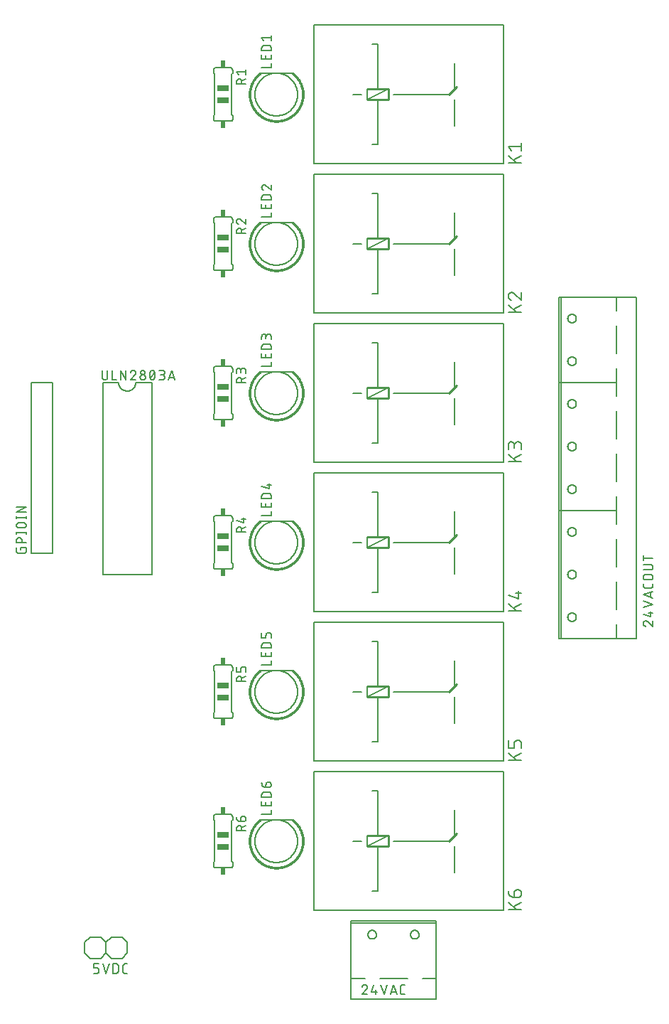
<source format=gbr>
G04 EAGLE Gerber RS-274X export*
G75*
%MOMM*%
%FSLAX34Y34*%
%LPD*%
%INSilkscreen Top*%
%IPPOS*%
%AMOC8*
5,1,8,0,0,1.08239X$1,22.5*%
G01*
%ADD10C,0.152400*%
%ADD11C,0.127000*%
%ADD12C,0.254000*%
%ADD13C,0.177800*%
%ADD14C,0.203200*%
%ADD15C,0.025400*%
%ADD16R,0.609600X0.863600*%
%ADD17R,1.400000X0.650000*%


D10*
X892810Y596900D02*
X892810Y825500D01*
X834390Y825500D02*
X834390Y596900D01*
X892810Y596900D01*
X892810Y825500D02*
X873760Y825500D01*
X853440Y825500D02*
X834390Y825500D01*
X853440Y825500D02*
X853443Y825253D01*
X853452Y825005D01*
X853467Y824758D01*
X853488Y824512D01*
X853515Y824266D01*
X853548Y824021D01*
X853587Y823776D01*
X853632Y823533D01*
X853683Y823291D01*
X853740Y823050D01*
X853802Y822811D01*
X853871Y822573D01*
X853945Y822337D01*
X854025Y822103D01*
X854110Y821871D01*
X854202Y821641D01*
X854298Y821413D01*
X854401Y821188D01*
X854508Y820965D01*
X854622Y820745D01*
X854740Y820528D01*
X854864Y820313D01*
X854993Y820102D01*
X855127Y819894D01*
X855266Y819689D01*
X855410Y819488D01*
X855558Y819290D01*
X855712Y819096D01*
X855870Y818906D01*
X856033Y818720D01*
X856200Y818538D01*
X856372Y818360D01*
X856548Y818186D01*
X856728Y818016D01*
X856913Y817851D01*
X857101Y817691D01*
X857293Y817535D01*
X857489Y817383D01*
X857688Y817237D01*
X857891Y817095D01*
X858098Y816959D01*
X858307Y816827D01*
X858520Y816701D01*
X858736Y816580D01*
X858954Y816464D01*
X859176Y816354D01*
X859400Y816249D01*
X859626Y816149D01*
X859855Y816055D01*
X860086Y815967D01*
X860320Y815884D01*
X860555Y815807D01*
X860792Y815736D01*
X861030Y815670D01*
X861270Y815611D01*
X861512Y815557D01*
X861755Y815509D01*
X861998Y815467D01*
X862243Y815431D01*
X862489Y815401D01*
X862735Y815377D01*
X862982Y815359D01*
X863229Y815347D01*
X863476Y815341D01*
X863724Y815341D01*
X863971Y815347D01*
X864218Y815359D01*
X864465Y815377D01*
X864711Y815401D01*
X864957Y815431D01*
X865202Y815467D01*
X865445Y815509D01*
X865688Y815557D01*
X865930Y815611D01*
X866170Y815670D01*
X866408Y815736D01*
X866645Y815807D01*
X866880Y815884D01*
X867114Y815967D01*
X867345Y816055D01*
X867574Y816149D01*
X867800Y816249D01*
X868024Y816354D01*
X868246Y816464D01*
X868464Y816580D01*
X868680Y816701D01*
X868893Y816827D01*
X869102Y816959D01*
X869309Y817095D01*
X869512Y817237D01*
X869711Y817383D01*
X869907Y817535D01*
X870099Y817691D01*
X870287Y817851D01*
X870472Y818016D01*
X870652Y818186D01*
X870828Y818360D01*
X871000Y818538D01*
X871167Y818720D01*
X871330Y818906D01*
X871488Y819096D01*
X871642Y819290D01*
X871790Y819488D01*
X871934Y819689D01*
X872073Y819894D01*
X872207Y820102D01*
X872336Y820313D01*
X872460Y820528D01*
X872578Y820745D01*
X872692Y820965D01*
X872799Y821188D01*
X872902Y821413D01*
X872998Y821641D01*
X873090Y821871D01*
X873175Y822103D01*
X873255Y822337D01*
X873329Y822573D01*
X873398Y822811D01*
X873460Y823050D01*
X873517Y823291D01*
X873568Y823533D01*
X873613Y823776D01*
X873652Y824021D01*
X873685Y824266D01*
X873712Y824512D01*
X873733Y824758D01*
X873748Y825005D01*
X873757Y825253D01*
X873760Y825500D01*
D11*
X833755Y831850D02*
X833755Y840105D01*
X833755Y831850D02*
X833757Y831739D01*
X833763Y831629D01*
X833772Y831518D01*
X833786Y831408D01*
X833803Y831299D01*
X833824Y831190D01*
X833849Y831082D01*
X833878Y830975D01*
X833910Y830869D01*
X833946Y830764D01*
X833986Y830661D01*
X834029Y830559D01*
X834076Y830458D01*
X834127Y830359D01*
X834180Y830263D01*
X834237Y830168D01*
X834298Y830075D01*
X834361Y829984D01*
X834428Y829895D01*
X834498Y829809D01*
X834571Y829726D01*
X834646Y829644D01*
X834724Y829566D01*
X834806Y829491D01*
X834889Y829418D01*
X834975Y829348D01*
X835064Y829281D01*
X835155Y829218D01*
X835248Y829157D01*
X835343Y829100D01*
X835439Y829047D01*
X835538Y828996D01*
X835639Y828949D01*
X835741Y828906D01*
X835844Y828866D01*
X835949Y828830D01*
X836055Y828798D01*
X836162Y828769D01*
X836270Y828744D01*
X836379Y828723D01*
X836488Y828706D01*
X836598Y828692D01*
X836709Y828683D01*
X836819Y828677D01*
X836930Y828675D01*
X837041Y828677D01*
X837151Y828683D01*
X837262Y828692D01*
X837372Y828706D01*
X837481Y828723D01*
X837590Y828744D01*
X837698Y828769D01*
X837805Y828798D01*
X837911Y828830D01*
X838016Y828866D01*
X838119Y828906D01*
X838221Y828949D01*
X838322Y828996D01*
X838421Y829047D01*
X838518Y829100D01*
X838612Y829157D01*
X838705Y829218D01*
X838796Y829281D01*
X838885Y829348D01*
X838971Y829418D01*
X839054Y829491D01*
X839136Y829566D01*
X839214Y829644D01*
X839289Y829726D01*
X839362Y829809D01*
X839432Y829895D01*
X839499Y829984D01*
X839562Y830075D01*
X839623Y830168D01*
X839680Y830263D01*
X839733Y830359D01*
X839784Y830458D01*
X839831Y830559D01*
X839874Y830661D01*
X839914Y830764D01*
X839950Y830869D01*
X839982Y830975D01*
X840011Y831082D01*
X840036Y831190D01*
X840057Y831299D01*
X840074Y831408D01*
X840088Y831518D01*
X840097Y831629D01*
X840103Y831739D01*
X840105Y831850D01*
X840105Y840105D01*
X845972Y840105D02*
X845972Y828675D01*
X851052Y828675D01*
X855853Y828675D02*
X855853Y840105D01*
X862203Y828675D01*
X862203Y840105D01*
X871156Y840106D02*
X871260Y840104D01*
X871365Y840098D01*
X871469Y840089D01*
X871572Y840076D01*
X871675Y840058D01*
X871777Y840038D01*
X871879Y840013D01*
X871979Y839985D01*
X872079Y839953D01*
X872177Y839917D01*
X872274Y839878D01*
X872369Y839836D01*
X872463Y839790D01*
X872555Y839740D01*
X872645Y839688D01*
X872733Y839632D01*
X872819Y839572D01*
X872903Y839510D01*
X872984Y839445D01*
X873063Y839377D01*
X873140Y839305D01*
X873213Y839232D01*
X873285Y839155D01*
X873353Y839076D01*
X873418Y838995D01*
X873480Y838911D01*
X873540Y838825D01*
X873596Y838737D01*
X873648Y838647D01*
X873698Y838555D01*
X873744Y838461D01*
X873786Y838366D01*
X873825Y838269D01*
X873861Y838171D01*
X873893Y838071D01*
X873921Y837971D01*
X873946Y837869D01*
X873966Y837767D01*
X873984Y837664D01*
X873997Y837561D01*
X874006Y837457D01*
X874012Y837352D01*
X874014Y837248D01*
X871156Y840105D02*
X871038Y840103D01*
X870919Y840097D01*
X870801Y840088D01*
X870684Y840075D01*
X870567Y840057D01*
X870450Y840037D01*
X870334Y840012D01*
X870219Y839984D01*
X870106Y839951D01*
X869993Y839916D01*
X869881Y839876D01*
X869771Y839834D01*
X869662Y839787D01*
X869554Y839737D01*
X869449Y839684D01*
X869345Y839627D01*
X869243Y839567D01*
X869143Y839504D01*
X869045Y839437D01*
X868949Y839368D01*
X868856Y839295D01*
X868765Y839219D01*
X868676Y839141D01*
X868590Y839059D01*
X868507Y838975D01*
X868426Y838889D01*
X868349Y838799D01*
X868274Y838708D01*
X868202Y838614D01*
X868133Y838517D01*
X868068Y838419D01*
X868005Y838318D01*
X867946Y838215D01*
X867890Y838111D01*
X867838Y838005D01*
X867789Y837897D01*
X867744Y837788D01*
X867702Y837677D01*
X867664Y837565D01*
X873062Y835026D02*
X873138Y835101D01*
X873213Y835180D01*
X873284Y835261D01*
X873353Y835345D01*
X873418Y835431D01*
X873480Y835519D01*
X873540Y835609D01*
X873596Y835701D01*
X873649Y835796D01*
X873698Y835892D01*
X873744Y835990D01*
X873787Y836089D01*
X873826Y836190D01*
X873861Y836292D01*
X873893Y836395D01*
X873921Y836499D01*
X873946Y836604D01*
X873967Y836711D01*
X873984Y836817D01*
X873997Y836924D01*
X874006Y837032D01*
X874012Y837140D01*
X874014Y837248D01*
X873061Y835025D02*
X867664Y828675D01*
X874014Y828675D01*
X879094Y831850D02*
X879096Y831961D01*
X879102Y832071D01*
X879111Y832182D01*
X879125Y832292D01*
X879142Y832401D01*
X879163Y832510D01*
X879188Y832618D01*
X879217Y832725D01*
X879249Y832831D01*
X879285Y832936D01*
X879325Y833039D01*
X879368Y833141D01*
X879415Y833242D01*
X879466Y833341D01*
X879519Y833438D01*
X879576Y833532D01*
X879637Y833625D01*
X879700Y833716D01*
X879767Y833805D01*
X879837Y833891D01*
X879910Y833974D01*
X879985Y834056D01*
X880063Y834134D01*
X880145Y834209D01*
X880228Y834282D01*
X880314Y834352D01*
X880403Y834419D01*
X880494Y834482D01*
X880587Y834543D01*
X880682Y834600D01*
X880778Y834653D01*
X880877Y834704D01*
X880978Y834751D01*
X881080Y834794D01*
X881183Y834834D01*
X881288Y834870D01*
X881394Y834902D01*
X881501Y834931D01*
X881609Y834956D01*
X881718Y834977D01*
X881827Y834994D01*
X881937Y835008D01*
X882048Y835017D01*
X882158Y835023D01*
X882269Y835025D01*
X882380Y835023D01*
X882490Y835017D01*
X882601Y835008D01*
X882711Y834994D01*
X882820Y834977D01*
X882929Y834956D01*
X883037Y834931D01*
X883144Y834902D01*
X883250Y834870D01*
X883355Y834834D01*
X883458Y834794D01*
X883560Y834751D01*
X883661Y834704D01*
X883760Y834653D01*
X883857Y834600D01*
X883951Y834543D01*
X884044Y834482D01*
X884135Y834419D01*
X884224Y834352D01*
X884310Y834282D01*
X884393Y834209D01*
X884475Y834134D01*
X884553Y834056D01*
X884628Y833974D01*
X884701Y833891D01*
X884771Y833805D01*
X884838Y833716D01*
X884901Y833625D01*
X884962Y833532D01*
X885019Y833438D01*
X885072Y833341D01*
X885123Y833242D01*
X885170Y833141D01*
X885213Y833039D01*
X885253Y832936D01*
X885289Y832831D01*
X885321Y832725D01*
X885350Y832618D01*
X885375Y832510D01*
X885396Y832401D01*
X885413Y832292D01*
X885427Y832182D01*
X885436Y832071D01*
X885442Y831961D01*
X885444Y831850D01*
X885442Y831739D01*
X885436Y831629D01*
X885427Y831518D01*
X885413Y831408D01*
X885396Y831299D01*
X885375Y831190D01*
X885350Y831082D01*
X885321Y830975D01*
X885289Y830869D01*
X885253Y830764D01*
X885213Y830661D01*
X885170Y830559D01*
X885123Y830458D01*
X885072Y830359D01*
X885019Y830263D01*
X884962Y830168D01*
X884901Y830075D01*
X884838Y829984D01*
X884771Y829895D01*
X884701Y829809D01*
X884628Y829726D01*
X884553Y829644D01*
X884475Y829566D01*
X884393Y829491D01*
X884310Y829418D01*
X884224Y829348D01*
X884135Y829281D01*
X884044Y829218D01*
X883951Y829157D01*
X883857Y829100D01*
X883760Y829047D01*
X883661Y828996D01*
X883560Y828949D01*
X883458Y828906D01*
X883355Y828866D01*
X883250Y828830D01*
X883144Y828798D01*
X883037Y828769D01*
X882929Y828744D01*
X882820Y828723D01*
X882711Y828706D01*
X882601Y828692D01*
X882490Y828683D01*
X882380Y828677D01*
X882269Y828675D01*
X882158Y828677D01*
X882048Y828683D01*
X881937Y828692D01*
X881827Y828706D01*
X881718Y828723D01*
X881609Y828744D01*
X881501Y828769D01*
X881394Y828798D01*
X881288Y828830D01*
X881183Y828866D01*
X881080Y828906D01*
X880978Y828949D01*
X880877Y828996D01*
X880778Y829047D01*
X880682Y829100D01*
X880587Y829157D01*
X880494Y829218D01*
X880403Y829281D01*
X880314Y829348D01*
X880228Y829418D01*
X880145Y829491D01*
X880063Y829566D01*
X879985Y829644D01*
X879910Y829726D01*
X879837Y829809D01*
X879767Y829895D01*
X879700Y829984D01*
X879637Y830075D01*
X879576Y830168D01*
X879519Y830263D01*
X879466Y830359D01*
X879415Y830458D01*
X879368Y830559D01*
X879325Y830661D01*
X879285Y830764D01*
X879249Y830869D01*
X879217Y830975D01*
X879188Y831082D01*
X879163Y831190D01*
X879142Y831299D01*
X879125Y831408D01*
X879111Y831518D01*
X879102Y831629D01*
X879096Y831739D01*
X879094Y831850D01*
X879729Y837565D02*
X879731Y837665D01*
X879737Y837764D01*
X879747Y837864D01*
X879760Y837962D01*
X879778Y838061D01*
X879799Y838158D01*
X879824Y838254D01*
X879853Y838350D01*
X879886Y838444D01*
X879922Y838537D01*
X879962Y838628D01*
X880006Y838718D01*
X880053Y838806D01*
X880103Y838892D01*
X880157Y838976D01*
X880214Y839058D01*
X880274Y839137D01*
X880338Y839215D01*
X880404Y839289D01*
X880473Y839361D01*
X880545Y839430D01*
X880619Y839496D01*
X880697Y839560D01*
X880776Y839620D01*
X880858Y839677D01*
X880942Y839731D01*
X881028Y839781D01*
X881116Y839828D01*
X881206Y839872D01*
X881297Y839912D01*
X881390Y839948D01*
X881484Y839981D01*
X881580Y840010D01*
X881676Y840035D01*
X881773Y840056D01*
X881872Y840074D01*
X881970Y840087D01*
X882070Y840097D01*
X882169Y840103D01*
X882269Y840105D01*
X882369Y840103D01*
X882468Y840097D01*
X882568Y840087D01*
X882666Y840074D01*
X882765Y840056D01*
X882862Y840035D01*
X882958Y840010D01*
X883054Y839981D01*
X883148Y839948D01*
X883241Y839912D01*
X883332Y839872D01*
X883422Y839828D01*
X883510Y839781D01*
X883596Y839731D01*
X883680Y839677D01*
X883762Y839620D01*
X883841Y839560D01*
X883919Y839496D01*
X883993Y839430D01*
X884065Y839361D01*
X884134Y839289D01*
X884200Y839215D01*
X884264Y839137D01*
X884324Y839058D01*
X884381Y838976D01*
X884435Y838892D01*
X884485Y838806D01*
X884532Y838718D01*
X884576Y838628D01*
X884616Y838537D01*
X884652Y838444D01*
X884685Y838350D01*
X884714Y838254D01*
X884739Y838158D01*
X884760Y838061D01*
X884778Y837962D01*
X884791Y837864D01*
X884801Y837764D01*
X884807Y837665D01*
X884809Y837565D01*
X884807Y837465D01*
X884801Y837366D01*
X884791Y837266D01*
X884778Y837168D01*
X884760Y837069D01*
X884739Y836972D01*
X884714Y836876D01*
X884685Y836780D01*
X884652Y836686D01*
X884616Y836593D01*
X884576Y836502D01*
X884532Y836412D01*
X884485Y836324D01*
X884435Y836238D01*
X884381Y836154D01*
X884324Y836072D01*
X884264Y835993D01*
X884200Y835915D01*
X884134Y835841D01*
X884065Y835769D01*
X883993Y835700D01*
X883919Y835634D01*
X883841Y835570D01*
X883762Y835510D01*
X883680Y835453D01*
X883596Y835399D01*
X883510Y835349D01*
X883422Y835302D01*
X883332Y835258D01*
X883241Y835218D01*
X883148Y835182D01*
X883054Y835149D01*
X882958Y835120D01*
X882862Y835095D01*
X882765Y835074D01*
X882666Y835056D01*
X882568Y835043D01*
X882468Y835033D01*
X882369Y835027D01*
X882269Y835025D01*
X882169Y835027D01*
X882070Y835033D01*
X881970Y835043D01*
X881872Y835056D01*
X881773Y835074D01*
X881676Y835095D01*
X881580Y835120D01*
X881484Y835149D01*
X881390Y835182D01*
X881297Y835218D01*
X881206Y835258D01*
X881116Y835302D01*
X881028Y835349D01*
X880942Y835399D01*
X880858Y835453D01*
X880776Y835510D01*
X880697Y835570D01*
X880619Y835634D01*
X880545Y835700D01*
X880473Y835769D01*
X880404Y835841D01*
X880338Y835915D01*
X880274Y835993D01*
X880214Y836072D01*
X880157Y836154D01*
X880103Y836238D01*
X880053Y836324D01*
X880006Y836412D01*
X879962Y836502D01*
X879922Y836593D01*
X879886Y836686D01*
X879853Y836780D01*
X879824Y836876D01*
X879799Y836972D01*
X879778Y837069D01*
X879760Y837168D01*
X879747Y837266D01*
X879737Y837366D01*
X879731Y837465D01*
X879729Y837565D01*
X890524Y834390D02*
X890527Y834615D01*
X890535Y834840D01*
X890548Y835064D01*
X890567Y835288D01*
X890591Y835512D01*
X890620Y835735D01*
X890655Y835957D01*
X890695Y836178D01*
X890741Y836398D01*
X890791Y836617D01*
X890847Y836835D01*
X890908Y837052D01*
X890974Y837267D01*
X891045Y837480D01*
X891122Y837691D01*
X891203Y837901D01*
X891289Y838109D01*
X891380Y838314D01*
X891476Y838517D01*
X891476Y838518D02*
X891508Y838606D01*
X891544Y838693D01*
X891583Y838779D01*
X891626Y838863D01*
X891672Y838945D01*
X891721Y839025D01*
X891773Y839103D01*
X891829Y839179D01*
X891887Y839253D01*
X891949Y839324D01*
X892013Y839393D01*
X892080Y839459D01*
X892149Y839522D01*
X892221Y839583D01*
X892295Y839641D01*
X892372Y839695D01*
X892450Y839747D01*
X892531Y839795D01*
X892613Y839840D01*
X892698Y839882D01*
X892784Y839920D01*
X892871Y839955D01*
X892959Y839987D01*
X893049Y840014D01*
X893140Y840039D01*
X893232Y840059D01*
X893324Y840076D01*
X893418Y840089D01*
X893511Y840098D01*
X893605Y840104D01*
X893699Y840106D01*
X893793Y840104D01*
X893887Y840098D01*
X893980Y840089D01*
X894074Y840076D01*
X894166Y840059D01*
X894258Y840039D01*
X894349Y840014D01*
X894439Y839987D01*
X894527Y839955D01*
X894614Y839920D01*
X894700Y839882D01*
X894785Y839840D01*
X894867Y839795D01*
X894948Y839747D01*
X895026Y839695D01*
X895103Y839641D01*
X895177Y839583D01*
X895249Y839522D01*
X895318Y839459D01*
X895385Y839393D01*
X895449Y839324D01*
X895511Y839253D01*
X895569Y839179D01*
X895625Y839103D01*
X895677Y839025D01*
X895726Y838945D01*
X895772Y838863D01*
X895815Y838779D01*
X895854Y838693D01*
X895890Y838606D01*
X895922Y838518D01*
X895922Y838517D02*
X896018Y838314D01*
X896109Y838109D01*
X896195Y837901D01*
X896276Y837691D01*
X896353Y837480D01*
X896424Y837267D01*
X896490Y837052D01*
X896551Y836835D01*
X896607Y836617D01*
X896657Y836398D01*
X896703Y836178D01*
X896743Y835957D01*
X896778Y835735D01*
X896807Y835512D01*
X896831Y835288D01*
X896850Y835064D01*
X896863Y834840D01*
X896871Y834615D01*
X896874Y834390D01*
X890524Y834390D02*
X890527Y834165D01*
X890535Y833940D01*
X890548Y833716D01*
X890567Y833492D01*
X890591Y833268D01*
X890620Y833045D01*
X890655Y832823D01*
X890695Y832602D01*
X890741Y832382D01*
X890791Y832163D01*
X890847Y831945D01*
X890908Y831728D01*
X890974Y831513D01*
X891045Y831300D01*
X891122Y831089D01*
X891203Y830879D01*
X891289Y830671D01*
X891380Y830466D01*
X891476Y830263D01*
X891508Y830175D01*
X891544Y830088D01*
X891583Y830002D01*
X891626Y829918D01*
X891672Y829836D01*
X891721Y829756D01*
X891773Y829678D01*
X891829Y829602D01*
X891887Y829528D01*
X891949Y829457D01*
X892013Y829388D01*
X892080Y829322D01*
X892149Y829259D01*
X892221Y829198D01*
X892295Y829140D01*
X892372Y829086D01*
X892450Y829034D01*
X892531Y828986D01*
X892613Y828941D01*
X892698Y828899D01*
X892784Y828861D01*
X892871Y828826D01*
X892959Y828794D01*
X893049Y828767D01*
X893140Y828742D01*
X893232Y828722D01*
X893324Y828705D01*
X893418Y828692D01*
X893511Y828683D01*
X893605Y828677D01*
X893699Y828675D01*
X895922Y830263D02*
X896018Y830466D01*
X896109Y830671D01*
X896195Y830879D01*
X896276Y831089D01*
X896353Y831300D01*
X896424Y831513D01*
X896490Y831728D01*
X896551Y831945D01*
X896607Y832163D01*
X896657Y832382D01*
X896703Y832602D01*
X896743Y832823D01*
X896778Y833045D01*
X896807Y833268D01*
X896831Y833492D01*
X896850Y833716D01*
X896863Y833940D01*
X896871Y834165D01*
X896874Y834390D01*
X895922Y830263D02*
X895890Y830175D01*
X895854Y830088D01*
X895815Y830002D01*
X895772Y829918D01*
X895726Y829836D01*
X895677Y829756D01*
X895625Y829678D01*
X895569Y829602D01*
X895511Y829528D01*
X895449Y829457D01*
X895385Y829388D01*
X895318Y829322D01*
X895249Y829259D01*
X895177Y829198D01*
X895103Y829140D01*
X895026Y829086D01*
X894948Y829034D01*
X894867Y828986D01*
X894785Y828941D01*
X894700Y828899D01*
X894614Y828861D01*
X894527Y828826D01*
X894439Y828794D01*
X894349Y828767D01*
X894258Y828742D01*
X894166Y828722D01*
X894074Y828705D01*
X893980Y828692D01*
X893887Y828683D01*
X893793Y828677D01*
X893699Y828675D01*
X891159Y831215D02*
X896239Y837565D01*
X901954Y828675D02*
X905129Y828675D01*
X905240Y828677D01*
X905350Y828683D01*
X905461Y828692D01*
X905571Y828706D01*
X905680Y828723D01*
X905789Y828744D01*
X905897Y828769D01*
X906004Y828798D01*
X906110Y828830D01*
X906215Y828866D01*
X906318Y828906D01*
X906420Y828949D01*
X906521Y828996D01*
X906620Y829047D01*
X906717Y829100D01*
X906811Y829157D01*
X906904Y829218D01*
X906995Y829281D01*
X907084Y829348D01*
X907170Y829418D01*
X907253Y829491D01*
X907335Y829566D01*
X907413Y829644D01*
X907488Y829726D01*
X907561Y829809D01*
X907631Y829895D01*
X907698Y829984D01*
X907761Y830075D01*
X907822Y830168D01*
X907879Y830263D01*
X907932Y830359D01*
X907983Y830458D01*
X908030Y830559D01*
X908073Y830661D01*
X908113Y830764D01*
X908149Y830869D01*
X908181Y830975D01*
X908210Y831082D01*
X908235Y831190D01*
X908256Y831299D01*
X908273Y831408D01*
X908287Y831518D01*
X908296Y831629D01*
X908302Y831739D01*
X908304Y831850D01*
X908302Y831961D01*
X908296Y832071D01*
X908287Y832182D01*
X908273Y832292D01*
X908256Y832401D01*
X908235Y832510D01*
X908210Y832618D01*
X908181Y832725D01*
X908149Y832831D01*
X908113Y832936D01*
X908073Y833039D01*
X908030Y833141D01*
X907983Y833242D01*
X907932Y833341D01*
X907879Y833437D01*
X907822Y833532D01*
X907761Y833625D01*
X907698Y833716D01*
X907631Y833805D01*
X907561Y833891D01*
X907488Y833974D01*
X907413Y834056D01*
X907335Y834134D01*
X907253Y834209D01*
X907170Y834282D01*
X907084Y834352D01*
X906995Y834419D01*
X906904Y834482D01*
X906811Y834543D01*
X906717Y834600D01*
X906620Y834653D01*
X906521Y834704D01*
X906420Y834751D01*
X906318Y834794D01*
X906215Y834834D01*
X906110Y834870D01*
X906004Y834902D01*
X905897Y834931D01*
X905789Y834956D01*
X905680Y834977D01*
X905571Y834994D01*
X905461Y835008D01*
X905350Y835017D01*
X905240Y835023D01*
X905129Y835025D01*
X905764Y840105D02*
X901954Y840105D01*
X905764Y840105D02*
X905864Y840103D01*
X905963Y840097D01*
X906063Y840087D01*
X906161Y840074D01*
X906260Y840056D01*
X906357Y840035D01*
X906453Y840010D01*
X906549Y839981D01*
X906643Y839948D01*
X906736Y839912D01*
X906827Y839872D01*
X906917Y839828D01*
X907005Y839781D01*
X907091Y839731D01*
X907175Y839677D01*
X907257Y839620D01*
X907336Y839560D01*
X907414Y839496D01*
X907488Y839430D01*
X907560Y839361D01*
X907629Y839289D01*
X907695Y839215D01*
X907759Y839137D01*
X907819Y839058D01*
X907876Y838976D01*
X907930Y838892D01*
X907980Y838806D01*
X908027Y838718D01*
X908071Y838628D01*
X908111Y838537D01*
X908147Y838444D01*
X908180Y838350D01*
X908209Y838254D01*
X908234Y838158D01*
X908255Y838061D01*
X908273Y837962D01*
X908286Y837864D01*
X908296Y837764D01*
X908302Y837665D01*
X908304Y837565D01*
X908302Y837465D01*
X908296Y837366D01*
X908286Y837266D01*
X908273Y837168D01*
X908255Y837069D01*
X908234Y836972D01*
X908209Y836876D01*
X908180Y836780D01*
X908147Y836686D01*
X908111Y836593D01*
X908071Y836502D01*
X908027Y836412D01*
X907980Y836324D01*
X907930Y836238D01*
X907876Y836154D01*
X907819Y836072D01*
X907759Y835993D01*
X907695Y835915D01*
X907629Y835841D01*
X907560Y835769D01*
X907488Y835700D01*
X907414Y835634D01*
X907336Y835570D01*
X907257Y835510D01*
X907175Y835453D01*
X907091Y835399D01*
X907005Y835349D01*
X906917Y835302D01*
X906827Y835258D01*
X906736Y835218D01*
X906643Y835182D01*
X906549Y835149D01*
X906453Y835120D01*
X906357Y835095D01*
X906260Y835074D01*
X906161Y835056D01*
X906063Y835043D01*
X905963Y835033D01*
X905864Y835027D01*
X905764Y835025D01*
X903224Y835025D01*
X912749Y828675D02*
X916559Y840105D01*
X920369Y828675D01*
X919416Y831533D02*
X913701Y831533D01*
X749300Y825500D02*
X749300Y622300D01*
X749300Y825500D02*
X774700Y825500D01*
X774700Y622300D01*
X749300Y622300D01*
X736727Y626618D02*
X736727Y628523D01*
X743077Y628523D01*
X743077Y624713D01*
X743075Y624613D01*
X743069Y624514D01*
X743059Y624414D01*
X743046Y624316D01*
X743028Y624217D01*
X743007Y624120D01*
X742982Y624024D01*
X742953Y623928D01*
X742920Y623834D01*
X742884Y623741D01*
X742844Y623650D01*
X742800Y623560D01*
X742753Y623472D01*
X742703Y623386D01*
X742649Y623302D01*
X742592Y623220D01*
X742532Y623141D01*
X742468Y623063D01*
X742402Y622989D01*
X742333Y622917D01*
X742261Y622848D01*
X742187Y622782D01*
X742109Y622718D01*
X742030Y622658D01*
X741948Y622601D01*
X741864Y622547D01*
X741778Y622497D01*
X741690Y622450D01*
X741600Y622406D01*
X741509Y622366D01*
X741416Y622330D01*
X741322Y622297D01*
X741226Y622268D01*
X741130Y622243D01*
X741033Y622222D01*
X740934Y622204D01*
X740836Y622191D01*
X740736Y622181D01*
X740637Y622175D01*
X740537Y622173D01*
X734187Y622173D01*
X734087Y622175D01*
X733988Y622181D01*
X733888Y622191D01*
X733790Y622204D01*
X733691Y622222D01*
X733594Y622243D01*
X733498Y622268D01*
X733402Y622297D01*
X733308Y622330D01*
X733215Y622366D01*
X733124Y622406D01*
X733034Y622450D01*
X732946Y622497D01*
X732860Y622547D01*
X732776Y622601D01*
X732694Y622658D01*
X732615Y622718D01*
X732537Y622782D01*
X732463Y622848D01*
X732391Y622917D01*
X732322Y622989D01*
X732256Y623063D01*
X732192Y623141D01*
X732132Y623220D01*
X732075Y623302D01*
X732021Y623386D01*
X731971Y623472D01*
X731924Y623560D01*
X731880Y623650D01*
X731840Y623741D01*
X731804Y623834D01*
X731771Y623928D01*
X731742Y624024D01*
X731717Y624120D01*
X731696Y624217D01*
X731678Y624316D01*
X731665Y624414D01*
X731655Y624514D01*
X731649Y624613D01*
X731647Y624713D01*
X731647Y628523D01*
X731647Y634556D02*
X743077Y634556D01*
X731647Y634556D02*
X731647Y637731D01*
X731649Y637842D01*
X731655Y637952D01*
X731664Y638063D01*
X731678Y638173D01*
X731695Y638282D01*
X731716Y638391D01*
X731741Y638499D01*
X731770Y638606D01*
X731802Y638712D01*
X731838Y638817D01*
X731878Y638920D01*
X731921Y639022D01*
X731968Y639123D01*
X732019Y639222D01*
X732072Y639319D01*
X732129Y639413D01*
X732190Y639506D01*
X732253Y639597D01*
X732320Y639686D01*
X732390Y639772D01*
X732463Y639855D01*
X732538Y639937D01*
X732616Y640015D01*
X732698Y640090D01*
X732781Y640163D01*
X732867Y640233D01*
X732956Y640300D01*
X733047Y640363D01*
X733140Y640424D01*
X733235Y640481D01*
X733331Y640534D01*
X733430Y640585D01*
X733531Y640632D01*
X733633Y640675D01*
X733736Y640715D01*
X733841Y640751D01*
X733947Y640783D01*
X734054Y640812D01*
X734162Y640837D01*
X734271Y640858D01*
X734380Y640875D01*
X734490Y640889D01*
X734601Y640898D01*
X734711Y640904D01*
X734822Y640906D01*
X734933Y640904D01*
X735043Y640898D01*
X735154Y640889D01*
X735264Y640875D01*
X735373Y640858D01*
X735482Y640837D01*
X735590Y640812D01*
X735697Y640783D01*
X735803Y640751D01*
X735908Y640715D01*
X736011Y640675D01*
X736113Y640632D01*
X736214Y640585D01*
X736313Y640534D01*
X736410Y640481D01*
X736504Y640424D01*
X736597Y640363D01*
X736688Y640300D01*
X736777Y640233D01*
X736863Y640163D01*
X736946Y640090D01*
X737028Y640015D01*
X737106Y639937D01*
X737181Y639855D01*
X737254Y639772D01*
X737324Y639686D01*
X737391Y639597D01*
X737454Y639506D01*
X737515Y639413D01*
X737572Y639319D01*
X737625Y639222D01*
X737676Y639123D01*
X737723Y639022D01*
X737766Y638920D01*
X737806Y638817D01*
X737842Y638712D01*
X737874Y638606D01*
X737903Y638499D01*
X737928Y638391D01*
X737949Y638282D01*
X737966Y638173D01*
X737980Y638063D01*
X737989Y637952D01*
X737995Y637842D01*
X737997Y637731D01*
X737997Y634556D01*
X743077Y646303D02*
X731647Y646303D01*
X743077Y645033D02*
X743077Y647573D01*
X731647Y647573D02*
X731647Y645033D01*
X734822Y652272D02*
X739902Y652272D01*
X734822Y652272D02*
X734711Y652274D01*
X734601Y652280D01*
X734490Y652289D01*
X734380Y652303D01*
X734271Y652320D01*
X734162Y652341D01*
X734054Y652366D01*
X733947Y652395D01*
X733841Y652427D01*
X733736Y652463D01*
X733633Y652503D01*
X733531Y652546D01*
X733430Y652593D01*
X733331Y652644D01*
X733235Y652697D01*
X733140Y652754D01*
X733047Y652815D01*
X732956Y652878D01*
X732867Y652945D01*
X732781Y653015D01*
X732698Y653088D01*
X732616Y653163D01*
X732538Y653241D01*
X732463Y653323D01*
X732390Y653406D01*
X732320Y653492D01*
X732253Y653581D01*
X732190Y653672D01*
X732129Y653765D01*
X732072Y653860D01*
X732019Y653956D01*
X731968Y654055D01*
X731921Y654156D01*
X731878Y654258D01*
X731838Y654361D01*
X731802Y654466D01*
X731770Y654572D01*
X731741Y654679D01*
X731716Y654787D01*
X731695Y654896D01*
X731678Y655005D01*
X731664Y655115D01*
X731655Y655226D01*
X731649Y655336D01*
X731647Y655447D01*
X731649Y655558D01*
X731655Y655668D01*
X731664Y655779D01*
X731678Y655889D01*
X731695Y655998D01*
X731716Y656107D01*
X731741Y656215D01*
X731770Y656322D01*
X731802Y656428D01*
X731838Y656533D01*
X731878Y656636D01*
X731921Y656738D01*
X731968Y656839D01*
X732019Y656938D01*
X732072Y657035D01*
X732129Y657129D01*
X732190Y657222D01*
X732253Y657313D01*
X732320Y657402D01*
X732390Y657488D01*
X732463Y657571D01*
X732538Y657653D01*
X732616Y657731D01*
X732698Y657806D01*
X732781Y657879D01*
X732867Y657949D01*
X732956Y658016D01*
X733047Y658079D01*
X733140Y658140D01*
X733235Y658197D01*
X733331Y658250D01*
X733430Y658301D01*
X733531Y658348D01*
X733633Y658391D01*
X733736Y658431D01*
X733841Y658467D01*
X733947Y658499D01*
X734054Y658528D01*
X734162Y658553D01*
X734271Y658574D01*
X734380Y658591D01*
X734490Y658605D01*
X734601Y658614D01*
X734711Y658620D01*
X734822Y658622D01*
X739902Y658622D01*
X740013Y658620D01*
X740123Y658614D01*
X740234Y658605D01*
X740344Y658591D01*
X740453Y658574D01*
X740562Y658553D01*
X740670Y658528D01*
X740777Y658499D01*
X740883Y658467D01*
X740988Y658431D01*
X741091Y658391D01*
X741193Y658348D01*
X741294Y658301D01*
X741393Y658250D01*
X741490Y658197D01*
X741584Y658140D01*
X741677Y658079D01*
X741768Y658016D01*
X741857Y657949D01*
X741943Y657879D01*
X742026Y657806D01*
X742108Y657731D01*
X742186Y657653D01*
X742261Y657571D01*
X742334Y657488D01*
X742404Y657402D01*
X742471Y657313D01*
X742534Y657222D01*
X742595Y657129D01*
X742652Y657034D01*
X742705Y656938D01*
X742756Y656839D01*
X742803Y656738D01*
X742846Y656636D01*
X742886Y656533D01*
X742922Y656428D01*
X742954Y656322D01*
X742983Y656215D01*
X743008Y656107D01*
X743029Y655998D01*
X743046Y655889D01*
X743060Y655779D01*
X743069Y655668D01*
X743075Y655558D01*
X743077Y655447D01*
X743075Y655336D01*
X743069Y655226D01*
X743060Y655115D01*
X743046Y655005D01*
X743029Y654896D01*
X743008Y654787D01*
X742983Y654679D01*
X742954Y654572D01*
X742922Y654466D01*
X742886Y654361D01*
X742846Y654258D01*
X742803Y654156D01*
X742756Y654055D01*
X742705Y653956D01*
X742652Y653860D01*
X742595Y653765D01*
X742534Y653672D01*
X742471Y653581D01*
X742404Y653492D01*
X742334Y653406D01*
X742261Y653323D01*
X742186Y653241D01*
X742108Y653163D01*
X742026Y653088D01*
X741943Y653015D01*
X741857Y652945D01*
X741768Y652878D01*
X741677Y652815D01*
X741584Y652754D01*
X741490Y652697D01*
X741393Y652644D01*
X741294Y652593D01*
X741193Y652546D01*
X741091Y652503D01*
X740988Y652463D01*
X740883Y652427D01*
X740777Y652395D01*
X740670Y652366D01*
X740562Y652341D01*
X740453Y652320D01*
X740344Y652303D01*
X740234Y652289D01*
X740123Y652280D01*
X740013Y652274D01*
X739902Y652272D01*
X743077Y664591D02*
X731647Y664591D01*
X743077Y663321D02*
X743077Y665861D01*
X731647Y665861D02*
X731647Y663321D01*
X731647Y670941D02*
X743077Y670941D01*
X743077Y677291D02*
X731647Y670941D01*
X731647Y677291D02*
X743077Y677291D01*
D10*
X844550Y139700D02*
X857250Y139700D01*
X844550Y139700D02*
X838200Y146050D01*
X838200Y158750D01*
X844550Y165100D01*
X863600Y158750D02*
X863600Y146050D01*
X857250Y139700D01*
X863600Y158750D02*
X857250Y165100D01*
X844550Y165100D01*
X838200Y146050D02*
X831850Y139700D01*
X819150Y139700D01*
X812800Y146050D01*
X812800Y158750D01*
X819150Y165100D01*
X831850Y165100D01*
X838200Y158750D01*
D11*
X827442Y122047D02*
X823632Y122047D01*
X827442Y122047D02*
X827542Y122049D01*
X827641Y122055D01*
X827741Y122065D01*
X827839Y122078D01*
X827938Y122096D01*
X828035Y122117D01*
X828131Y122142D01*
X828227Y122171D01*
X828321Y122204D01*
X828414Y122240D01*
X828505Y122280D01*
X828595Y122324D01*
X828683Y122371D01*
X828769Y122421D01*
X828853Y122475D01*
X828935Y122532D01*
X829014Y122592D01*
X829092Y122656D01*
X829166Y122722D01*
X829238Y122791D01*
X829307Y122863D01*
X829373Y122937D01*
X829437Y123015D01*
X829497Y123094D01*
X829554Y123176D01*
X829608Y123260D01*
X829658Y123346D01*
X829705Y123434D01*
X829749Y123524D01*
X829789Y123615D01*
X829825Y123708D01*
X829858Y123802D01*
X829887Y123898D01*
X829912Y123994D01*
X829933Y124091D01*
X829951Y124190D01*
X829964Y124288D01*
X829974Y124388D01*
X829980Y124487D01*
X829982Y124587D01*
X829982Y125857D01*
X829980Y125957D01*
X829974Y126056D01*
X829964Y126156D01*
X829951Y126254D01*
X829933Y126353D01*
X829912Y126450D01*
X829887Y126546D01*
X829858Y126642D01*
X829825Y126736D01*
X829789Y126829D01*
X829749Y126920D01*
X829705Y127010D01*
X829658Y127098D01*
X829608Y127184D01*
X829554Y127268D01*
X829497Y127350D01*
X829437Y127429D01*
X829373Y127507D01*
X829307Y127581D01*
X829238Y127653D01*
X829166Y127722D01*
X829092Y127788D01*
X829014Y127852D01*
X828935Y127912D01*
X828853Y127969D01*
X828769Y128023D01*
X828683Y128073D01*
X828595Y128120D01*
X828505Y128164D01*
X828414Y128204D01*
X828321Y128240D01*
X828227Y128273D01*
X828131Y128302D01*
X828035Y128327D01*
X827938Y128348D01*
X827839Y128366D01*
X827741Y128379D01*
X827641Y128389D01*
X827542Y128395D01*
X827442Y128397D01*
X823632Y128397D01*
X823632Y133477D01*
X829982Y133477D01*
X834427Y133477D02*
X838237Y122047D01*
X842047Y133477D01*
X846873Y133477D02*
X846873Y122047D01*
X846873Y133477D02*
X850048Y133477D01*
X850159Y133475D01*
X850269Y133469D01*
X850380Y133460D01*
X850490Y133446D01*
X850599Y133429D01*
X850708Y133408D01*
X850816Y133383D01*
X850923Y133354D01*
X851029Y133322D01*
X851134Y133286D01*
X851237Y133246D01*
X851339Y133203D01*
X851440Y133156D01*
X851539Y133105D01*
X851636Y133052D01*
X851730Y132995D01*
X851823Y132934D01*
X851914Y132871D01*
X852003Y132804D01*
X852089Y132734D01*
X852172Y132661D01*
X852254Y132586D01*
X852332Y132508D01*
X852407Y132426D01*
X852480Y132343D01*
X852550Y132257D01*
X852617Y132168D01*
X852680Y132077D01*
X852741Y131984D01*
X852798Y131890D01*
X852851Y131793D01*
X852902Y131694D01*
X852949Y131593D01*
X852992Y131491D01*
X853032Y131388D01*
X853068Y131283D01*
X853100Y131177D01*
X853129Y131070D01*
X853154Y130962D01*
X853175Y130853D01*
X853192Y130744D01*
X853206Y130634D01*
X853215Y130523D01*
X853221Y130413D01*
X853223Y130302D01*
X853223Y125222D01*
X853221Y125111D01*
X853215Y125001D01*
X853206Y124890D01*
X853192Y124780D01*
X853175Y124671D01*
X853154Y124562D01*
X853129Y124454D01*
X853100Y124347D01*
X853068Y124241D01*
X853032Y124136D01*
X852992Y124033D01*
X852949Y123931D01*
X852902Y123830D01*
X852851Y123731D01*
X852798Y123634D01*
X852741Y123540D01*
X852680Y123447D01*
X852617Y123356D01*
X852550Y123267D01*
X852480Y123181D01*
X852407Y123098D01*
X852332Y123016D01*
X852254Y122938D01*
X852172Y122863D01*
X852089Y122790D01*
X852003Y122720D01*
X851914Y122653D01*
X851823Y122590D01*
X851730Y122529D01*
X851636Y122472D01*
X851539Y122419D01*
X851440Y122368D01*
X851339Y122321D01*
X851237Y122278D01*
X851134Y122238D01*
X851029Y122202D01*
X850923Y122170D01*
X850816Y122141D01*
X850708Y122116D01*
X850599Y122095D01*
X850490Y122078D01*
X850380Y122064D01*
X850269Y122055D01*
X850159Y122049D01*
X850048Y122047D01*
X846873Y122047D01*
X861187Y122047D02*
X863727Y122047D01*
X861187Y122047D02*
X861087Y122049D01*
X860988Y122055D01*
X860888Y122065D01*
X860790Y122078D01*
X860691Y122096D01*
X860594Y122117D01*
X860498Y122142D01*
X860402Y122171D01*
X860308Y122204D01*
X860215Y122240D01*
X860124Y122280D01*
X860034Y122324D01*
X859946Y122371D01*
X859860Y122421D01*
X859776Y122475D01*
X859694Y122532D01*
X859615Y122592D01*
X859537Y122656D01*
X859463Y122722D01*
X859391Y122791D01*
X859322Y122863D01*
X859256Y122937D01*
X859192Y123015D01*
X859132Y123094D01*
X859075Y123176D01*
X859021Y123260D01*
X858971Y123346D01*
X858924Y123434D01*
X858880Y123524D01*
X858840Y123615D01*
X858804Y123708D01*
X858771Y123802D01*
X858742Y123898D01*
X858717Y123994D01*
X858696Y124091D01*
X858678Y124190D01*
X858665Y124288D01*
X858655Y124388D01*
X858649Y124487D01*
X858647Y124587D01*
X858647Y130937D01*
X858649Y131037D01*
X858655Y131136D01*
X858665Y131236D01*
X858678Y131334D01*
X858696Y131433D01*
X858717Y131530D01*
X858742Y131626D01*
X858771Y131722D01*
X858804Y131816D01*
X858840Y131909D01*
X858880Y132000D01*
X858924Y132090D01*
X858971Y132178D01*
X859021Y132264D01*
X859075Y132348D01*
X859132Y132430D01*
X859192Y132509D01*
X859256Y132587D01*
X859322Y132661D01*
X859391Y132733D01*
X859463Y132802D01*
X859537Y132868D01*
X859615Y132932D01*
X859694Y132992D01*
X859776Y133049D01*
X859860Y133103D01*
X859946Y133153D01*
X860034Y133200D01*
X860124Y133244D01*
X860215Y133284D01*
X860308Y133320D01*
X860402Y133353D01*
X860498Y133382D01*
X860594Y133407D01*
X860691Y133428D01*
X860790Y133446D01*
X860888Y133459D01*
X860988Y133469D01*
X861087Y133475D01*
X861187Y133477D01*
X863727Y133477D01*
D10*
X1085850Y1250950D02*
X1311910Y1250950D01*
X1311910Y1085850D01*
X1085850Y1085850D01*
X1085850Y1250950D01*
X1155700Y1228090D02*
X1162050Y1228090D01*
X1162050Y1174750D01*
D12*
X1149350Y1174750D01*
D10*
X1149350Y1162050D01*
D12*
X1174750Y1162050D02*
X1174750Y1174750D01*
X1162050Y1174750D01*
X1162050Y1162050D02*
X1149350Y1162050D01*
D10*
X1162050Y1162050D02*
X1162050Y1108710D01*
D12*
X1162050Y1162050D02*
X1174750Y1162050D01*
D10*
X1162050Y1108710D02*
X1155700Y1108710D01*
X1149350Y1162050D02*
X1174750Y1174750D01*
X1181100Y1168400D02*
X1247140Y1168400D01*
D12*
X1253490Y1174750D01*
D10*
X1253490Y1205738D01*
X1253490Y1162050D02*
X1253490Y1130808D01*
D12*
X1253490Y1174750D02*
X1256792Y1177798D01*
D10*
X1143000Y1168400D02*
X1132840Y1168400D01*
D13*
X1317879Y1086739D02*
X1333881Y1086739D01*
X1327658Y1086739D02*
X1317879Y1095629D01*
X1324102Y1090295D02*
X1333881Y1095629D01*
X1321435Y1101617D02*
X1317879Y1106062D01*
X1333881Y1106062D01*
X1333881Y1101617D02*
X1333881Y1110507D01*
D10*
X1311910Y1073150D02*
X1085850Y1073150D01*
X1311910Y1073150D02*
X1311910Y908050D01*
X1085850Y908050D01*
X1085850Y1073150D01*
X1155700Y1050290D02*
X1162050Y1050290D01*
X1162050Y996950D01*
D12*
X1149350Y996950D01*
D10*
X1149350Y984250D01*
D12*
X1174750Y984250D02*
X1174750Y996950D01*
X1162050Y996950D01*
X1162050Y984250D02*
X1149350Y984250D01*
D10*
X1162050Y984250D02*
X1162050Y930910D01*
D12*
X1162050Y984250D02*
X1174750Y984250D01*
D10*
X1162050Y930910D02*
X1155700Y930910D01*
X1149350Y984250D02*
X1174750Y996950D01*
X1181100Y990600D02*
X1247140Y990600D01*
D12*
X1253490Y996950D01*
D10*
X1253490Y1027938D01*
X1253490Y984250D02*
X1253490Y953008D01*
D12*
X1253490Y996950D02*
X1256792Y999998D01*
D10*
X1143000Y990600D02*
X1132840Y990600D01*
D13*
X1317879Y908939D02*
X1333881Y908939D01*
X1327658Y908939D02*
X1317879Y917829D01*
X1324102Y912495D02*
X1333881Y917829D01*
X1321880Y932707D02*
X1321754Y932705D01*
X1321629Y932699D01*
X1321503Y932689D01*
X1321379Y932675D01*
X1321254Y932658D01*
X1321130Y932636D01*
X1321007Y932611D01*
X1320885Y932581D01*
X1320764Y932548D01*
X1320644Y932511D01*
X1320525Y932470D01*
X1320407Y932426D01*
X1320291Y932378D01*
X1320176Y932326D01*
X1320064Y932271D01*
X1319953Y932212D01*
X1319843Y932150D01*
X1319736Y932084D01*
X1319631Y932015D01*
X1319528Y931943D01*
X1319428Y931867D01*
X1319330Y931789D01*
X1319234Y931707D01*
X1319141Y931623D01*
X1319051Y931535D01*
X1318963Y931445D01*
X1318879Y931352D01*
X1318797Y931256D01*
X1318719Y931158D01*
X1318643Y931058D01*
X1318571Y930955D01*
X1318502Y930850D01*
X1318436Y930743D01*
X1318374Y930633D01*
X1318315Y930522D01*
X1318260Y930410D01*
X1318208Y930295D01*
X1318160Y930179D01*
X1318116Y930061D01*
X1318075Y929942D01*
X1318038Y929822D01*
X1318005Y929701D01*
X1317975Y929579D01*
X1317950Y929456D01*
X1317928Y929332D01*
X1317911Y929207D01*
X1317897Y929083D01*
X1317887Y928957D01*
X1317881Y928832D01*
X1317879Y928706D01*
X1317881Y928565D01*
X1317887Y928425D01*
X1317896Y928285D01*
X1317910Y928145D01*
X1317927Y928006D01*
X1317948Y927867D01*
X1317973Y927728D01*
X1318001Y927591D01*
X1318034Y927454D01*
X1318070Y927318D01*
X1318110Y927183D01*
X1318153Y927050D01*
X1318200Y926917D01*
X1318251Y926786D01*
X1318305Y926657D01*
X1318363Y926529D01*
X1318424Y926402D01*
X1318489Y926277D01*
X1318557Y926155D01*
X1318628Y926034D01*
X1318703Y925914D01*
X1318781Y925798D01*
X1318862Y925683D01*
X1318946Y925570D01*
X1319034Y925460D01*
X1319124Y925352D01*
X1319217Y925247D01*
X1319313Y925145D01*
X1319412Y925045D01*
X1319513Y924947D01*
X1319617Y924853D01*
X1319724Y924761D01*
X1319833Y924673D01*
X1319944Y924587D01*
X1320058Y924505D01*
X1320174Y924425D01*
X1320292Y924349D01*
X1320412Y924276D01*
X1320534Y924207D01*
X1320658Y924140D01*
X1320784Y924077D01*
X1320911Y924018D01*
X1321040Y923962D01*
X1321170Y923910D01*
X1321302Y923861D01*
X1321435Y923816D01*
X1324992Y931373D02*
X1324901Y931465D01*
X1324808Y931555D01*
X1324713Y931641D01*
X1324615Y931725D01*
X1324514Y931805D01*
X1324411Y931883D01*
X1324306Y931957D01*
X1324198Y932028D01*
X1324089Y932096D01*
X1323977Y932160D01*
X1323864Y932222D01*
X1323749Y932279D01*
X1323632Y932334D01*
X1323513Y932385D01*
X1323393Y932432D01*
X1323272Y932475D01*
X1323150Y932515D01*
X1323026Y932551D01*
X1322901Y932584D01*
X1322776Y932613D01*
X1322649Y932638D01*
X1322522Y932659D01*
X1322394Y932676D01*
X1322266Y932690D01*
X1322138Y932699D01*
X1322009Y932705D01*
X1321880Y932707D01*
X1324991Y931373D02*
X1333881Y923817D01*
X1333881Y932707D01*
D10*
X1311910Y895350D02*
X1085850Y895350D01*
X1311910Y895350D02*
X1311910Y730250D01*
X1085850Y730250D01*
X1085850Y895350D01*
X1155700Y872490D02*
X1162050Y872490D01*
X1162050Y819150D01*
D12*
X1149350Y819150D01*
D10*
X1149350Y806450D01*
D12*
X1174750Y806450D02*
X1174750Y819150D01*
X1162050Y819150D01*
X1162050Y806450D02*
X1149350Y806450D01*
D10*
X1162050Y806450D02*
X1162050Y753110D01*
D12*
X1162050Y806450D02*
X1174750Y806450D01*
D10*
X1162050Y753110D02*
X1155700Y753110D01*
X1149350Y806450D02*
X1174750Y819150D01*
X1181100Y812800D02*
X1247140Y812800D01*
D12*
X1253490Y819150D01*
D10*
X1253490Y850138D01*
X1253490Y806450D02*
X1253490Y775208D01*
D12*
X1253490Y819150D02*
X1256792Y822198D01*
D10*
X1143000Y812800D02*
X1132840Y812800D01*
D13*
X1317879Y731139D02*
X1333881Y731139D01*
X1327658Y731139D02*
X1317879Y740029D01*
X1324102Y734695D02*
X1333881Y740029D01*
X1333881Y746017D02*
X1333881Y750462D01*
X1333879Y750594D01*
X1333873Y750725D01*
X1333863Y750857D01*
X1333850Y750988D01*
X1333832Y751118D01*
X1333811Y751248D01*
X1333786Y751378D01*
X1333757Y751506D01*
X1333724Y751634D01*
X1333687Y751760D01*
X1333647Y751886D01*
X1333603Y752010D01*
X1333555Y752133D01*
X1333504Y752254D01*
X1333449Y752374D01*
X1333391Y752492D01*
X1333329Y752608D01*
X1333263Y752722D01*
X1333195Y752835D01*
X1333123Y752945D01*
X1333048Y753053D01*
X1332969Y753159D01*
X1332888Y753263D01*
X1332803Y753364D01*
X1332716Y753462D01*
X1332625Y753558D01*
X1332532Y753651D01*
X1332436Y753742D01*
X1332338Y753829D01*
X1332237Y753914D01*
X1332133Y753995D01*
X1332027Y754074D01*
X1331919Y754149D01*
X1331809Y754221D01*
X1331696Y754289D01*
X1331582Y754355D01*
X1331466Y754417D01*
X1331348Y754475D01*
X1331228Y754530D01*
X1331107Y754581D01*
X1330984Y754629D01*
X1330860Y754673D01*
X1330734Y754713D01*
X1330608Y754750D01*
X1330480Y754783D01*
X1330352Y754812D01*
X1330222Y754837D01*
X1330092Y754858D01*
X1329962Y754876D01*
X1329831Y754889D01*
X1329699Y754899D01*
X1329568Y754905D01*
X1329436Y754907D01*
X1329304Y754905D01*
X1329173Y754899D01*
X1329041Y754889D01*
X1328910Y754876D01*
X1328780Y754858D01*
X1328650Y754837D01*
X1328520Y754812D01*
X1328392Y754783D01*
X1328264Y754750D01*
X1328138Y754713D01*
X1328012Y754673D01*
X1327888Y754629D01*
X1327765Y754581D01*
X1327644Y754530D01*
X1327524Y754475D01*
X1327406Y754417D01*
X1327290Y754355D01*
X1327176Y754289D01*
X1327063Y754221D01*
X1326953Y754149D01*
X1326845Y754074D01*
X1326739Y753995D01*
X1326635Y753914D01*
X1326534Y753829D01*
X1326436Y753742D01*
X1326340Y753651D01*
X1326247Y753558D01*
X1326156Y753462D01*
X1326069Y753364D01*
X1325984Y753263D01*
X1325903Y753159D01*
X1325824Y753053D01*
X1325749Y752945D01*
X1325677Y752835D01*
X1325609Y752722D01*
X1325543Y752608D01*
X1325481Y752492D01*
X1325423Y752374D01*
X1325368Y752254D01*
X1325317Y752133D01*
X1325269Y752010D01*
X1325225Y751886D01*
X1325185Y751760D01*
X1325148Y751634D01*
X1325115Y751506D01*
X1325086Y751378D01*
X1325061Y751248D01*
X1325040Y751118D01*
X1325022Y750988D01*
X1325009Y750857D01*
X1324999Y750725D01*
X1324993Y750594D01*
X1324991Y750462D01*
X1317879Y751351D02*
X1317879Y746017D01*
X1317879Y751351D02*
X1317881Y751469D01*
X1317887Y751586D01*
X1317896Y751703D01*
X1317910Y751820D01*
X1317927Y751936D01*
X1317949Y752052D01*
X1317974Y752167D01*
X1318003Y752281D01*
X1318035Y752394D01*
X1318072Y752506D01*
X1318112Y752616D01*
X1318155Y752725D01*
X1318203Y752833D01*
X1318253Y752939D01*
X1318308Y753043D01*
X1318365Y753146D01*
X1318426Y753246D01*
X1318491Y753345D01*
X1318558Y753441D01*
X1318629Y753535D01*
X1318703Y753627D01*
X1318779Y753716D01*
X1318859Y753802D01*
X1318941Y753886D01*
X1319027Y753967D01*
X1319114Y754045D01*
X1319205Y754121D01*
X1319298Y754193D01*
X1319393Y754262D01*
X1319490Y754328D01*
X1319590Y754391D01*
X1319691Y754450D01*
X1319794Y754506D01*
X1319900Y754558D01*
X1320007Y754607D01*
X1320115Y754653D01*
X1320225Y754695D01*
X1320336Y754733D01*
X1320449Y754767D01*
X1320562Y754798D01*
X1320677Y754825D01*
X1320792Y754848D01*
X1320908Y754868D01*
X1321024Y754883D01*
X1321141Y754895D01*
X1321259Y754903D01*
X1321376Y754907D01*
X1321494Y754907D01*
X1321611Y754903D01*
X1321729Y754895D01*
X1321846Y754883D01*
X1321962Y754868D01*
X1322078Y754848D01*
X1322193Y754825D01*
X1322308Y754798D01*
X1322421Y754767D01*
X1322534Y754733D01*
X1322645Y754695D01*
X1322755Y754653D01*
X1322863Y754607D01*
X1322970Y754558D01*
X1323076Y754506D01*
X1323179Y754450D01*
X1323280Y754391D01*
X1323380Y754328D01*
X1323477Y754262D01*
X1323572Y754193D01*
X1323665Y754121D01*
X1323756Y754045D01*
X1323843Y753967D01*
X1323929Y753886D01*
X1324011Y753802D01*
X1324091Y753716D01*
X1324167Y753627D01*
X1324241Y753535D01*
X1324312Y753441D01*
X1324379Y753345D01*
X1324444Y753246D01*
X1324505Y753146D01*
X1324562Y753043D01*
X1324617Y752939D01*
X1324667Y752833D01*
X1324715Y752725D01*
X1324758Y752616D01*
X1324798Y752506D01*
X1324835Y752394D01*
X1324867Y752281D01*
X1324896Y752167D01*
X1324921Y752052D01*
X1324943Y751936D01*
X1324960Y751820D01*
X1324974Y751703D01*
X1324983Y751586D01*
X1324989Y751469D01*
X1324991Y751351D01*
X1324991Y747795D01*
D10*
X1311910Y717550D02*
X1085850Y717550D01*
X1311910Y717550D02*
X1311910Y552450D01*
X1085850Y552450D01*
X1085850Y717550D01*
X1155700Y694690D02*
X1162050Y694690D01*
X1162050Y641350D01*
D12*
X1149350Y641350D01*
D10*
X1149350Y628650D01*
D12*
X1174750Y628650D02*
X1174750Y641350D01*
X1162050Y641350D01*
X1162050Y628650D02*
X1149350Y628650D01*
D10*
X1162050Y628650D02*
X1162050Y575310D01*
D12*
X1162050Y628650D02*
X1174750Y628650D01*
D10*
X1162050Y575310D02*
X1155700Y575310D01*
X1149350Y628650D02*
X1174750Y641350D01*
X1181100Y635000D02*
X1247140Y635000D01*
D12*
X1253490Y641350D01*
D10*
X1253490Y672338D01*
X1253490Y628650D02*
X1253490Y597408D01*
D12*
X1253490Y641350D02*
X1256792Y644398D01*
D10*
X1143000Y635000D02*
X1132840Y635000D01*
D13*
X1317879Y553339D02*
X1333881Y553339D01*
X1327658Y553339D02*
X1317879Y562229D01*
X1324102Y556895D02*
X1333881Y562229D01*
X1330325Y568217D02*
X1317879Y571773D01*
X1330325Y568217D02*
X1330325Y577107D01*
X1326769Y574440D02*
X1333881Y574440D01*
D10*
X1311910Y539750D02*
X1085850Y539750D01*
X1311910Y539750D02*
X1311910Y374650D01*
X1085850Y374650D01*
X1085850Y539750D01*
X1155700Y516890D02*
X1162050Y516890D01*
X1162050Y463550D01*
D12*
X1149350Y463550D01*
D10*
X1149350Y450850D01*
D12*
X1174750Y450850D02*
X1174750Y463550D01*
X1162050Y463550D01*
X1162050Y450850D02*
X1149350Y450850D01*
D10*
X1162050Y450850D02*
X1162050Y397510D01*
D12*
X1162050Y450850D02*
X1174750Y450850D01*
D10*
X1162050Y397510D02*
X1155700Y397510D01*
X1149350Y450850D02*
X1174750Y463550D01*
X1181100Y457200D02*
X1247140Y457200D01*
D12*
X1253490Y463550D01*
D10*
X1253490Y494538D01*
X1253490Y450850D02*
X1253490Y419608D01*
D12*
X1253490Y463550D02*
X1256792Y466598D01*
D10*
X1143000Y457200D02*
X1132840Y457200D01*
D13*
X1317879Y375539D02*
X1333881Y375539D01*
X1327658Y375539D02*
X1317879Y384429D01*
X1324102Y379095D02*
X1333881Y384429D01*
X1333881Y390417D02*
X1333881Y395751D01*
X1333879Y395867D01*
X1333873Y395984D01*
X1333864Y396100D01*
X1333851Y396215D01*
X1333834Y396330D01*
X1333813Y396445D01*
X1333788Y396558D01*
X1333760Y396671D01*
X1333728Y396783D01*
X1333692Y396894D01*
X1333653Y397004D01*
X1333610Y397112D01*
X1333564Y397219D01*
X1333514Y397324D01*
X1333461Y397427D01*
X1333405Y397529D01*
X1333345Y397629D01*
X1333282Y397727D01*
X1333215Y397822D01*
X1333146Y397916D01*
X1333074Y398007D01*
X1332999Y398096D01*
X1332920Y398182D01*
X1332839Y398265D01*
X1332756Y398346D01*
X1332670Y398425D01*
X1332581Y398500D01*
X1332490Y398572D01*
X1332396Y398641D01*
X1332301Y398708D01*
X1332203Y398771D01*
X1332103Y398831D01*
X1332001Y398887D01*
X1331898Y398940D01*
X1331793Y398990D01*
X1331686Y399036D01*
X1331578Y399079D01*
X1331468Y399118D01*
X1331357Y399154D01*
X1331245Y399186D01*
X1331132Y399214D01*
X1331019Y399239D01*
X1330904Y399260D01*
X1330789Y399277D01*
X1330674Y399290D01*
X1330558Y399299D01*
X1330441Y399305D01*
X1330325Y399307D01*
X1328547Y399307D01*
X1328431Y399305D01*
X1328314Y399299D01*
X1328198Y399290D01*
X1328083Y399277D01*
X1327968Y399260D01*
X1327853Y399239D01*
X1327740Y399214D01*
X1327627Y399186D01*
X1327515Y399154D01*
X1327404Y399118D01*
X1327294Y399079D01*
X1327186Y399036D01*
X1327079Y398990D01*
X1326974Y398940D01*
X1326871Y398887D01*
X1326769Y398831D01*
X1326669Y398771D01*
X1326571Y398708D01*
X1326476Y398641D01*
X1326382Y398572D01*
X1326291Y398500D01*
X1326202Y398425D01*
X1326116Y398346D01*
X1326033Y398265D01*
X1325952Y398182D01*
X1325873Y398096D01*
X1325798Y398007D01*
X1325726Y397916D01*
X1325657Y397822D01*
X1325590Y397727D01*
X1325527Y397629D01*
X1325467Y397529D01*
X1325411Y397427D01*
X1325358Y397324D01*
X1325308Y397219D01*
X1325262Y397112D01*
X1325219Y397004D01*
X1325180Y396894D01*
X1325144Y396783D01*
X1325112Y396671D01*
X1325084Y396558D01*
X1325059Y396445D01*
X1325038Y396330D01*
X1325021Y396215D01*
X1325008Y396100D01*
X1324999Y395984D01*
X1324993Y395867D01*
X1324991Y395751D01*
X1324991Y390417D01*
X1317879Y390417D01*
X1317879Y399307D01*
D10*
X1311910Y361950D02*
X1085850Y361950D01*
X1311910Y361950D02*
X1311910Y196850D01*
X1085850Y196850D01*
X1085850Y361950D01*
X1155700Y339090D02*
X1162050Y339090D01*
X1162050Y285750D01*
D12*
X1149350Y285750D01*
D10*
X1149350Y273050D01*
D12*
X1174750Y273050D02*
X1174750Y285750D01*
X1162050Y285750D01*
X1162050Y273050D02*
X1149350Y273050D01*
D10*
X1162050Y273050D02*
X1162050Y219710D01*
D12*
X1162050Y273050D02*
X1174750Y273050D01*
D10*
X1162050Y219710D02*
X1155700Y219710D01*
X1149350Y273050D02*
X1174750Y285750D01*
X1181100Y279400D02*
X1247140Y279400D01*
D12*
X1253490Y285750D01*
D10*
X1253490Y316738D01*
X1253490Y273050D02*
X1253490Y241808D01*
D12*
X1253490Y285750D02*
X1256792Y288798D01*
D10*
X1143000Y279400D02*
X1132840Y279400D01*
D13*
X1317879Y197739D02*
X1333881Y197739D01*
X1327658Y197739D02*
X1317879Y206629D01*
X1324102Y201295D02*
X1333881Y206629D01*
X1324991Y212617D02*
X1324991Y217951D01*
X1324993Y218067D01*
X1324999Y218184D01*
X1325008Y218300D01*
X1325021Y218415D01*
X1325038Y218530D01*
X1325059Y218645D01*
X1325084Y218758D01*
X1325112Y218871D01*
X1325144Y218983D01*
X1325180Y219094D01*
X1325219Y219204D01*
X1325262Y219312D01*
X1325308Y219419D01*
X1325358Y219524D01*
X1325411Y219627D01*
X1325467Y219729D01*
X1325527Y219829D01*
X1325590Y219927D01*
X1325657Y220022D01*
X1325726Y220116D01*
X1325798Y220207D01*
X1325873Y220296D01*
X1325952Y220382D01*
X1326033Y220465D01*
X1326116Y220546D01*
X1326202Y220625D01*
X1326291Y220700D01*
X1326382Y220772D01*
X1326476Y220841D01*
X1326571Y220908D01*
X1326669Y220971D01*
X1326769Y221031D01*
X1326871Y221087D01*
X1326974Y221140D01*
X1327079Y221190D01*
X1327186Y221236D01*
X1327294Y221279D01*
X1327404Y221318D01*
X1327515Y221354D01*
X1327627Y221386D01*
X1327740Y221414D01*
X1327853Y221439D01*
X1327968Y221460D01*
X1328083Y221477D01*
X1328198Y221490D01*
X1328314Y221499D01*
X1328431Y221505D01*
X1328547Y221507D01*
X1329436Y221507D01*
X1329568Y221505D01*
X1329699Y221499D01*
X1329831Y221489D01*
X1329962Y221476D01*
X1330092Y221458D01*
X1330222Y221437D01*
X1330352Y221412D01*
X1330480Y221383D01*
X1330608Y221350D01*
X1330734Y221313D01*
X1330860Y221273D01*
X1330984Y221229D01*
X1331107Y221181D01*
X1331228Y221130D01*
X1331348Y221075D01*
X1331466Y221017D01*
X1331582Y220955D01*
X1331696Y220889D01*
X1331809Y220821D01*
X1331919Y220749D01*
X1332027Y220674D01*
X1332133Y220595D01*
X1332237Y220514D01*
X1332338Y220429D01*
X1332436Y220342D01*
X1332532Y220251D01*
X1332625Y220158D01*
X1332716Y220062D01*
X1332803Y219964D01*
X1332888Y219863D01*
X1332969Y219759D01*
X1333048Y219653D01*
X1333123Y219545D01*
X1333195Y219435D01*
X1333263Y219322D01*
X1333329Y219208D01*
X1333391Y219092D01*
X1333449Y218974D01*
X1333504Y218854D01*
X1333555Y218733D01*
X1333603Y218610D01*
X1333647Y218486D01*
X1333687Y218360D01*
X1333724Y218234D01*
X1333757Y218106D01*
X1333786Y217978D01*
X1333811Y217848D01*
X1333832Y217718D01*
X1333850Y217588D01*
X1333863Y217457D01*
X1333873Y217325D01*
X1333879Y217194D01*
X1333881Y217062D01*
X1333879Y216930D01*
X1333873Y216799D01*
X1333863Y216667D01*
X1333850Y216536D01*
X1333832Y216406D01*
X1333811Y216276D01*
X1333786Y216146D01*
X1333757Y216018D01*
X1333724Y215890D01*
X1333687Y215764D01*
X1333647Y215638D01*
X1333603Y215514D01*
X1333555Y215391D01*
X1333504Y215270D01*
X1333449Y215150D01*
X1333391Y215032D01*
X1333329Y214916D01*
X1333263Y214802D01*
X1333195Y214689D01*
X1333123Y214579D01*
X1333048Y214471D01*
X1332969Y214365D01*
X1332888Y214261D01*
X1332803Y214160D01*
X1332716Y214062D01*
X1332625Y213966D01*
X1332532Y213873D01*
X1332436Y213782D01*
X1332338Y213695D01*
X1332237Y213610D01*
X1332133Y213529D01*
X1332027Y213450D01*
X1331919Y213375D01*
X1331809Y213303D01*
X1331696Y213235D01*
X1331582Y213169D01*
X1331466Y213107D01*
X1331348Y213049D01*
X1331228Y212994D01*
X1331107Y212943D01*
X1330984Y212895D01*
X1330860Y212851D01*
X1330734Y212811D01*
X1330608Y212774D01*
X1330480Y212741D01*
X1330352Y212712D01*
X1330222Y212687D01*
X1330092Y212666D01*
X1329962Y212648D01*
X1329831Y212635D01*
X1329699Y212625D01*
X1329568Y212619D01*
X1329436Y212617D01*
X1324991Y212617D01*
X1324819Y212619D01*
X1324647Y212625D01*
X1324476Y212636D01*
X1324305Y212650D01*
X1324134Y212669D01*
X1323963Y212692D01*
X1323794Y212719D01*
X1323625Y212749D01*
X1323456Y212785D01*
X1323289Y212824D01*
X1323123Y212867D01*
X1322957Y212914D01*
X1322793Y212965D01*
X1322630Y213020D01*
X1322469Y213079D01*
X1322309Y213142D01*
X1322151Y213209D01*
X1321994Y213279D01*
X1321839Y213354D01*
X1321686Y213432D01*
X1321535Y213513D01*
X1321386Y213599D01*
X1321238Y213688D01*
X1321094Y213780D01*
X1320951Y213876D01*
X1320811Y213975D01*
X1320673Y214078D01*
X1320538Y214184D01*
X1320405Y214293D01*
X1320275Y214406D01*
X1320148Y214521D01*
X1320023Y214640D01*
X1319902Y214761D01*
X1319783Y214886D01*
X1319668Y215013D01*
X1319555Y215143D01*
X1319446Y215276D01*
X1319340Y215411D01*
X1319237Y215549D01*
X1319138Y215689D01*
X1319042Y215832D01*
X1318950Y215976D01*
X1318861Y216124D01*
X1318775Y216273D01*
X1318694Y216424D01*
X1318616Y216577D01*
X1318541Y216732D01*
X1318471Y216889D01*
X1318404Y217047D01*
X1318341Y217207D01*
X1318282Y217368D01*
X1318227Y217531D01*
X1318176Y217695D01*
X1318129Y217861D01*
X1318086Y218027D01*
X1318047Y218194D01*
X1318011Y218363D01*
X1317981Y218532D01*
X1317954Y218701D01*
X1317931Y218872D01*
X1317912Y219043D01*
X1317898Y219214D01*
X1317887Y219385D01*
X1317881Y219557D01*
X1317879Y219729D01*
D14*
X1060450Y1193800D02*
X1022350Y1193800D01*
D15*
X1021563Y1194638D02*
X1022935Y1192809D01*
X1022934Y1192809D02*
X1022343Y1192350D01*
X1021763Y1191877D01*
X1021195Y1191390D01*
X1020639Y1190889D01*
X1020096Y1190375D01*
X1019565Y1189848D01*
X1019047Y1189308D01*
X1018542Y1188755D01*
X1018052Y1188190D01*
X1017575Y1187613D01*
X1017112Y1187025D01*
X1016664Y1186426D01*
X1016231Y1185815D01*
X1015812Y1185195D01*
X1015410Y1184564D01*
X1015022Y1183924D01*
X1014650Y1183275D01*
X1014295Y1182616D01*
X1013955Y1181949D01*
X1013632Y1181274D01*
X1013326Y1180591D01*
X1013036Y1179901D01*
X1012763Y1179205D01*
X1012508Y1178501D01*
X1012270Y1177792D01*
X1012049Y1177077D01*
X1011845Y1176357D01*
X1011660Y1175632D01*
X1011492Y1174903D01*
X1011342Y1174169D01*
X1011210Y1173433D01*
X1011096Y1172693D01*
X1011000Y1171951D01*
X1010922Y1171207D01*
X1010862Y1170461D01*
X1010821Y1169714D01*
X1010798Y1168966D01*
X1010794Y1168217D01*
X1010807Y1167469D01*
X1010839Y1166721D01*
X1010889Y1165975D01*
X1010958Y1165230D01*
X1011044Y1164486D01*
X1011149Y1163745D01*
X1011272Y1163007D01*
X1011413Y1162272D01*
X1011571Y1161541D01*
X1011748Y1160814D01*
X1011942Y1160091D01*
X1012154Y1159373D01*
X1012384Y1158661D01*
X1012631Y1157955D01*
X1012895Y1157254D01*
X1013176Y1156561D01*
X1013473Y1155874D01*
X1013788Y1155195D01*
X1014119Y1154524D01*
X1014466Y1153861D01*
X1014830Y1153207D01*
X1015209Y1152562D01*
X1015604Y1151927D01*
X1016015Y1151301D01*
X1016440Y1150685D01*
X1016881Y1150080D01*
X1017336Y1149486D01*
X1017806Y1148904D01*
X1018290Y1148333D01*
X1018787Y1147774D01*
X1019298Y1147227D01*
X1019822Y1146693D01*
X1020359Y1146172D01*
X1020909Y1145664D01*
X1021471Y1145170D01*
X1022045Y1144690D01*
X1022630Y1144224D01*
X1023227Y1143772D01*
X1023835Y1143335D01*
X1024453Y1142913D01*
X1025081Y1142506D01*
X1025719Y1142115D01*
X1026366Y1141740D01*
X1027022Y1141380D01*
X1027687Y1141037D01*
X1028360Y1140710D01*
X1029041Y1140399D01*
X1029729Y1140105D01*
X1030425Y1139829D01*
X1031126Y1139569D01*
X1031834Y1139326D01*
X1032548Y1139101D01*
X1033267Y1138893D01*
X1033991Y1138703D01*
X1034719Y1138531D01*
X1035451Y1138377D01*
X1036187Y1138240D01*
X1036926Y1138122D01*
X1037668Y1138021D01*
X1038411Y1137939D01*
X1039157Y1137875D01*
X1039904Y1137830D01*
X1040652Y1137802D01*
X1041400Y1137793D01*
X1042148Y1137802D01*
X1042896Y1137830D01*
X1043643Y1137875D01*
X1044389Y1137939D01*
X1045132Y1138021D01*
X1045874Y1138122D01*
X1046613Y1138240D01*
X1047349Y1138377D01*
X1048081Y1138531D01*
X1048809Y1138703D01*
X1049533Y1138893D01*
X1050252Y1139101D01*
X1050966Y1139326D01*
X1051674Y1139569D01*
X1052375Y1139829D01*
X1053071Y1140105D01*
X1053759Y1140399D01*
X1054440Y1140710D01*
X1055113Y1141037D01*
X1055778Y1141380D01*
X1056434Y1141740D01*
X1057081Y1142115D01*
X1057719Y1142506D01*
X1058347Y1142913D01*
X1058965Y1143335D01*
X1059573Y1143772D01*
X1060170Y1144224D01*
X1060755Y1144690D01*
X1061329Y1145170D01*
X1061891Y1145664D01*
X1062441Y1146172D01*
X1062978Y1146693D01*
X1063502Y1147227D01*
X1064013Y1147774D01*
X1064510Y1148333D01*
X1064994Y1148904D01*
X1065464Y1149486D01*
X1065919Y1150080D01*
X1066360Y1150685D01*
X1066785Y1151301D01*
X1067196Y1151927D01*
X1067591Y1152562D01*
X1067970Y1153207D01*
X1068334Y1153861D01*
X1068681Y1154524D01*
X1069012Y1155195D01*
X1069327Y1155874D01*
X1069624Y1156561D01*
X1069905Y1157254D01*
X1070169Y1157955D01*
X1070416Y1158661D01*
X1070646Y1159373D01*
X1070858Y1160091D01*
X1071052Y1160814D01*
X1071229Y1161541D01*
X1071387Y1162272D01*
X1071528Y1163007D01*
X1071651Y1163745D01*
X1071756Y1164486D01*
X1071842Y1165230D01*
X1071911Y1165975D01*
X1071961Y1166721D01*
X1071993Y1167469D01*
X1072006Y1168217D01*
X1072002Y1168966D01*
X1071979Y1169714D01*
X1071938Y1170461D01*
X1071878Y1171207D01*
X1071800Y1171951D01*
X1071704Y1172693D01*
X1071590Y1173433D01*
X1071458Y1174169D01*
X1071308Y1174903D01*
X1071140Y1175632D01*
X1070955Y1176357D01*
X1070751Y1177077D01*
X1070530Y1177792D01*
X1070292Y1178501D01*
X1070037Y1179205D01*
X1069764Y1179901D01*
X1069474Y1180591D01*
X1069168Y1181274D01*
X1068845Y1181949D01*
X1068505Y1182616D01*
X1068150Y1183275D01*
X1067778Y1183924D01*
X1067390Y1184564D01*
X1066988Y1185195D01*
X1066569Y1185815D01*
X1066136Y1186426D01*
X1065688Y1187025D01*
X1065225Y1187613D01*
X1064748Y1188190D01*
X1064258Y1188755D01*
X1063753Y1189308D01*
X1063235Y1189848D01*
X1062704Y1190375D01*
X1062161Y1190889D01*
X1061605Y1191390D01*
X1061037Y1191877D01*
X1060457Y1192350D01*
X1059866Y1192809D01*
X1061237Y1194638D01*
X1061873Y1194145D01*
X1062496Y1193637D01*
X1063107Y1193113D01*
X1063705Y1192575D01*
X1064289Y1192023D01*
X1064860Y1191456D01*
X1065417Y1190876D01*
X1065959Y1190282D01*
X1066487Y1189675D01*
X1066999Y1189055D01*
X1067497Y1188423D01*
X1067979Y1187779D01*
X1068444Y1187123D01*
X1068894Y1186456D01*
X1069327Y1185778D01*
X1069744Y1185090D01*
X1070144Y1184392D01*
X1070526Y1183685D01*
X1070891Y1182968D01*
X1071238Y1182243D01*
X1071568Y1181509D01*
X1071879Y1180767D01*
X1072173Y1180018D01*
X1072448Y1179263D01*
X1072704Y1178500D01*
X1072942Y1177732D01*
X1073160Y1176958D01*
X1073360Y1176179D01*
X1073541Y1175395D01*
X1073702Y1174607D01*
X1073844Y1173815D01*
X1073967Y1173020D01*
X1074070Y1172223D01*
X1074154Y1171423D01*
X1074218Y1170621D01*
X1074262Y1169818D01*
X1074287Y1169014D01*
X1074292Y1168210D01*
X1074278Y1167405D01*
X1074244Y1166602D01*
X1074190Y1165799D01*
X1074117Y1164998D01*
X1074024Y1164199D01*
X1073911Y1163403D01*
X1073779Y1162610D01*
X1073628Y1161820D01*
X1073458Y1161034D01*
X1073268Y1160252D01*
X1073059Y1159475D01*
X1072831Y1158704D01*
X1072585Y1157938D01*
X1072320Y1157179D01*
X1072036Y1156426D01*
X1071734Y1155681D01*
X1071414Y1154943D01*
X1071076Y1154213D01*
X1070720Y1153491D01*
X1070347Y1152779D01*
X1069956Y1152076D01*
X1069549Y1151383D01*
X1069124Y1150699D01*
X1068683Y1150027D01*
X1068226Y1149365D01*
X1067752Y1148715D01*
X1067263Y1148077D01*
X1066759Y1147450D01*
X1066239Y1146836D01*
X1065704Y1146236D01*
X1065155Y1145648D01*
X1064591Y1145074D01*
X1064014Y1144514D01*
X1063423Y1143968D01*
X1062819Y1143437D01*
X1062203Y1142921D01*
X1061573Y1142420D01*
X1060932Y1141934D01*
X1060279Y1141464D01*
X1059615Y1141011D01*
X1058940Y1140574D01*
X1058254Y1140153D01*
X1057559Y1139749D01*
X1056853Y1139363D01*
X1056139Y1138994D01*
X1055415Y1138642D01*
X1054683Y1138308D01*
X1053944Y1137993D01*
X1053196Y1137695D01*
X1052442Y1137416D01*
X1051681Y1137155D01*
X1050914Y1136913D01*
X1050141Y1136690D01*
X1049363Y1136486D01*
X1048581Y1136300D01*
X1047794Y1136134D01*
X1047003Y1135988D01*
X1046209Y1135860D01*
X1045412Y1135753D01*
X1044612Y1135664D01*
X1043811Y1135595D01*
X1043008Y1135546D01*
X1042204Y1135517D01*
X1041400Y1135507D01*
X1040596Y1135517D01*
X1039792Y1135546D01*
X1038989Y1135595D01*
X1038188Y1135664D01*
X1037388Y1135753D01*
X1036591Y1135860D01*
X1035797Y1135988D01*
X1035006Y1136134D01*
X1034219Y1136300D01*
X1033437Y1136486D01*
X1032659Y1136690D01*
X1031886Y1136913D01*
X1031119Y1137155D01*
X1030358Y1137416D01*
X1029604Y1137695D01*
X1028856Y1137993D01*
X1028117Y1138308D01*
X1027385Y1138642D01*
X1026661Y1138994D01*
X1025947Y1139363D01*
X1025241Y1139749D01*
X1024546Y1140153D01*
X1023860Y1140574D01*
X1023185Y1141011D01*
X1022521Y1141464D01*
X1021868Y1141934D01*
X1021227Y1142420D01*
X1020597Y1142921D01*
X1019981Y1143437D01*
X1019377Y1143968D01*
X1018786Y1144514D01*
X1018209Y1145074D01*
X1017645Y1145648D01*
X1017096Y1146236D01*
X1016561Y1146836D01*
X1016041Y1147450D01*
X1015537Y1148077D01*
X1015048Y1148715D01*
X1014574Y1149365D01*
X1014117Y1150027D01*
X1013676Y1150699D01*
X1013251Y1151383D01*
X1012844Y1152076D01*
X1012453Y1152779D01*
X1012080Y1153491D01*
X1011724Y1154213D01*
X1011386Y1154943D01*
X1011066Y1155681D01*
X1010764Y1156426D01*
X1010480Y1157179D01*
X1010215Y1157938D01*
X1009969Y1158704D01*
X1009741Y1159475D01*
X1009532Y1160252D01*
X1009342Y1161034D01*
X1009172Y1161820D01*
X1009021Y1162610D01*
X1008889Y1163403D01*
X1008776Y1164199D01*
X1008683Y1164998D01*
X1008610Y1165799D01*
X1008556Y1166602D01*
X1008522Y1167405D01*
X1008508Y1168210D01*
X1008513Y1169014D01*
X1008538Y1169818D01*
X1008582Y1170621D01*
X1008646Y1171423D01*
X1008730Y1172223D01*
X1008833Y1173020D01*
X1008956Y1173815D01*
X1009098Y1174607D01*
X1009259Y1175395D01*
X1009440Y1176179D01*
X1009640Y1176958D01*
X1009858Y1177732D01*
X1010096Y1178500D01*
X1010352Y1179263D01*
X1010627Y1180018D01*
X1010921Y1180767D01*
X1011232Y1181509D01*
X1011562Y1182243D01*
X1011909Y1182968D01*
X1012274Y1183685D01*
X1012656Y1184392D01*
X1013056Y1185090D01*
X1013473Y1185778D01*
X1013906Y1186456D01*
X1014356Y1187123D01*
X1014821Y1187779D01*
X1015303Y1188423D01*
X1015801Y1189055D01*
X1016313Y1189675D01*
X1016841Y1190282D01*
X1017383Y1190876D01*
X1017940Y1191456D01*
X1018511Y1192023D01*
X1019095Y1192575D01*
X1019693Y1193113D01*
X1020304Y1193637D01*
X1020927Y1194145D01*
X1021563Y1194638D01*
X1021707Y1194446D01*
X1021076Y1193957D01*
X1020457Y1193452D01*
X1019851Y1192933D01*
X1019257Y1192398D01*
X1018677Y1191850D01*
X1018111Y1191287D01*
X1017558Y1190711D01*
X1017020Y1190121D01*
X1016496Y1189519D01*
X1015987Y1188903D01*
X1015493Y1188276D01*
X1015015Y1187637D01*
X1014552Y1186986D01*
X1014106Y1186324D01*
X1013676Y1185651D01*
X1013262Y1184968D01*
X1012866Y1184275D01*
X1012486Y1183573D01*
X1012124Y1182861D01*
X1011779Y1182141D01*
X1011452Y1181413D01*
X1011143Y1180676D01*
X1010852Y1179933D01*
X1010579Y1179183D01*
X1010324Y1178426D01*
X1010088Y1177663D01*
X1009871Y1176895D01*
X1009673Y1176121D01*
X1009494Y1175343D01*
X1009333Y1174561D01*
X1009192Y1173775D01*
X1009071Y1172986D01*
X1008968Y1172194D01*
X1008885Y1171400D01*
X1008821Y1170604D01*
X1008777Y1169807D01*
X1008753Y1169009D01*
X1008748Y1168210D01*
X1008762Y1167412D01*
X1008796Y1166614D01*
X1008849Y1165818D01*
X1008922Y1165023D01*
X1009014Y1164230D01*
X1009126Y1163439D01*
X1009257Y1162651D01*
X1009407Y1161867D01*
X1009576Y1161087D01*
X1009765Y1160311D01*
X1009972Y1159540D01*
X1010198Y1158774D01*
X1010443Y1158014D01*
X1010706Y1157260D01*
X1010988Y1156513D01*
X1011287Y1155773D01*
X1011605Y1155040D01*
X1011941Y1154316D01*
X1012294Y1153600D01*
X1012664Y1152893D01*
X1013052Y1152195D01*
X1013457Y1151506D01*
X1013878Y1150828D01*
X1014316Y1150161D01*
X1014770Y1149504D01*
X1015240Y1148858D01*
X1015726Y1148225D01*
X1016227Y1147603D01*
X1016743Y1146994D01*
X1017273Y1146397D01*
X1017819Y1145814D01*
X1018378Y1145244D01*
X1018951Y1144688D01*
X1019538Y1144146D01*
X1020137Y1143619D01*
X1020749Y1143106D01*
X1021374Y1142609D01*
X1022011Y1142127D01*
X1022659Y1141661D01*
X1023318Y1141211D01*
X1023988Y1140777D01*
X1024669Y1140359D01*
X1025360Y1139958D01*
X1026060Y1139575D01*
X1026769Y1139208D01*
X1027487Y1138859D01*
X1028214Y1138528D01*
X1028948Y1138214D01*
X1029690Y1137919D01*
X1030439Y1137642D01*
X1031194Y1137383D01*
X1031955Y1137143D01*
X1032722Y1136921D01*
X1033495Y1136718D01*
X1034272Y1136535D01*
X1035053Y1136370D01*
X1035838Y1136224D01*
X1036626Y1136098D01*
X1037418Y1135991D01*
X1038211Y1135903D01*
X1039007Y1135835D01*
X1039804Y1135786D01*
X1040602Y1135757D01*
X1041400Y1135747D01*
X1042198Y1135757D01*
X1042996Y1135786D01*
X1043793Y1135835D01*
X1044589Y1135903D01*
X1045382Y1135991D01*
X1046174Y1136098D01*
X1046962Y1136224D01*
X1047747Y1136370D01*
X1048528Y1136535D01*
X1049305Y1136718D01*
X1050078Y1136921D01*
X1050845Y1137143D01*
X1051606Y1137383D01*
X1052361Y1137642D01*
X1053110Y1137919D01*
X1053852Y1138214D01*
X1054586Y1138528D01*
X1055313Y1138859D01*
X1056031Y1139208D01*
X1056740Y1139575D01*
X1057440Y1139958D01*
X1058131Y1140359D01*
X1058812Y1140777D01*
X1059482Y1141211D01*
X1060141Y1141661D01*
X1060789Y1142127D01*
X1061426Y1142609D01*
X1062051Y1143106D01*
X1062663Y1143619D01*
X1063262Y1144146D01*
X1063849Y1144688D01*
X1064422Y1145244D01*
X1064981Y1145814D01*
X1065527Y1146397D01*
X1066057Y1146994D01*
X1066573Y1147603D01*
X1067074Y1148225D01*
X1067560Y1148858D01*
X1068030Y1149504D01*
X1068484Y1150161D01*
X1068922Y1150828D01*
X1069343Y1151506D01*
X1069748Y1152195D01*
X1070136Y1152893D01*
X1070506Y1153600D01*
X1070859Y1154316D01*
X1071195Y1155040D01*
X1071513Y1155773D01*
X1071812Y1156513D01*
X1072094Y1157260D01*
X1072357Y1158014D01*
X1072602Y1158774D01*
X1072828Y1159540D01*
X1073035Y1160311D01*
X1073224Y1161087D01*
X1073393Y1161867D01*
X1073543Y1162651D01*
X1073674Y1163439D01*
X1073786Y1164230D01*
X1073878Y1165023D01*
X1073951Y1165818D01*
X1074004Y1166614D01*
X1074038Y1167412D01*
X1074052Y1168210D01*
X1074047Y1169009D01*
X1074023Y1169807D01*
X1073979Y1170604D01*
X1073915Y1171400D01*
X1073832Y1172194D01*
X1073729Y1172986D01*
X1073608Y1173775D01*
X1073467Y1174561D01*
X1073306Y1175343D01*
X1073127Y1176121D01*
X1072929Y1176895D01*
X1072712Y1177663D01*
X1072476Y1178426D01*
X1072221Y1179183D01*
X1071948Y1179933D01*
X1071657Y1180676D01*
X1071348Y1181413D01*
X1071021Y1182141D01*
X1070676Y1182861D01*
X1070314Y1183573D01*
X1069934Y1184275D01*
X1069538Y1184968D01*
X1069124Y1185651D01*
X1068694Y1186324D01*
X1068248Y1186986D01*
X1067785Y1187637D01*
X1067307Y1188276D01*
X1066813Y1188903D01*
X1066304Y1189519D01*
X1065780Y1190121D01*
X1065242Y1190711D01*
X1064689Y1191287D01*
X1064123Y1191850D01*
X1063543Y1192398D01*
X1062949Y1192933D01*
X1062343Y1193452D01*
X1061724Y1193957D01*
X1061093Y1194446D01*
X1060949Y1194254D01*
X1061576Y1193768D01*
X1062190Y1193267D01*
X1062792Y1192752D01*
X1063381Y1192221D01*
X1063956Y1191677D01*
X1064519Y1191118D01*
X1065067Y1190546D01*
X1065602Y1189961D01*
X1066122Y1189363D01*
X1066627Y1188752D01*
X1067117Y1188129D01*
X1067592Y1187495D01*
X1068051Y1186848D01*
X1068494Y1186191D01*
X1068921Y1185524D01*
X1069331Y1184845D01*
X1069725Y1184158D01*
X1070102Y1183460D01*
X1070461Y1182754D01*
X1070804Y1182039D01*
X1071128Y1181316D01*
X1071435Y1180586D01*
X1071724Y1179848D01*
X1071995Y1179103D01*
X1072248Y1178351D01*
X1072482Y1177594D01*
X1072697Y1176832D01*
X1072894Y1176064D01*
X1073072Y1175291D01*
X1073231Y1174515D01*
X1073371Y1173735D01*
X1073492Y1172952D01*
X1073594Y1172166D01*
X1073676Y1171377D01*
X1073739Y1170587D01*
X1073783Y1169796D01*
X1073807Y1169004D01*
X1073812Y1168211D01*
X1073798Y1167419D01*
X1073764Y1166627D01*
X1073711Y1165836D01*
X1073639Y1165047D01*
X1073547Y1164260D01*
X1073437Y1163475D01*
X1073307Y1162693D01*
X1073158Y1161915D01*
X1072989Y1161140D01*
X1072803Y1160370D01*
X1072597Y1159604D01*
X1072372Y1158844D01*
X1072130Y1158090D01*
X1071868Y1157342D01*
X1071589Y1156600D01*
X1071291Y1155865D01*
X1070976Y1155138D01*
X1070643Y1154419D01*
X1070292Y1153708D01*
X1069924Y1153006D01*
X1069539Y1152313D01*
X1069138Y1151630D01*
X1068719Y1150957D01*
X1068285Y1150294D01*
X1067834Y1149642D01*
X1067367Y1149002D01*
X1066885Y1148373D01*
X1066388Y1147755D01*
X1065876Y1147151D01*
X1065349Y1146559D01*
X1064808Y1145980D01*
X1064253Y1145414D01*
X1063684Y1144862D01*
X1063102Y1144324D01*
X1062506Y1143801D01*
X1061899Y1143292D01*
X1061279Y1142798D01*
X1060647Y1142320D01*
X1060003Y1141857D01*
X1059349Y1141410D01*
X1058684Y1140980D01*
X1058008Y1140565D01*
X1057322Y1140167D01*
X1056627Y1139787D01*
X1055923Y1139423D01*
X1055210Y1139076D01*
X1054489Y1138747D01*
X1053760Y1138436D01*
X1053024Y1138143D01*
X1052281Y1137868D01*
X1051531Y1137611D01*
X1050775Y1137372D01*
X1050014Y1137152D01*
X1049247Y1136951D01*
X1048476Y1136769D01*
X1047700Y1136605D01*
X1046921Y1136461D01*
X1046138Y1136335D01*
X1045353Y1136229D01*
X1044565Y1136142D01*
X1043776Y1136074D01*
X1042985Y1136026D01*
X1042193Y1135997D01*
X1041400Y1135987D01*
X1040607Y1135997D01*
X1039815Y1136026D01*
X1039024Y1136074D01*
X1038235Y1136142D01*
X1037447Y1136229D01*
X1036662Y1136335D01*
X1035879Y1136461D01*
X1035100Y1136605D01*
X1034324Y1136769D01*
X1033553Y1136951D01*
X1032786Y1137152D01*
X1032025Y1137372D01*
X1031269Y1137611D01*
X1030519Y1137868D01*
X1029776Y1138143D01*
X1029040Y1138436D01*
X1028311Y1138747D01*
X1027590Y1139076D01*
X1026877Y1139423D01*
X1026173Y1139787D01*
X1025478Y1140167D01*
X1024792Y1140565D01*
X1024116Y1140980D01*
X1023451Y1141410D01*
X1022797Y1141857D01*
X1022153Y1142320D01*
X1021521Y1142798D01*
X1020901Y1143292D01*
X1020294Y1143801D01*
X1019698Y1144324D01*
X1019116Y1144862D01*
X1018547Y1145414D01*
X1017992Y1145980D01*
X1017451Y1146559D01*
X1016924Y1147151D01*
X1016412Y1147755D01*
X1015915Y1148373D01*
X1015433Y1149002D01*
X1014966Y1149642D01*
X1014515Y1150294D01*
X1014081Y1150957D01*
X1013662Y1151630D01*
X1013261Y1152313D01*
X1012876Y1153006D01*
X1012508Y1153708D01*
X1012157Y1154419D01*
X1011824Y1155138D01*
X1011509Y1155865D01*
X1011211Y1156600D01*
X1010932Y1157342D01*
X1010670Y1158090D01*
X1010428Y1158844D01*
X1010203Y1159604D01*
X1009997Y1160370D01*
X1009811Y1161140D01*
X1009642Y1161915D01*
X1009493Y1162693D01*
X1009363Y1163475D01*
X1009253Y1164260D01*
X1009161Y1165047D01*
X1009089Y1165836D01*
X1009036Y1166627D01*
X1009002Y1167419D01*
X1008988Y1168211D01*
X1008993Y1169004D01*
X1009017Y1169796D01*
X1009061Y1170587D01*
X1009124Y1171377D01*
X1009206Y1172166D01*
X1009308Y1172952D01*
X1009429Y1173735D01*
X1009569Y1174515D01*
X1009728Y1175291D01*
X1009906Y1176064D01*
X1010103Y1176832D01*
X1010318Y1177594D01*
X1010552Y1178351D01*
X1010805Y1179103D01*
X1011076Y1179848D01*
X1011365Y1180586D01*
X1011672Y1181316D01*
X1011996Y1182039D01*
X1012339Y1182754D01*
X1012698Y1183460D01*
X1013075Y1184158D01*
X1013469Y1184845D01*
X1013879Y1185524D01*
X1014306Y1186191D01*
X1014749Y1186848D01*
X1015208Y1187495D01*
X1015683Y1188129D01*
X1016173Y1188752D01*
X1016678Y1189363D01*
X1017198Y1189961D01*
X1017733Y1190546D01*
X1018281Y1191118D01*
X1018844Y1191677D01*
X1019419Y1192221D01*
X1020008Y1192752D01*
X1020610Y1193267D01*
X1021224Y1193768D01*
X1021851Y1194254D01*
X1021995Y1194062D01*
X1021373Y1193580D01*
X1020763Y1193083D01*
X1020166Y1192571D01*
X1019582Y1192044D01*
X1019010Y1191504D01*
X1018452Y1190949D01*
X1017907Y1190382D01*
X1017377Y1189801D01*
X1016861Y1189207D01*
X1016359Y1188601D01*
X1015873Y1187982D01*
X1015402Y1187352D01*
X1014946Y1186711D01*
X1014506Y1186059D01*
X1014083Y1185396D01*
X1013675Y1184723D01*
X1013284Y1184040D01*
X1012910Y1183348D01*
X1012554Y1182647D01*
X1012214Y1181938D01*
X1011892Y1181220D01*
X1011587Y1180495D01*
X1011300Y1179762D01*
X1011031Y1179023D01*
X1010781Y1178277D01*
X1010548Y1177525D01*
X1010334Y1176768D01*
X1010139Y1176006D01*
X1009962Y1175240D01*
X1009805Y1174469D01*
X1009666Y1173695D01*
X1009546Y1172917D01*
X1009445Y1172137D01*
X1009363Y1171355D01*
X1009300Y1170570D01*
X1009257Y1169785D01*
X1009233Y1168999D01*
X1009228Y1168212D01*
X1009242Y1167425D01*
X1009275Y1166639D01*
X1009328Y1165855D01*
X1009400Y1165071D01*
X1009491Y1164290D01*
X1009601Y1163511D01*
X1009730Y1162735D01*
X1009878Y1161962D01*
X1010045Y1161193D01*
X1010230Y1160429D01*
X1010434Y1159669D01*
X1010657Y1158915D01*
X1010898Y1158166D01*
X1011157Y1157423D01*
X1011435Y1156687D01*
X1011730Y1155958D01*
X1012043Y1155236D01*
X1012374Y1154522D01*
X1012722Y1153817D01*
X1013087Y1153120D01*
X1013469Y1152432D01*
X1013868Y1151754D01*
X1014283Y1151086D01*
X1014715Y1150428D01*
X1015162Y1149781D01*
X1015625Y1149145D01*
X1016104Y1148521D01*
X1016597Y1147908D01*
X1017106Y1147308D01*
X1017629Y1146720D01*
X1018166Y1146145D01*
X1018717Y1145584D01*
X1019281Y1145036D01*
X1019859Y1144502D01*
X1020450Y1143983D01*
X1021053Y1143478D01*
X1021669Y1142988D01*
X1022296Y1142513D01*
X1022935Y1142054D01*
X1023584Y1141610D01*
X1024245Y1141182D01*
X1024915Y1140771D01*
X1025596Y1140376D01*
X1026286Y1139998D01*
X1026985Y1139637D01*
X1027692Y1139293D01*
X1028408Y1138967D01*
X1029131Y1138658D01*
X1029862Y1138367D01*
X1030600Y1138094D01*
X1031344Y1137839D01*
X1032094Y1137602D01*
X1032850Y1137384D01*
X1033611Y1137184D01*
X1034377Y1137003D01*
X1035146Y1136841D01*
X1035920Y1136697D01*
X1036697Y1136573D01*
X1037476Y1136467D01*
X1038258Y1136381D01*
X1039042Y1136314D01*
X1039827Y1136265D01*
X1040613Y1136237D01*
X1041400Y1136227D01*
X1042187Y1136237D01*
X1042973Y1136265D01*
X1043758Y1136314D01*
X1044542Y1136381D01*
X1045324Y1136467D01*
X1046103Y1136573D01*
X1046880Y1136697D01*
X1047654Y1136841D01*
X1048423Y1137003D01*
X1049189Y1137184D01*
X1049950Y1137384D01*
X1050706Y1137602D01*
X1051456Y1137839D01*
X1052200Y1138094D01*
X1052938Y1138367D01*
X1053669Y1138658D01*
X1054392Y1138967D01*
X1055108Y1139293D01*
X1055815Y1139637D01*
X1056514Y1139998D01*
X1057204Y1140376D01*
X1057885Y1140771D01*
X1058555Y1141182D01*
X1059216Y1141610D01*
X1059865Y1142054D01*
X1060504Y1142513D01*
X1061131Y1142988D01*
X1061747Y1143478D01*
X1062350Y1143983D01*
X1062941Y1144502D01*
X1063519Y1145036D01*
X1064083Y1145584D01*
X1064634Y1146145D01*
X1065171Y1146720D01*
X1065694Y1147308D01*
X1066203Y1147908D01*
X1066696Y1148521D01*
X1067175Y1149145D01*
X1067638Y1149781D01*
X1068085Y1150428D01*
X1068517Y1151086D01*
X1068932Y1151754D01*
X1069331Y1152432D01*
X1069713Y1153120D01*
X1070078Y1153817D01*
X1070426Y1154522D01*
X1070757Y1155236D01*
X1071070Y1155958D01*
X1071365Y1156687D01*
X1071643Y1157423D01*
X1071902Y1158166D01*
X1072143Y1158915D01*
X1072366Y1159669D01*
X1072570Y1160429D01*
X1072755Y1161193D01*
X1072922Y1161962D01*
X1073070Y1162735D01*
X1073199Y1163511D01*
X1073309Y1164290D01*
X1073400Y1165071D01*
X1073472Y1165855D01*
X1073525Y1166639D01*
X1073558Y1167425D01*
X1073572Y1168212D01*
X1073567Y1168999D01*
X1073543Y1169785D01*
X1073500Y1170570D01*
X1073437Y1171355D01*
X1073355Y1172137D01*
X1073254Y1172917D01*
X1073134Y1173695D01*
X1072995Y1174469D01*
X1072838Y1175240D01*
X1072661Y1176006D01*
X1072466Y1176768D01*
X1072252Y1177525D01*
X1072019Y1178277D01*
X1071769Y1179023D01*
X1071500Y1179762D01*
X1071213Y1180495D01*
X1070908Y1181220D01*
X1070586Y1181938D01*
X1070246Y1182647D01*
X1069890Y1183348D01*
X1069516Y1184040D01*
X1069125Y1184723D01*
X1068717Y1185396D01*
X1068294Y1186059D01*
X1067854Y1186711D01*
X1067398Y1187352D01*
X1066927Y1187982D01*
X1066441Y1188601D01*
X1065939Y1189207D01*
X1065423Y1189801D01*
X1064893Y1190382D01*
X1064348Y1190949D01*
X1063790Y1191504D01*
X1063218Y1192044D01*
X1062634Y1192571D01*
X1062037Y1193083D01*
X1061427Y1193580D01*
X1060805Y1194062D01*
X1060661Y1193870D01*
X1061278Y1193391D01*
X1061883Y1192898D01*
X1062476Y1192390D01*
X1063056Y1191867D01*
X1063624Y1191331D01*
X1064178Y1190781D01*
X1064718Y1190217D01*
X1065245Y1189640D01*
X1065757Y1189051D01*
X1066254Y1188449D01*
X1066737Y1187836D01*
X1067205Y1187210D01*
X1067657Y1186574D01*
X1068093Y1185926D01*
X1068514Y1185269D01*
X1068918Y1184601D01*
X1069306Y1183923D01*
X1069677Y1183236D01*
X1070032Y1182540D01*
X1070369Y1181836D01*
X1070689Y1181124D01*
X1070991Y1180404D01*
X1071276Y1179677D01*
X1071542Y1178943D01*
X1071791Y1178203D01*
X1072022Y1177457D01*
X1072234Y1176705D01*
X1072428Y1175949D01*
X1072603Y1175188D01*
X1072760Y1174423D01*
X1072898Y1173655D01*
X1073017Y1172883D01*
X1073117Y1172109D01*
X1073198Y1171332D01*
X1073260Y1170554D01*
X1073303Y1169774D01*
X1073327Y1168994D01*
X1073332Y1168213D01*
X1073318Y1167432D01*
X1073285Y1166652D01*
X1073233Y1165873D01*
X1073162Y1165095D01*
X1073071Y1164320D01*
X1072962Y1163547D01*
X1072834Y1162776D01*
X1072687Y1162010D01*
X1072521Y1161247D01*
X1072337Y1160488D01*
X1072135Y1159734D01*
X1071913Y1158985D01*
X1071674Y1158242D01*
X1071417Y1157505D01*
X1071141Y1156774D01*
X1070848Y1156050D01*
X1070537Y1155334D01*
X1070209Y1154625D01*
X1069864Y1153925D01*
X1069501Y1153234D01*
X1069122Y1152551D01*
X1068726Y1151878D01*
X1068314Y1151215D01*
X1067886Y1150562D01*
X1067442Y1149920D01*
X1066982Y1149288D01*
X1066508Y1148669D01*
X1066018Y1148061D01*
X1065513Y1147465D01*
X1064994Y1146882D01*
X1064461Y1146311D01*
X1063914Y1145754D01*
X1063353Y1145210D01*
X1062780Y1144680D01*
X1062193Y1144165D01*
X1061595Y1143664D01*
X1060984Y1143177D01*
X1060361Y1142706D01*
X1059727Y1142250D01*
X1059083Y1141810D01*
X1058427Y1141385D01*
X1057762Y1140977D01*
X1057086Y1140585D01*
X1056401Y1140210D01*
X1055708Y1139852D01*
X1055006Y1139510D01*
X1054295Y1139186D01*
X1053577Y1138880D01*
X1052852Y1138591D01*
X1052119Y1138320D01*
X1051381Y1138067D01*
X1050636Y1137832D01*
X1049886Y1137615D01*
X1049131Y1137417D01*
X1048371Y1137237D01*
X1047607Y1137076D01*
X1046839Y1136934D01*
X1046068Y1136810D01*
X1045294Y1136705D01*
X1044518Y1136620D01*
X1043740Y1136553D01*
X1042961Y1136505D01*
X1042181Y1136477D01*
X1041400Y1136467D01*
X1040619Y1136477D01*
X1039839Y1136505D01*
X1039060Y1136553D01*
X1038282Y1136620D01*
X1037506Y1136705D01*
X1036732Y1136810D01*
X1035961Y1136934D01*
X1035193Y1137076D01*
X1034429Y1137237D01*
X1033669Y1137417D01*
X1032914Y1137615D01*
X1032164Y1137832D01*
X1031419Y1138067D01*
X1030681Y1138320D01*
X1029948Y1138591D01*
X1029223Y1138880D01*
X1028505Y1139186D01*
X1027794Y1139510D01*
X1027092Y1139852D01*
X1026399Y1140210D01*
X1025714Y1140585D01*
X1025038Y1140977D01*
X1024373Y1141385D01*
X1023717Y1141810D01*
X1023073Y1142250D01*
X1022439Y1142706D01*
X1021816Y1143177D01*
X1021205Y1143664D01*
X1020607Y1144165D01*
X1020020Y1144680D01*
X1019447Y1145210D01*
X1018886Y1145754D01*
X1018339Y1146311D01*
X1017806Y1146882D01*
X1017287Y1147465D01*
X1016782Y1148061D01*
X1016292Y1148669D01*
X1015818Y1149288D01*
X1015358Y1149920D01*
X1014914Y1150562D01*
X1014486Y1151215D01*
X1014074Y1151878D01*
X1013678Y1152551D01*
X1013299Y1153234D01*
X1012936Y1153925D01*
X1012591Y1154625D01*
X1012263Y1155334D01*
X1011952Y1156050D01*
X1011659Y1156774D01*
X1011383Y1157505D01*
X1011126Y1158242D01*
X1010887Y1158985D01*
X1010665Y1159734D01*
X1010463Y1160488D01*
X1010279Y1161247D01*
X1010113Y1162010D01*
X1009966Y1162776D01*
X1009838Y1163547D01*
X1009729Y1164320D01*
X1009638Y1165095D01*
X1009567Y1165873D01*
X1009515Y1166652D01*
X1009482Y1167432D01*
X1009468Y1168213D01*
X1009473Y1168994D01*
X1009497Y1169774D01*
X1009540Y1170554D01*
X1009602Y1171332D01*
X1009683Y1172109D01*
X1009783Y1172883D01*
X1009902Y1173655D01*
X1010040Y1174423D01*
X1010197Y1175188D01*
X1010372Y1175949D01*
X1010566Y1176705D01*
X1010778Y1177457D01*
X1011009Y1178203D01*
X1011258Y1178943D01*
X1011524Y1179677D01*
X1011809Y1180404D01*
X1012111Y1181124D01*
X1012431Y1181836D01*
X1012768Y1182540D01*
X1013123Y1183236D01*
X1013494Y1183923D01*
X1013882Y1184601D01*
X1014286Y1185269D01*
X1014707Y1185926D01*
X1015143Y1186574D01*
X1015595Y1187210D01*
X1016063Y1187836D01*
X1016546Y1188449D01*
X1017043Y1189051D01*
X1017555Y1189640D01*
X1018082Y1190217D01*
X1018622Y1190781D01*
X1019176Y1191331D01*
X1019744Y1191867D01*
X1020324Y1192390D01*
X1020917Y1192898D01*
X1021522Y1193391D01*
X1022139Y1193870D01*
X1022283Y1193678D01*
X1021670Y1193203D01*
X1021070Y1192713D01*
X1020482Y1192209D01*
X1019906Y1191690D01*
X1019343Y1191158D01*
X1018793Y1190612D01*
X1018257Y1190052D01*
X1017734Y1189480D01*
X1017226Y1188895D01*
X1016732Y1188298D01*
X1016253Y1187689D01*
X1015789Y1187068D01*
X1015340Y1186437D01*
X1014907Y1185794D01*
X1014489Y1185141D01*
X1014088Y1184478D01*
X1013703Y1183806D01*
X1013335Y1183124D01*
X1012983Y1182433D01*
X1012649Y1181734D01*
X1012331Y1181027D01*
X1012031Y1180313D01*
X1011749Y1179591D01*
X1011484Y1178863D01*
X1011237Y1178128D01*
X1011008Y1177388D01*
X1010798Y1176642D01*
X1010605Y1175892D01*
X1010431Y1175136D01*
X1010276Y1174377D01*
X1010139Y1173614D01*
X1010021Y1172849D01*
X1009921Y1172080D01*
X1009841Y1171309D01*
X1009779Y1170537D01*
X1009736Y1169763D01*
X1009712Y1168989D01*
X1009708Y1168214D01*
X1009722Y1167439D01*
X1009755Y1166665D01*
X1009806Y1165891D01*
X1009877Y1165120D01*
X1009967Y1164350D01*
X1010075Y1163583D01*
X1010202Y1162818D01*
X1010348Y1162057D01*
X1010513Y1161300D01*
X1010695Y1160547D01*
X1010897Y1159798D01*
X1011116Y1159055D01*
X1011354Y1158318D01*
X1011609Y1157586D01*
X1011882Y1156861D01*
X1012173Y1156143D01*
X1012482Y1155432D01*
X1012807Y1154729D01*
X1013150Y1154034D01*
X1013510Y1153347D01*
X1013886Y1152670D01*
X1014279Y1152002D01*
X1014688Y1151344D01*
X1015113Y1150696D01*
X1015554Y1150058D01*
X1016010Y1149432D01*
X1016481Y1148817D01*
X1016968Y1148213D01*
X1017468Y1147622D01*
X1017984Y1147043D01*
X1018513Y1146477D01*
X1019056Y1145924D01*
X1019612Y1145384D01*
X1020181Y1144858D01*
X1020763Y1144347D01*
X1021357Y1143849D01*
X1021964Y1143367D01*
X1022581Y1142899D01*
X1023210Y1142446D01*
X1023850Y1142009D01*
X1024501Y1141588D01*
X1025162Y1141183D01*
X1025832Y1140794D01*
X1026511Y1140422D01*
X1027200Y1140066D01*
X1027897Y1139727D01*
X1028602Y1139406D01*
X1029315Y1139102D01*
X1030035Y1138815D01*
X1030761Y1138546D01*
X1031494Y1138295D01*
X1032233Y1138062D01*
X1032978Y1137847D01*
X1033727Y1137650D01*
X1034482Y1137471D01*
X1035240Y1137311D01*
X1036002Y1137170D01*
X1036767Y1137047D01*
X1037535Y1136944D01*
X1038305Y1136858D01*
X1039077Y1136792D01*
X1039851Y1136745D01*
X1040625Y1136716D01*
X1041400Y1136707D01*
X1042175Y1136716D01*
X1042949Y1136745D01*
X1043723Y1136792D01*
X1044495Y1136858D01*
X1045265Y1136944D01*
X1046033Y1137047D01*
X1046798Y1137170D01*
X1047560Y1137311D01*
X1048318Y1137471D01*
X1049073Y1137650D01*
X1049822Y1137847D01*
X1050567Y1138062D01*
X1051306Y1138295D01*
X1052039Y1138546D01*
X1052765Y1138815D01*
X1053485Y1139102D01*
X1054198Y1139406D01*
X1054903Y1139727D01*
X1055600Y1140066D01*
X1056289Y1140422D01*
X1056968Y1140794D01*
X1057638Y1141183D01*
X1058299Y1141588D01*
X1058950Y1142009D01*
X1059590Y1142446D01*
X1060219Y1142899D01*
X1060836Y1143367D01*
X1061443Y1143849D01*
X1062037Y1144347D01*
X1062619Y1144858D01*
X1063188Y1145384D01*
X1063744Y1145924D01*
X1064287Y1146477D01*
X1064816Y1147043D01*
X1065332Y1147622D01*
X1065832Y1148213D01*
X1066319Y1148817D01*
X1066790Y1149432D01*
X1067246Y1150058D01*
X1067687Y1150696D01*
X1068112Y1151344D01*
X1068521Y1152002D01*
X1068914Y1152670D01*
X1069290Y1153347D01*
X1069650Y1154034D01*
X1069993Y1154729D01*
X1070318Y1155432D01*
X1070627Y1156143D01*
X1070918Y1156861D01*
X1071191Y1157586D01*
X1071446Y1158318D01*
X1071684Y1159055D01*
X1071903Y1159798D01*
X1072105Y1160547D01*
X1072287Y1161300D01*
X1072452Y1162057D01*
X1072598Y1162818D01*
X1072725Y1163583D01*
X1072833Y1164350D01*
X1072923Y1165120D01*
X1072994Y1165891D01*
X1073045Y1166665D01*
X1073078Y1167439D01*
X1073092Y1168214D01*
X1073088Y1168989D01*
X1073064Y1169763D01*
X1073021Y1170537D01*
X1072959Y1171309D01*
X1072879Y1172080D01*
X1072779Y1172849D01*
X1072661Y1173614D01*
X1072524Y1174377D01*
X1072369Y1175136D01*
X1072195Y1175892D01*
X1072002Y1176642D01*
X1071792Y1177388D01*
X1071563Y1178128D01*
X1071316Y1178863D01*
X1071051Y1179591D01*
X1070769Y1180313D01*
X1070469Y1181027D01*
X1070151Y1181734D01*
X1069817Y1182433D01*
X1069465Y1183124D01*
X1069097Y1183806D01*
X1068712Y1184478D01*
X1068311Y1185141D01*
X1067893Y1185794D01*
X1067460Y1186437D01*
X1067011Y1187068D01*
X1066547Y1187689D01*
X1066068Y1188298D01*
X1065574Y1188895D01*
X1065066Y1189480D01*
X1064543Y1190052D01*
X1064007Y1190612D01*
X1063457Y1191158D01*
X1062894Y1191690D01*
X1062318Y1192209D01*
X1061730Y1192713D01*
X1061130Y1193203D01*
X1060517Y1193678D01*
X1060373Y1193486D01*
X1060981Y1193015D01*
X1061577Y1192529D01*
X1062161Y1192028D01*
X1062732Y1191513D01*
X1063291Y1190985D01*
X1063837Y1190443D01*
X1064369Y1189888D01*
X1064887Y1189320D01*
X1065392Y1188739D01*
X1065882Y1188147D01*
X1066357Y1187542D01*
X1066818Y1186926D01*
X1067263Y1186299D01*
X1067693Y1185662D01*
X1068107Y1185014D01*
X1068505Y1184356D01*
X1068887Y1183688D01*
X1069253Y1183012D01*
X1069602Y1182326D01*
X1069934Y1181633D01*
X1070249Y1180931D01*
X1070547Y1180222D01*
X1070827Y1179506D01*
X1071090Y1178783D01*
X1071335Y1178054D01*
X1071562Y1177319D01*
X1071771Y1176579D01*
X1071962Y1175834D01*
X1072134Y1175085D01*
X1072289Y1174331D01*
X1072424Y1173574D01*
X1072542Y1172814D01*
X1072640Y1172052D01*
X1072720Y1171287D01*
X1072781Y1170520D01*
X1072824Y1169752D01*
X1072848Y1168983D01*
X1072852Y1168214D01*
X1072839Y1167446D01*
X1072806Y1166677D01*
X1072754Y1165910D01*
X1072684Y1165144D01*
X1072595Y1164380D01*
X1072487Y1163619D01*
X1072361Y1162860D01*
X1072217Y1162105D01*
X1072053Y1161353D01*
X1071872Y1160606D01*
X1071672Y1159863D01*
X1071455Y1159126D01*
X1071219Y1158393D01*
X1070965Y1157667D01*
X1070694Y1156948D01*
X1070405Y1156235D01*
X1070099Y1155529D01*
X1069776Y1154832D01*
X1069436Y1154142D01*
X1069079Y1153461D01*
X1068705Y1152789D01*
X1068315Y1152126D01*
X1067909Y1151472D01*
X1067488Y1150829D01*
X1067050Y1150197D01*
X1066597Y1149575D01*
X1066130Y1148965D01*
X1065647Y1148366D01*
X1065150Y1147779D01*
X1064639Y1147205D01*
X1064114Y1146643D01*
X1063575Y1146094D01*
X1063023Y1145558D01*
X1062458Y1145037D01*
X1061881Y1144529D01*
X1061291Y1144035D01*
X1060689Y1143556D01*
X1060076Y1143092D01*
X1059452Y1142643D01*
X1058816Y1142209D01*
X1058171Y1141791D01*
X1057515Y1141389D01*
X1056850Y1141003D01*
X1056176Y1140634D01*
X1055492Y1140281D01*
X1054801Y1139945D01*
X1054101Y1139625D01*
X1053394Y1139323D01*
X1052679Y1139039D01*
X1051958Y1138772D01*
X1051230Y1138523D01*
X1050497Y1138291D01*
X1049758Y1138078D01*
X1049014Y1137883D01*
X1048266Y1137706D01*
X1047513Y1137547D01*
X1046757Y1137407D01*
X1045998Y1137285D01*
X1045236Y1137182D01*
X1044471Y1137097D01*
X1043705Y1137032D01*
X1042938Y1136985D01*
X1042169Y1136956D01*
X1041400Y1136947D01*
X1040631Y1136956D01*
X1039862Y1136985D01*
X1039095Y1137032D01*
X1038329Y1137097D01*
X1037564Y1137182D01*
X1036802Y1137285D01*
X1036043Y1137407D01*
X1035287Y1137547D01*
X1034534Y1137706D01*
X1033786Y1137883D01*
X1033042Y1138078D01*
X1032303Y1138291D01*
X1031570Y1138523D01*
X1030842Y1138772D01*
X1030121Y1139039D01*
X1029406Y1139323D01*
X1028699Y1139625D01*
X1027999Y1139945D01*
X1027308Y1140281D01*
X1026624Y1140634D01*
X1025950Y1141003D01*
X1025285Y1141389D01*
X1024629Y1141791D01*
X1023984Y1142209D01*
X1023348Y1142643D01*
X1022724Y1143092D01*
X1022111Y1143556D01*
X1021509Y1144035D01*
X1020919Y1144529D01*
X1020342Y1145037D01*
X1019777Y1145558D01*
X1019225Y1146094D01*
X1018686Y1146643D01*
X1018161Y1147205D01*
X1017650Y1147779D01*
X1017153Y1148366D01*
X1016670Y1148965D01*
X1016203Y1149575D01*
X1015750Y1150197D01*
X1015312Y1150829D01*
X1014891Y1151472D01*
X1014485Y1152126D01*
X1014095Y1152789D01*
X1013721Y1153461D01*
X1013364Y1154142D01*
X1013024Y1154832D01*
X1012701Y1155529D01*
X1012395Y1156235D01*
X1012106Y1156948D01*
X1011835Y1157667D01*
X1011581Y1158393D01*
X1011345Y1159126D01*
X1011128Y1159863D01*
X1010928Y1160606D01*
X1010747Y1161353D01*
X1010583Y1162105D01*
X1010439Y1162860D01*
X1010313Y1163619D01*
X1010205Y1164380D01*
X1010116Y1165144D01*
X1010046Y1165910D01*
X1009994Y1166677D01*
X1009961Y1167446D01*
X1009948Y1168214D01*
X1009952Y1168983D01*
X1009976Y1169752D01*
X1010019Y1170520D01*
X1010080Y1171287D01*
X1010160Y1172052D01*
X1010258Y1172814D01*
X1010376Y1173574D01*
X1010511Y1174331D01*
X1010666Y1175085D01*
X1010838Y1175834D01*
X1011029Y1176579D01*
X1011238Y1177319D01*
X1011465Y1178054D01*
X1011710Y1178783D01*
X1011973Y1179506D01*
X1012253Y1180222D01*
X1012551Y1180931D01*
X1012866Y1181633D01*
X1013198Y1182326D01*
X1013547Y1183012D01*
X1013913Y1183688D01*
X1014295Y1184356D01*
X1014693Y1185014D01*
X1015107Y1185662D01*
X1015537Y1186299D01*
X1015982Y1186926D01*
X1016443Y1187542D01*
X1016918Y1188147D01*
X1017408Y1188739D01*
X1017913Y1189320D01*
X1018431Y1189888D01*
X1018963Y1190443D01*
X1019509Y1190985D01*
X1020068Y1191513D01*
X1020639Y1192028D01*
X1021223Y1192529D01*
X1021819Y1193015D01*
X1022427Y1193486D01*
X1022571Y1193294D01*
X1021968Y1192826D01*
X1021376Y1192344D01*
X1020797Y1191847D01*
X1020230Y1191336D01*
X1019675Y1190812D01*
X1019134Y1190274D01*
X1018606Y1189723D01*
X1018091Y1189160D01*
X1017591Y1188583D01*
X1017104Y1187995D01*
X1016633Y1187395D01*
X1016176Y1186784D01*
X1015734Y1186162D01*
X1015307Y1185529D01*
X1014896Y1184886D01*
X1014501Y1184233D01*
X1014122Y1183571D01*
X1013759Y1182899D01*
X1013413Y1182219D01*
X1013083Y1181531D01*
X1012771Y1180835D01*
X1012475Y1180131D01*
X1012197Y1179420D01*
X1011936Y1178703D01*
X1011693Y1177980D01*
X1011468Y1177250D01*
X1011261Y1176516D01*
X1011071Y1175777D01*
X1010900Y1175033D01*
X1010747Y1174285D01*
X1010612Y1173534D01*
X1010496Y1172780D01*
X1010398Y1172023D01*
X1010319Y1171264D01*
X1010258Y1170503D01*
X1010216Y1169741D01*
X1010192Y1168978D01*
X1010188Y1168215D01*
X1010201Y1167452D01*
X1010234Y1166690D01*
X1010285Y1165928D01*
X1010355Y1165168D01*
X1010443Y1164410D01*
X1010550Y1163655D01*
X1010675Y1162902D01*
X1010819Y1162152D01*
X1010981Y1161406D01*
X1011161Y1160665D01*
X1011359Y1159928D01*
X1011575Y1159196D01*
X1011809Y1158469D01*
X1012061Y1157749D01*
X1012330Y1157035D01*
X1012616Y1156327D01*
X1012920Y1155627D01*
X1013241Y1154935D01*
X1013578Y1154250D01*
X1013933Y1153574D01*
X1014303Y1152907D01*
X1014690Y1152249D01*
X1015093Y1151601D01*
X1015512Y1150963D01*
X1015946Y1150335D01*
X1016395Y1149718D01*
X1016859Y1149113D01*
X1017338Y1148518D01*
X1017831Y1147936D01*
X1018339Y1147366D01*
X1018860Y1146808D01*
X1019394Y1146264D01*
X1019942Y1145732D01*
X1020503Y1145215D01*
X1021076Y1144711D01*
X1021661Y1144221D01*
X1022258Y1143745D01*
X1022867Y1143285D01*
X1023486Y1142839D01*
X1024117Y1142409D01*
X1024757Y1141994D01*
X1025408Y1141595D01*
X1026068Y1141212D01*
X1026737Y1140845D01*
X1027415Y1140495D01*
X1028102Y1140162D01*
X1028796Y1139845D01*
X1029498Y1139545D01*
X1030207Y1139263D01*
X1030923Y1138998D01*
X1031645Y1138751D01*
X1032373Y1138521D01*
X1033106Y1138309D01*
X1033844Y1138115D01*
X1034587Y1137940D01*
X1035333Y1137782D01*
X1036084Y1137643D01*
X1036837Y1137522D01*
X1037594Y1137420D01*
X1038352Y1137336D01*
X1039112Y1137271D01*
X1039874Y1137224D01*
X1040637Y1137196D01*
X1041400Y1137187D01*
X1042163Y1137196D01*
X1042926Y1137224D01*
X1043688Y1137271D01*
X1044448Y1137336D01*
X1045206Y1137420D01*
X1045963Y1137522D01*
X1046716Y1137643D01*
X1047467Y1137782D01*
X1048213Y1137940D01*
X1048956Y1138115D01*
X1049694Y1138309D01*
X1050427Y1138521D01*
X1051155Y1138751D01*
X1051877Y1138998D01*
X1052593Y1139263D01*
X1053302Y1139545D01*
X1054004Y1139845D01*
X1054698Y1140162D01*
X1055385Y1140495D01*
X1056063Y1140845D01*
X1056732Y1141212D01*
X1057392Y1141595D01*
X1058043Y1141994D01*
X1058683Y1142409D01*
X1059314Y1142839D01*
X1059933Y1143285D01*
X1060542Y1143745D01*
X1061139Y1144221D01*
X1061724Y1144711D01*
X1062297Y1145215D01*
X1062858Y1145732D01*
X1063406Y1146264D01*
X1063940Y1146808D01*
X1064461Y1147366D01*
X1064969Y1147936D01*
X1065462Y1148518D01*
X1065941Y1149113D01*
X1066405Y1149718D01*
X1066854Y1150335D01*
X1067288Y1150963D01*
X1067707Y1151601D01*
X1068110Y1152249D01*
X1068497Y1152907D01*
X1068867Y1153574D01*
X1069222Y1154250D01*
X1069559Y1154935D01*
X1069880Y1155627D01*
X1070184Y1156327D01*
X1070470Y1157035D01*
X1070739Y1157749D01*
X1070991Y1158469D01*
X1071225Y1159196D01*
X1071441Y1159928D01*
X1071639Y1160665D01*
X1071819Y1161406D01*
X1071981Y1162152D01*
X1072125Y1162902D01*
X1072250Y1163655D01*
X1072357Y1164410D01*
X1072445Y1165168D01*
X1072515Y1165928D01*
X1072566Y1166690D01*
X1072599Y1167452D01*
X1072612Y1168215D01*
X1072608Y1168978D01*
X1072584Y1169741D01*
X1072542Y1170503D01*
X1072481Y1171264D01*
X1072402Y1172023D01*
X1072304Y1172780D01*
X1072188Y1173534D01*
X1072053Y1174285D01*
X1071900Y1175033D01*
X1071729Y1175777D01*
X1071539Y1176516D01*
X1071332Y1177250D01*
X1071107Y1177980D01*
X1070864Y1178703D01*
X1070603Y1179420D01*
X1070325Y1180131D01*
X1070029Y1180835D01*
X1069717Y1181531D01*
X1069387Y1182219D01*
X1069041Y1182899D01*
X1068678Y1183571D01*
X1068299Y1184233D01*
X1067904Y1184886D01*
X1067493Y1185529D01*
X1067066Y1186162D01*
X1066624Y1186784D01*
X1066167Y1187395D01*
X1065696Y1187995D01*
X1065209Y1188583D01*
X1064709Y1189160D01*
X1064194Y1189723D01*
X1063666Y1190274D01*
X1063125Y1190812D01*
X1062570Y1191336D01*
X1062003Y1191847D01*
X1061424Y1192344D01*
X1060832Y1192826D01*
X1060229Y1193294D01*
X1060085Y1193102D01*
X1060684Y1192638D01*
X1061270Y1192159D01*
X1061845Y1191666D01*
X1062408Y1191159D01*
X1062958Y1190639D01*
X1063495Y1190105D01*
X1064020Y1189559D01*
X1064530Y1188999D01*
X1065027Y1188428D01*
X1065509Y1187844D01*
X1065977Y1187249D01*
X1066431Y1186642D01*
X1066869Y1186025D01*
X1067293Y1185397D01*
X1067701Y1184759D01*
X1068093Y1184111D01*
X1068469Y1183453D01*
X1068829Y1182787D01*
X1069172Y1182112D01*
X1069499Y1181429D01*
X1069809Y1180738D01*
X1070103Y1180040D01*
X1070379Y1179335D01*
X1070637Y1178623D01*
X1070878Y1177905D01*
X1071102Y1177182D01*
X1071308Y1176453D01*
X1071496Y1175719D01*
X1071666Y1174981D01*
X1071818Y1174239D01*
X1071951Y1173494D01*
X1072067Y1172746D01*
X1072164Y1171995D01*
X1072242Y1171241D01*
X1072303Y1170486D01*
X1072344Y1169730D01*
X1072368Y1168973D01*
X1072372Y1168216D01*
X1072359Y1167459D01*
X1072326Y1166702D01*
X1072276Y1165947D01*
X1072206Y1165193D01*
X1072119Y1164440D01*
X1072013Y1163690D01*
X1071889Y1162943D01*
X1071746Y1162200D01*
X1071585Y1161460D01*
X1071407Y1160724D01*
X1071210Y1159992D01*
X1070996Y1159266D01*
X1070763Y1158545D01*
X1070514Y1157830D01*
X1070247Y1157122D01*
X1069962Y1156420D01*
X1069661Y1155725D01*
X1069342Y1155038D01*
X1069007Y1154359D01*
X1068656Y1153688D01*
X1068288Y1153026D01*
X1067904Y1152373D01*
X1067504Y1151730D01*
X1067089Y1151097D01*
X1066658Y1150474D01*
X1066213Y1149862D01*
X1065752Y1149261D01*
X1065277Y1148671D01*
X1064787Y1148093D01*
X1064284Y1147527D01*
X1063767Y1146974D01*
X1063236Y1146434D01*
X1062693Y1145907D01*
X1062136Y1145393D01*
X1061568Y1144893D01*
X1060987Y1144407D01*
X1060394Y1143935D01*
X1059791Y1143478D01*
X1059176Y1143036D01*
X1058550Y1142609D01*
X1057915Y1142197D01*
X1057269Y1141801D01*
X1056614Y1141421D01*
X1055950Y1141057D01*
X1055277Y1140710D01*
X1054596Y1140379D01*
X1053907Y1140064D01*
X1053210Y1139767D01*
X1052507Y1139487D01*
X1051797Y1139224D01*
X1051080Y1138979D01*
X1050358Y1138751D01*
X1049630Y1138541D01*
X1048898Y1138348D01*
X1048161Y1138174D01*
X1047420Y1138018D01*
X1046675Y1137880D01*
X1045928Y1137760D01*
X1045177Y1137658D01*
X1044424Y1137575D01*
X1043670Y1137510D01*
X1042914Y1137464D01*
X1042157Y1137436D01*
X1041400Y1137427D01*
X1040643Y1137436D01*
X1039886Y1137464D01*
X1039130Y1137510D01*
X1038376Y1137575D01*
X1037623Y1137658D01*
X1036872Y1137760D01*
X1036125Y1137880D01*
X1035380Y1138018D01*
X1034639Y1138174D01*
X1033902Y1138348D01*
X1033170Y1138541D01*
X1032442Y1138751D01*
X1031720Y1138979D01*
X1031003Y1139224D01*
X1030293Y1139487D01*
X1029590Y1139767D01*
X1028893Y1140064D01*
X1028204Y1140379D01*
X1027523Y1140710D01*
X1026850Y1141057D01*
X1026186Y1141421D01*
X1025531Y1141801D01*
X1024885Y1142197D01*
X1024250Y1142609D01*
X1023624Y1143036D01*
X1023009Y1143478D01*
X1022406Y1143935D01*
X1021813Y1144407D01*
X1021232Y1144893D01*
X1020664Y1145393D01*
X1020107Y1145907D01*
X1019564Y1146434D01*
X1019033Y1146974D01*
X1018516Y1147527D01*
X1018013Y1148093D01*
X1017523Y1148671D01*
X1017048Y1149261D01*
X1016587Y1149862D01*
X1016142Y1150474D01*
X1015711Y1151097D01*
X1015296Y1151730D01*
X1014896Y1152373D01*
X1014512Y1153026D01*
X1014144Y1153688D01*
X1013793Y1154359D01*
X1013458Y1155038D01*
X1013139Y1155725D01*
X1012838Y1156420D01*
X1012553Y1157122D01*
X1012286Y1157830D01*
X1012037Y1158545D01*
X1011804Y1159266D01*
X1011590Y1159992D01*
X1011393Y1160724D01*
X1011215Y1161460D01*
X1011054Y1162200D01*
X1010911Y1162943D01*
X1010787Y1163690D01*
X1010681Y1164440D01*
X1010594Y1165193D01*
X1010524Y1165947D01*
X1010474Y1166702D01*
X1010441Y1167459D01*
X1010428Y1168216D01*
X1010432Y1168973D01*
X1010456Y1169730D01*
X1010497Y1170486D01*
X1010558Y1171241D01*
X1010636Y1171995D01*
X1010733Y1172746D01*
X1010849Y1173494D01*
X1010982Y1174239D01*
X1011134Y1174981D01*
X1011304Y1175719D01*
X1011492Y1176453D01*
X1011698Y1177182D01*
X1011922Y1177905D01*
X1012163Y1178623D01*
X1012421Y1179335D01*
X1012697Y1180040D01*
X1012991Y1180738D01*
X1013301Y1181429D01*
X1013628Y1182112D01*
X1013971Y1182787D01*
X1014331Y1183453D01*
X1014707Y1184111D01*
X1015099Y1184759D01*
X1015507Y1185397D01*
X1015931Y1186025D01*
X1016369Y1186642D01*
X1016823Y1187249D01*
X1017291Y1187844D01*
X1017773Y1188428D01*
X1018270Y1188999D01*
X1018780Y1189559D01*
X1019305Y1190105D01*
X1019842Y1190639D01*
X1020392Y1191159D01*
X1020955Y1191666D01*
X1021530Y1192159D01*
X1022116Y1192638D01*
X1022715Y1193102D01*
X1022859Y1192910D01*
X1022265Y1192449D01*
X1021683Y1191974D01*
X1021112Y1191485D01*
X1020554Y1190982D01*
X1020008Y1190466D01*
X1019475Y1189936D01*
X1018955Y1189394D01*
X1018449Y1188839D01*
X1017956Y1188272D01*
X1017477Y1187693D01*
X1017012Y1187102D01*
X1016562Y1186500D01*
X1016127Y1185887D01*
X1015707Y1185264D01*
X1015303Y1184631D01*
X1014914Y1183988D01*
X1014541Y1183336D01*
X1014183Y1182675D01*
X1013843Y1182005D01*
X1013518Y1181328D01*
X1013210Y1180642D01*
X1012920Y1179949D01*
X1012646Y1179249D01*
X1012389Y1178543D01*
X1012150Y1177831D01*
X1011928Y1177113D01*
X1011724Y1176390D01*
X1011537Y1175662D01*
X1011369Y1174930D01*
X1011218Y1174193D01*
X1011085Y1173454D01*
X1010971Y1172711D01*
X1010875Y1171966D01*
X1010797Y1171219D01*
X1010737Y1170470D01*
X1010695Y1169719D01*
X1010672Y1168968D01*
X1010668Y1168217D01*
X1010681Y1167466D01*
X1010713Y1166715D01*
X1010764Y1165965D01*
X1010832Y1165217D01*
X1010919Y1164470D01*
X1011024Y1163726D01*
X1011148Y1162985D01*
X1011289Y1162247D01*
X1011449Y1161513D01*
X1011626Y1160783D01*
X1011821Y1160057D01*
X1012034Y1159336D01*
X1012264Y1158621D01*
X1012512Y1157912D01*
X1012777Y1157209D01*
X1013059Y1156512D01*
X1013358Y1155823D01*
X1013674Y1155141D01*
X1014007Y1154467D01*
X1014355Y1153802D01*
X1014720Y1153145D01*
X1015101Y1152497D01*
X1015498Y1151859D01*
X1015910Y1151231D01*
X1016338Y1150613D01*
X1016780Y1150005D01*
X1017237Y1149409D01*
X1017709Y1148824D01*
X1018194Y1148250D01*
X1018694Y1147689D01*
X1019207Y1147140D01*
X1019733Y1146604D01*
X1020273Y1146081D01*
X1020825Y1145571D01*
X1021389Y1145075D01*
X1021965Y1144592D01*
X1022553Y1144124D01*
X1023152Y1143671D01*
X1023762Y1143232D01*
X1024383Y1142808D01*
X1025014Y1142400D01*
X1025654Y1142007D01*
X1026304Y1141630D01*
X1026963Y1141269D01*
X1027631Y1140924D01*
X1028307Y1140596D01*
X1028990Y1140284D01*
X1029681Y1139989D01*
X1030379Y1139711D01*
X1031084Y1139450D01*
X1031795Y1139207D01*
X1032512Y1138980D01*
X1033233Y1138772D01*
X1033960Y1138581D01*
X1034691Y1138408D01*
X1035427Y1138253D01*
X1036166Y1138116D01*
X1036908Y1137997D01*
X1037652Y1137896D01*
X1038399Y1137814D01*
X1039148Y1137750D01*
X1039898Y1137704D01*
X1040649Y1137676D01*
X1041400Y1137667D01*
X1042151Y1137676D01*
X1042902Y1137704D01*
X1043652Y1137750D01*
X1044401Y1137814D01*
X1045148Y1137896D01*
X1045892Y1137997D01*
X1046634Y1138116D01*
X1047373Y1138253D01*
X1048109Y1138408D01*
X1048840Y1138581D01*
X1049567Y1138772D01*
X1050288Y1138980D01*
X1051005Y1139207D01*
X1051716Y1139450D01*
X1052421Y1139711D01*
X1053119Y1139989D01*
X1053810Y1140284D01*
X1054493Y1140596D01*
X1055169Y1140924D01*
X1055837Y1141269D01*
X1056496Y1141630D01*
X1057146Y1142007D01*
X1057786Y1142400D01*
X1058417Y1142808D01*
X1059038Y1143232D01*
X1059648Y1143671D01*
X1060247Y1144124D01*
X1060835Y1144592D01*
X1061411Y1145075D01*
X1061975Y1145571D01*
X1062527Y1146081D01*
X1063067Y1146604D01*
X1063593Y1147140D01*
X1064106Y1147689D01*
X1064606Y1148250D01*
X1065091Y1148824D01*
X1065563Y1149409D01*
X1066020Y1150005D01*
X1066462Y1150613D01*
X1066890Y1151231D01*
X1067302Y1151859D01*
X1067699Y1152497D01*
X1068080Y1153145D01*
X1068445Y1153802D01*
X1068793Y1154467D01*
X1069126Y1155141D01*
X1069442Y1155823D01*
X1069741Y1156512D01*
X1070023Y1157209D01*
X1070288Y1157912D01*
X1070536Y1158621D01*
X1070766Y1159336D01*
X1070979Y1160057D01*
X1071174Y1160783D01*
X1071351Y1161513D01*
X1071511Y1162247D01*
X1071652Y1162985D01*
X1071776Y1163726D01*
X1071881Y1164470D01*
X1071968Y1165217D01*
X1072036Y1165965D01*
X1072087Y1166715D01*
X1072119Y1167466D01*
X1072132Y1168217D01*
X1072128Y1168968D01*
X1072105Y1169719D01*
X1072063Y1170470D01*
X1072003Y1171219D01*
X1071925Y1171966D01*
X1071829Y1172711D01*
X1071715Y1173454D01*
X1071582Y1174193D01*
X1071431Y1174930D01*
X1071263Y1175662D01*
X1071076Y1176390D01*
X1070872Y1177113D01*
X1070650Y1177831D01*
X1070411Y1178543D01*
X1070154Y1179249D01*
X1069880Y1179949D01*
X1069590Y1180642D01*
X1069282Y1181328D01*
X1068957Y1182005D01*
X1068617Y1182675D01*
X1068259Y1183336D01*
X1067886Y1183988D01*
X1067497Y1184631D01*
X1067093Y1185264D01*
X1066673Y1185887D01*
X1066238Y1186500D01*
X1065788Y1187102D01*
X1065323Y1187693D01*
X1064844Y1188272D01*
X1064351Y1188839D01*
X1063845Y1189394D01*
X1063325Y1189936D01*
X1062792Y1190466D01*
X1062246Y1190982D01*
X1061688Y1191485D01*
X1061117Y1191974D01*
X1060535Y1192449D01*
X1059941Y1192910D01*
D10*
X1016000Y1168400D02*
X1016008Y1169023D01*
X1016031Y1169646D01*
X1016069Y1170269D01*
X1016122Y1170890D01*
X1016191Y1171509D01*
X1016275Y1172127D01*
X1016374Y1172742D01*
X1016488Y1173355D01*
X1016617Y1173965D01*
X1016761Y1174572D01*
X1016920Y1175175D01*
X1017094Y1175773D01*
X1017282Y1176368D01*
X1017485Y1176957D01*
X1017702Y1177541D01*
X1017933Y1178120D01*
X1018179Y1178693D01*
X1018439Y1179260D01*
X1018712Y1179820D01*
X1018999Y1180373D01*
X1019300Y1180920D01*
X1019614Y1181458D01*
X1019941Y1181989D01*
X1020281Y1182511D01*
X1020633Y1183026D01*
X1020999Y1183531D01*
X1021376Y1184027D01*
X1021766Y1184514D01*
X1022167Y1184991D01*
X1022580Y1185458D01*
X1023004Y1185914D01*
X1023439Y1186361D01*
X1023886Y1186796D01*
X1024342Y1187220D01*
X1024809Y1187633D01*
X1025286Y1188034D01*
X1025773Y1188424D01*
X1026269Y1188801D01*
X1026774Y1189167D01*
X1027289Y1189519D01*
X1027811Y1189859D01*
X1028342Y1190186D01*
X1028880Y1190500D01*
X1029427Y1190801D01*
X1029980Y1191088D01*
X1030540Y1191361D01*
X1031107Y1191621D01*
X1031680Y1191867D01*
X1032259Y1192098D01*
X1032843Y1192315D01*
X1033432Y1192518D01*
X1034027Y1192706D01*
X1034625Y1192880D01*
X1035228Y1193039D01*
X1035835Y1193183D01*
X1036445Y1193312D01*
X1037058Y1193426D01*
X1037673Y1193525D01*
X1038291Y1193609D01*
X1038910Y1193678D01*
X1039531Y1193731D01*
X1040154Y1193769D01*
X1040777Y1193792D01*
X1041400Y1193800D01*
X1042023Y1193792D01*
X1042646Y1193769D01*
X1043269Y1193731D01*
X1043890Y1193678D01*
X1044509Y1193609D01*
X1045127Y1193525D01*
X1045742Y1193426D01*
X1046355Y1193312D01*
X1046965Y1193183D01*
X1047572Y1193039D01*
X1048175Y1192880D01*
X1048773Y1192706D01*
X1049368Y1192518D01*
X1049957Y1192315D01*
X1050541Y1192098D01*
X1051120Y1191867D01*
X1051693Y1191621D01*
X1052260Y1191361D01*
X1052820Y1191088D01*
X1053373Y1190801D01*
X1053920Y1190500D01*
X1054458Y1190186D01*
X1054989Y1189859D01*
X1055511Y1189519D01*
X1056026Y1189167D01*
X1056531Y1188801D01*
X1057027Y1188424D01*
X1057514Y1188034D01*
X1057991Y1187633D01*
X1058458Y1187220D01*
X1058914Y1186796D01*
X1059361Y1186361D01*
X1059796Y1185914D01*
X1060220Y1185458D01*
X1060633Y1184991D01*
X1061034Y1184514D01*
X1061424Y1184027D01*
X1061801Y1183531D01*
X1062167Y1183026D01*
X1062519Y1182511D01*
X1062859Y1181989D01*
X1063186Y1181458D01*
X1063500Y1180920D01*
X1063801Y1180373D01*
X1064088Y1179820D01*
X1064361Y1179260D01*
X1064621Y1178693D01*
X1064867Y1178120D01*
X1065098Y1177541D01*
X1065315Y1176957D01*
X1065518Y1176368D01*
X1065706Y1175773D01*
X1065880Y1175175D01*
X1066039Y1174572D01*
X1066183Y1173965D01*
X1066312Y1173355D01*
X1066426Y1172742D01*
X1066525Y1172127D01*
X1066609Y1171509D01*
X1066678Y1170890D01*
X1066731Y1170269D01*
X1066769Y1169646D01*
X1066792Y1169023D01*
X1066800Y1168400D01*
X1066792Y1167777D01*
X1066769Y1167154D01*
X1066731Y1166531D01*
X1066678Y1165910D01*
X1066609Y1165291D01*
X1066525Y1164673D01*
X1066426Y1164058D01*
X1066312Y1163445D01*
X1066183Y1162835D01*
X1066039Y1162228D01*
X1065880Y1161625D01*
X1065706Y1161027D01*
X1065518Y1160432D01*
X1065315Y1159843D01*
X1065098Y1159259D01*
X1064867Y1158680D01*
X1064621Y1158107D01*
X1064361Y1157540D01*
X1064088Y1156980D01*
X1063801Y1156427D01*
X1063500Y1155880D01*
X1063186Y1155342D01*
X1062859Y1154811D01*
X1062519Y1154289D01*
X1062167Y1153774D01*
X1061801Y1153269D01*
X1061424Y1152773D01*
X1061034Y1152286D01*
X1060633Y1151809D01*
X1060220Y1151342D01*
X1059796Y1150886D01*
X1059361Y1150439D01*
X1058914Y1150004D01*
X1058458Y1149580D01*
X1057991Y1149167D01*
X1057514Y1148766D01*
X1057027Y1148376D01*
X1056531Y1147999D01*
X1056026Y1147633D01*
X1055511Y1147281D01*
X1054989Y1146941D01*
X1054458Y1146614D01*
X1053920Y1146300D01*
X1053373Y1145999D01*
X1052820Y1145712D01*
X1052260Y1145439D01*
X1051693Y1145179D01*
X1051120Y1144933D01*
X1050541Y1144702D01*
X1049957Y1144485D01*
X1049368Y1144282D01*
X1048773Y1144094D01*
X1048175Y1143920D01*
X1047572Y1143761D01*
X1046965Y1143617D01*
X1046355Y1143488D01*
X1045742Y1143374D01*
X1045127Y1143275D01*
X1044509Y1143191D01*
X1043890Y1143122D01*
X1043269Y1143069D01*
X1042646Y1143031D01*
X1042023Y1143008D01*
X1041400Y1143000D01*
X1040777Y1143008D01*
X1040154Y1143031D01*
X1039531Y1143069D01*
X1038910Y1143122D01*
X1038291Y1143191D01*
X1037673Y1143275D01*
X1037058Y1143374D01*
X1036445Y1143488D01*
X1035835Y1143617D01*
X1035228Y1143761D01*
X1034625Y1143920D01*
X1034027Y1144094D01*
X1033432Y1144282D01*
X1032843Y1144485D01*
X1032259Y1144702D01*
X1031680Y1144933D01*
X1031107Y1145179D01*
X1030540Y1145439D01*
X1029980Y1145712D01*
X1029427Y1145999D01*
X1028880Y1146300D01*
X1028342Y1146614D01*
X1027811Y1146941D01*
X1027289Y1147281D01*
X1026774Y1147633D01*
X1026269Y1147999D01*
X1025773Y1148376D01*
X1025286Y1148766D01*
X1024809Y1149167D01*
X1024342Y1149580D01*
X1023886Y1150004D01*
X1023439Y1150439D01*
X1023004Y1150886D01*
X1022580Y1151342D01*
X1022167Y1151809D01*
X1021766Y1152286D01*
X1021376Y1152773D01*
X1020999Y1153269D01*
X1020633Y1153774D01*
X1020281Y1154289D01*
X1019941Y1154811D01*
X1019614Y1155342D01*
X1019300Y1155880D01*
X1018999Y1156427D01*
X1018712Y1156980D01*
X1018439Y1157540D01*
X1018179Y1158107D01*
X1017933Y1158680D01*
X1017702Y1159259D01*
X1017485Y1159843D01*
X1017282Y1160432D01*
X1017094Y1161027D01*
X1016920Y1161625D01*
X1016761Y1162228D01*
X1016617Y1162835D01*
X1016488Y1163445D01*
X1016374Y1164058D01*
X1016275Y1164673D01*
X1016191Y1165291D01*
X1016122Y1165910D01*
X1016069Y1166531D01*
X1016031Y1167154D01*
X1016008Y1167777D01*
X1016000Y1168400D01*
D11*
X1024001Y1200785D02*
X1035431Y1200785D01*
X1035431Y1205865D01*
X1035431Y1210691D02*
X1035431Y1215771D01*
X1035431Y1210691D02*
X1024001Y1210691D01*
X1024001Y1215771D01*
X1029081Y1214501D02*
X1029081Y1210691D01*
X1024001Y1220572D02*
X1035431Y1220572D01*
X1024001Y1220572D02*
X1024001Y1223747D01*
X1024003Y1223858D01*
X1024009Y1223968D01*
X1024018Y1224079D01*
X1024032Y1224189D01*
X1024049Y1224298D01*
X1024070Y1224407D01*
X1024095Y1224515D01*
X1024124Y1224622D01*
X1024156Y1224728D01*
X1024192Y1224833D01*
X1024232Y1224936D01*
X1024275Y1225038D01*
X1024322Y1225139D01*
X1024373Y1225238D01*
X1024426Y1225335D01*
X1024483Y1225429D01*
X1024544Y1225522D01*
X1024607Y1225613D01*
X1024674Y1225702D01*
X1024744Y1225788D01*
X1024817Y1225871D01*
X1024892Y1225953D01*
X1024970Y1226031D01*
X1025052Y1226106D01*
X1025135Y1226179D01*
X1025221Y1226249D01*
X1025310Y1226316D01*
X1025401Y1226379D01*
X1025494Y1226440D01*
X1025589Y1226497D01*
X1025685Y1226550D01*
X1025784Y1226601D01*
X1025885Y1226648D01*
X1025987Y1226691D01*
X1026090Y1226731D01*
X1026195Y1226767D01*
X1026301Y1226799D01*
X1026408Y1226828D01*
X1026516Y1226853D01*
X1026625Y1226874D01*
X1026734Y1226891D01*
X1026844Y1226905D01*
X1026955Y1226914D01*
X1027065Y1226920D01*
X1027176Y1226922D01*
X1032256Y1226922D01*
X1032367Y1226920D01*
X1032477Y1226914D01*
X1032588Y1226905D01*
X1032698Y1226891D01*
X1032807Y1226874D01*
X1032916Y1226853D01*
X1033024Y1226828D01*
X1033131Y1226799D01*
X1033237Y1226767D01*
X1033342Y1226731D01*
X1033445Y1226691D01*
X1033547Y1226648D01*
X1033648Y1226601D01*
X1033747Y1226550D01*
X1033844Y1226497D01*
X1033938Y1226440D01*
X1034031Y1226379D01*
X1034122Y1226316D01*
X1034211Y1226249D01*
X1034297Y1226179D01*
X1034380Y1226106D01*
X1034462Y1226031D01*
X1034540Y1225953D01*
X1034615Y1225871D01*
X1034688Y1225788D01*
X1034758Y1225702D01*
X1034825Y1225613D01*
X1034888Y1225522D01*
X1034949Y1225429D01*
X1035006Y1225335D01*
X1035059Y1225238D01*
X1035110Y1225139D01*
X1035157Y1225038D01*
X1035200Y1224936D01*
X1035240Y1224833D01*
X1035276Y1224728D01*
X1035308Y1224622D01*
X1035337Y1224515D01*
X1035362Y1224407D01*
X1035383Y1224298D01*
X1035400Y1224189D01*
X1035414Y1224079D01*
X1035423Y1223968D01*
X1035429Y1223858D01*
X1035431Y1223747D01*
X1035431Y1220572D01*
X1026541Y1232383D02*
X1024001Y1235558D01*
X1035431Y1235558D01*
X1035431Y1232383D02*
X1035431Y1238733D01*
D14*
X1022350Y1016000D02*
X1060450Y1016000D01*
D15*
X1021563Y1016838D02*
X1022935Y1015009D01*
X1022934Y1015009D02*
X1022343Y1014550D01*
X1021763Y1014077D01*
X1021195Y1013590D01*
X1020639Y1013089D01*
X1020096Y1012575D01*
X1019565Y1012048D01*
X1019047Y1011508D01*
X1018542Y1010955D01*
X1018052Y1010390D01*
X1017575Y1009813D01*
X1017112Y1009225D01*
X1016664Y1008626D01*
X1016231Y1008015D01*
X1015812Y1007395D01*
X1015410Y1006764D01*
X1015022Y1006124D01*
X1014650Y1005475D01*
X1014295Y1004816D01*
X1013955Y1004149D01*
X1013632Y1003474D01*
X1013326Y1002791D01*
X1013036Y1002101D01*
X1012763Y1001405D01*
X1012508Y1000701D01*
X1012270Y999992D01*
X1012049Y999277D01*
X1011845Y998557D01*
X1011660Y997832D01*
X1011492Y997103D01*
X1011342Y996369D01*
X1011210Y995633D01*
X1011096Y994893D01*
X1011000Y994151D01*
X1010922Y993407D01*
X1010862Y992661D01*
X1010821Y991914D01*
X1010798Y991166D01*
X1010794Y990417D01*
X1010807Y989669D01*
X1010839Y988921D01*
X1010889Y988175D01*
X1010958Y987430D01*
X1011044Y986686D01*
X1011149Y985945D01*
X1011272Y985207D01*
X1011413Y984472D01*
X1011571Y983741D01*
X1011748Y983014D01*
X1011942Y982291D01*
X1012154Y981573D01*
X1012384Y980861D01*
X1012631Y980155D01*
X1012895Y979454D01*
X1013176Y978761D01*
X1013473Y978074D01*
X1013788Y977395D01*
X1014119Y976724D01*
X1014466Y976061D01*
X1014830Y975407D01*
X1015209Y974762D01*
X1015604Y974127D01*
X1016015Y973501D01*
X1016440Y972885D01*
X1016881Y972280D01*
X1017336Y971686D01*
X1017806Y971104D01*
X1018290Y970533D01*
X1018787Y969974D01*
X1019298Y969427D01*
X1019822Y968893D01*
X1020359Y968372D01*
X1020909Y967864D01*
X1021471Y967370D01*
X1022045Y966890D01*
X1022630Y966424D01*
X1023227Y965972D01*
X1023835Y965535D01*
X1024453Y965113D01*
X1025081Y964706D01*
X1025719Y964315D01*
X1026366Y963940D01*
X1027022Y963580D01*
X1027687Y963237D01*
X1028360Y962910D01*
X1029041Y962599D01*
X1029729Y962305D01*
X1030425Y962029D01*
X1031126Y961769D01*
X1031834Y961526D01*
X1032548Y961301D01*
X1033267Y961093D01*
X1033991Y960903D01*
X1034719Y960731D01*
X1035451Y960577D01*
X1036187Y960440D01*
X1036926Y960322D01*
X1037668Y960221D01*
X1038411Y960139D01*
X1039157Y960075D01*
X1039904Y960030D01*
X1040652Y960002D01*
X1041400Y959993D01*
X1042148Y960002D01*
X1042896Y960030D01*
X1043643Y960075D01*
X1044389Y960139D01*
X1045132Y960221D01*
X1045874Y960322D01*
X1046613Y960440D01*
X1047349Y960577D01*
X1048081Y960731D01*
X1048809Y960903D01*
X1049533Y961093D01*
X1050252Y961301D01*
X1050966Y961526D01*
X1051674Y961769D01*
X1052375Y962029D01*
X1053071Y962305D01*
X1053759Y962599D01*
X1054440Y962910D01*
X1055113Y963237D01*
X1055778Y963580D01*
X1056434Y963940D01*
X1057081Y964315D01*
X1057719Y964706D01*
X1058347Y965113D01*
X1058965Y965535D01*
X1059573Y965972D01*
X1060170Y966424D01*
X1060755Y966890D01*
X1061329Y967370D01*
X1061891Y967864D01*
X1062441Y968372D01*
X1062978Y968893D01*
X1063502Y969427D01*
X1064013Y969974D01*
X1064510Y970533D01*
X1064994Y971104D01*
X1065464Y971686D01*
X1065919Y972280D01*
X1066360Y972885D01*
X1066785Y973501D01*
X1067196Y974127D01*
X1067591Y974762D01*
X1067970Y975407D01*
X1068334Y976061D01*
X1068681Y976724D01*
X1069012Y977395D01*
X1069327Y978074D01*
X1069624Y978761D01*
X1069905Y979454D01*
X1070169Y980155D01*
X1070416Y980861D01*
X1070646Y981573D01*
X1070858Y982291D01*
X1071052Y983014D01*
X1071229Y983741D01*
X1071387Y984472D01*
X1071528Y985207D01*
X1071651Y985945D01*
X1071756Y986686D01*
X1071842Y987430D01*
X1071911Y988175D01*
X1071961Y988921D01*
X1071993Y989669D01*
X1072006Y990417D01*
X1072002Y991166D01*
X1071979Y991914D01*
X1071938Y992661D01*
X1071878Y993407D01*
X1071800Y994151D01*
X1071704Y994893D01*
X1071590Y995633D01*
X1071458Y996369D01*
X1071308Y997103D01*
X1071140Y997832D01*
X1070955Y998557D01*
X1070751Y999277D01*
X1070530Y999992D01*
X1070292Y1000701D01*
X1070037Y1001405D01*
X1069764Y1002101D01*
X1069474Y1002791D01*
X1069168Y1003474D01*
X1068845Y1004149D01*
X1068505Y1004816D01*
X1068150Y1005475D01*
X1067778Y1006124D01*
X1067390Y1006764D01*
X1066988Y1007395D01*
X1066569Y1008015D01*
X1066136Y1008626D01*
X1065688Y1009225D01*
X1065225Y1009813D01*
X1064748Y1010390D01*
X1064258Y1010955D01*
X1063753Y1011508D01*
X1063235Y1012048D01*
X1062704Y1012575D01*
X1062161Y1013089D01*
X1061605Y1013590D01*
X1061037Y1014077D01*
X1060457Y1014550D01*
X1059866Y1015009D01*
X1061237Y1016838D01*
X1061873Y1016345D01*
X1062496Y1015837D01*
X1063107Y1015313D01*
X1063705Y1014775D01*
X1064289Y1014223D01*
X1064860Y1013656D01*
X1065417Y1013076D01*
X1065959Y1012482D01*
X1066487Y1011875D01*
X1066999Y1011255D01*
X1067497Y1010623D01*
X1067979Y1009979D01*
X1068444Y1009323D01*
X1068894Y1008656D01*
X1069327Y1007978D01*
X1069744Y1007290D01*
X1070144Y1006592D01*
X1070526Y1005885D01*
X1070891Y1005168D01*
X1071238Y1004443D01*
X1071568Y1003709D01*
X1071879Y1002967D01*
X1072173Y1002218D01*
X1072448Y1001463D01*
X1072704Y1000700D01*
X1072942Y999932D01*
X1073160Y999158D01*
X1073360Y998379D01*
X1073541Y997595D01*
X1073702Y996807D01*
X1073844Y996015D01*
X1073967Y995220D01*
X1074070Y994423D01*
X1074154Y993623D01*
X1074218Y992821D01*
X1074262Y992018D01*
X1074287Y991214D01*
X1074292Y990410D01*
X1074278Y989605D01*
X1074244Y988802D01*
X1074190Y987999D01*
X1074117Y987198D01*
X1074024Y986399D01*
X1073911Y985603D01*
X1073779Y984810D01*
X1073628Y984020D01*
X1073458Y983234D01*
X1073268Y982452D01*
X1073059Y981675D01*
X1072831Y980904D01*
X1072585Y980138D01*
X1072320Y979379D01*
X1072036Y978626D01*
X1071734Y977881D01*
X1071414Y977143D01*
X1071076Y976413D01*
X1070720Y975691D01*
X1070347Y974979D01*
X1069956Y974276D01*
X1069549Y973583D01*
X1069124Y972899D01*
X1068683Y972227D01*
X1068226Y971565D01*
X1067752Y970915D01*
X1067263Y970277D01*
X1066759Y969650D01*
X1066239Y969036D01*
X1065704Y968436D01*
X1065155Y967848D01*
X1064591Y967274D01*
X1064014Y966714D01*
X1063423Y966168D01*
X1062819Y965637D01*
X1062203Y965121D01*
X1061573Y964620D01*
X1060932Y964134D01*
X1060279Y963664D01*
X1059615Y963211D01*
X1058940Y962774D01*
X1058254Y962353D01*
X1057559Y961949D01*
X1056853Y961563D01*
X1056139Y961194D01*
X1055415Y960842D01*
X1054683Y960508D01*
X1053944Y960193D01*
X1053196Y959895D01*
X1052442Y959616D01*
X1051681Y959355D01*
X1050914Y959113D01*
X1050141Y958890D01*
X1049363Y958686D01*
X1048581Y958500D01*
X1047794Y958334D01*
X1047003Y958188D01*
X1046209Y958060D01*
X1045412Y957953D01*
X1044612Y957864D01*
X1043811Y957795D01*
X1043008Y957746D01*
X1042204Y957717D01*
X1041400Y957707D01*
X1040596Y957717D01*
X1039792Y957746D01*
X1038989Y957795D01*
X1038188Y957864D01*
X1037388Y957953D01*
X1036591Y958060D01*
X1035797Y958188D01*
X1035006Y958334D01*
X1034219Y958500D01*
X1033437Y958686D01*
X1032659Y958890D01*
X1031886Y959113D01*
X1031119Y959355D01*
X1030358Y959616D01*
X1029604Y959895D01*
X1028856Y960193D01*
X1028117Y960508D01*
X1027385Y960842D01*
X1026661Y961194D01*
X1025947Y961563D01*
X1025241Y961949D01*
X1024546Y962353D01*
X1023860Y962774D01*
X1023185Y963211D01*
X1022521Y963664D01*
X1021868Y964134D01*
X1021227Y964620D01*
X1020597Y965121D01*
X1019981Y965637D01*
X1019377Y966168D01*
X1018786Y966714D01*
X1018209Y967274D01*
X1017645Y967848D01*
X1017096Y968436D01*
X1016561Y969036D01*
X1016041Y969650D01*
X1015537Y970277D01*
X1015048Y970915D01*
X1014574Y971565D01*
X1014117Y972227D01*
X1013676Y972899D01*
X1013251Y973583D01*
X1012844Y974276D01*
X1012453Y974979D01*
X1012080Y975691D01*
X1011724Y976413D01*
X1011386Y977143D01*
X1011066Y977881D01*
X1010764Y978626D01*
X1010480Y979379D01*
X1010215Y980138D01*
X1009969Y980904D01*
X1009741Y981675D01*
X1009532Y982452D01*
X1009342Y983234D01*
X1009172Y984020D01*
X1009021Y984810D01*
X1008889Y985603D01*
X1008776Y986399D01*
X1008683Y987198D01*
X1008610Y987999D01*
X1008556Y988802D01*
X1008522Y989605D01*
X1008508Y990410D01*
X1008513Y991214D01*
X1008538Y992018D01*
X1008582Y992821D01*
X1008646Y993623D01*
X1008730Y994423D01*
X1008833Y995220D01*
X1008956Y996015D01*
X1009098Y996807D01*
X1009259Y997595D01*
X1009440Y998379D01*
X1009640Y999158D01*
X1009858Y999932D01*
X1010096Y1000700D01*
X1010352Y1001463D01*
X1010627Y1002218D01*
X1010921Y1002967D01*
X1011232Y1003709D01*
X1011562Y1004443D01*
X1011909Y1005168D01*
X1012274Y1005885D01*
X1012656Y1006592D01*
X1013056Y1007290D01*
X1013473Y1007978D01*
X1013906Y1008656D01*
X1014356Y1009323D01*
X1014821Y1009979D01*
X1015303Y1010623D01*
X1015801Y1011255D01*
X1016313Y1011875D01*
X1016841Y1012482D01*
X1017383Y1013076D01*
X1017940Y1013656D01*
X1018511Y1014223D01*
X1019095Y1014775D01*
X1019693Y1015313D01*
X1020304Y1015837D01*
X1020927Y1016345D01*
X1021563Y1016838D01*
X1021707Y1016646D01*
X1021076Y1016157D01*
X1020457Y1015652D01*
X1019851Y1015133D01*
X1019257Y1014598D01*
X1018677Y1014050D01*
X1018111Y1013487D01*
X1017558Y1012911D01*
X1017020Y1012321D01*
X1016496Y1011719D01*
X1015987Y1011103D01*
X1015493Y1010476D01*
X1015015Y1009837D01*
X1014552Y1009186D01*
X1014106Y1008524D01*
X1013676Y1007851D01*
X1013262Y1007168D01*
X1012866Y1006475D01*
X1012486Y1005773D01*
X1012124Y1005061D01*
X1011779Y1004341D01*
X1011452Y1003613D01*
X1011143Y1002876D01*
X1010852Y1002133D01*
X1010579Y1001383D01*
X1010324Y1000626D01*
X1010088Y999863D01*
X1009871Y999095D01*
X1009673Y998321D01*
X1009494Y997543D01*
X1009333Y996761D01*
X1009192Y995975D01*
X1009071Y995186D01*
X1008968Y994394D01*
X1008885Y993600D01*
X1008821Y992804D01*
X1008777Y992007D01*
X1008753Y991209D01*
X1008748Y990410D01*
X1008762Y989612D01*
X1008796Y988814D01*
X1008849Y988018D01*
X1008922Y987223D01*
X1009014Y986430D01*
X1009126Y985639D01*
X1009257Y984851D01*
X1009407Y984067D01*
X1009576Y983287D01*
X1009765Y982511D01*
X1009972Y981740D01*
X1010198Y980974D01*
X1010443Y980214D01*
X1010706Y979460D01*
X1010988Y978713D01*
X1011287Y977973D01*
X1011605Y977240D01*
X1011941Y976516D01*
X1012294Y975800D01*
X1012664Y975093D01*
X1013052Y974395D01*
X1013457Y973706D01*
X1013878Y973028D01*
X1014316Y972361D01*
X1014770Y971704D01*
X1015240Y971058D01*
X1015726Y970425D01*
X1016227Y969803D01*
X1016743Y969194D01*
X1017273Y968597D01*
X1017819Y968014D01*
X1018378Y967444D01*
X1018951Y966888D01*
X1019538Y966346D01*
X1020137Y965819D01*
X1020749Y965306D01*
X1021374Y964809D01*
X1022011Y964327D01*
X1022659Y963861D01*
X1023318Y963411D01*
X1023988Y962977D01*
X1024669Y962559D01*
X1025360Y962158D01*
X1026060Y961775D01*
X1026769Y961408D01*
X1027487Y961059D01*
X1028214Y960728D01*
X1028948Y960414D01*
X1029690Y960119D01*
X1030439Y959842D01*
X1031194Y959583D01*
X1031955Y959343D01*
X1032722Y959121D01*
X1033495Y958918D01*
X1034272Y958735D01*
X1035053Y958570D01*
X1035838Y958424D01*
X1036626Y958298D01*
X1037418Y958191D01*
X1038211Y958103D01*
X1039007Y958035D01*
X1039804Y957986D01*
X1040602Y957957D01*
X1041400Y957947D01*
X1042198Y957957D01*
X1042996Y957986D01*
X1043793Y958035D01*
X1044589Y958103D01*
X1045382Y958191D01*
X1046174Y958298D01*
X1046962Y958424D01*
X1047747Y958570D01*
X1048528Y958735D01*
X1049305Y958918D01*
X1050078Y959121D01*
X1050845Y959343D01*
X1051606Y959583D01*
X1052361Y959842D01*
X1053110Y960119D01*
X1053852Y960414D01*
X1054586Y960728D01*
X1055313Y961059D01*
X1056031Y961408D01*
X1056740Y961775D01*
X1057440Y962158D01*
X1058131Y962559D01*
X1058812Y962977D01*
X1059482Y963411D01*
X1060141Y963861D01*
X1060789Y964327D01*
X1061426Y964809D01*
X1062051Y965306D01*
X1062663Y965819D01*
X1063262Y966346D01*
X1063849Y966888D01*
X1064422Y967444D01*
X1064981Y968014D01*
X1065527Y968597D01*
X1066057Y969194D01*
X1066573Y969803D01*
X1067074Y970425D01*
X1067560Y971058D01*
X1068030Y971704D01*
X1068484Y972361D01*
X1068922Y973028D01*
X1069343Y973706D01*
X1069748Y974395D01*
X1070136Y975093D01*
X1070506Y975800D01*
X1070859Y976516D01*
X1071195Y977240D01*
X1071513Y977973D01*
X1071812Y978713D01*
X1072094Y979460D01*
X1072357Y980214D01*
X1072602Y980974D01*
X1072828Y981740D01*
X1073035Y982511D01*
X1073224Y983287D01*
X1073393Y984067D01*
X1073543Y984851D01*
X1073674Y985639D01*
X1073786Y986430D01*
X1073878Y987223D01*
X1073951Y988018D01*
X1074004Y988814D01*
X1074038Y989612D01*
X1074052Y990410D01*
X1074047Y991209D01*
X1074023Y992007D01*
X1073979Y992804D01*
X1073915Y993600D01*
X1073832Y994394D01*
X1073729Y995186D01*
X1073608Y995975D01*
X1073467Y996761D01*
X1073306Y997543D01*
X1073127Y998321D01*
X1072929Y999095D01*
X1072712Y999863D01*
X1072476Y1000626D01*
X1072221Y1001383D01*
X1071948Y1002133D01*
X1071657Y1002876D01*
X1071348Y1003613D01*
X1071021Y1004341D01*
X1070676Y1005061D01*
X1070314Y1005773D01*
X1069934Y1006475D01*
X1069538Y1007168D01*
X1069124Y1007851D01*
X1068694Y1008524D01*
X1068248Y1009186D01*
X1067785Y1009837D01*
X1067307Y1010476D01*
X1066813Y1011103D01*
X1066304Y1011719D01*
X1065780Y1012321D01*
X1065242Y1012911D01*
X1064689Y1013487D01*
X1064123Y1014050D01*
X1063543Y1014598D01*
X1062949Y1015133D01*
X1062343Y1015652D01*
X1061724Y1016157D01*
X1061093Y1016646D01*
X1060949Y1016454D01*
X1061576Y1015968D01*
X1062190Y1015467D01*
X1062792Y1014952D01*
X1063381Y1014421D01*
X1063956Y1013877D01*
X1064519Y1013318D01*
X1065067Y1012746D01*
X1065602Y1012161D01*
X1066122Y1011563D01*
X1066627Y1010952D01*
X1067117Y1010329D01*
X1067592Y1009695D01*
X1068051Y1009048D01*
X1068494Y1008391D01*
X1068921Y1007724D01*
X1069331Y1007045D01*
X1069725Y1006358D01*
X1070102Y1005660D01*
X1070461Y1004954D01*
X1070804Y1004239D01*
X1071128Y1003516D01*
X1071435Y1002786D01*
X1071724Y1002048D01*
X1071995Y1001303D01*
X1072248Y1000551D01*
X1072482Y999794D01*
X1072697Y999032D01*
X1072894Y998264D01*
X1073072Y997491D01*
X1073231Y996715D01*
X1073371Y995935D01*
X1073492Y995152D01*
X1073594Y994366D01*
X1073676Y993577D01*
X1073739Y992787D01*
X1073783Y991996D01*
X1073807Y991204D01*
X1073812Y990411D01*
X1073798Y989619D01*
X1073764Y988827D01*
X1073711Y988036D01*
X1073639Y987247D01*
X1073547Y986460D01*
X1073437Y985675D01*
X1073307Y984893D01*
X1073158Y984115D01*
X1072989Y983340D01*
X1072803Y982570D01*
X1072597Y981804D01*
X1072372Y981044D01*
X1072130Y980290D01*
X1071868Y979542D01*
X1071589Y978800D01*
X1071291Y978065D01*
X1070976Y977338D01*
X1070643Y976619D01*
X1070292Y975908D01*
X1069924Y975206D01*
X1069539Y974513D01*
X1069138Y973830D01*
X1068719Y973157D01*
X1068285Y972494D01*
X1067834Y971842D01*
X1067367Y971202D01*
X1066885Y970573D01*
X1066388Y969955D01*
X1065876Y969351D01*
X1065349Y968759D01*
X1064808Y968180D01*
X1064253Y967614D01*
X1063684Y967062D01*
X1063102Y966524D01*
X1062506Y966001D01*
X1061899Y965492D01*
X1061279Y964998D01*
X1060647Y964520D01*
X1060003Y964057D01*
X1059349Y963610D01*
X1058684Y963180D01*
X1058008Y962765D01*
X1057322Y962367D01*
X1056627Y961987D01*
X1055923Y961623D01*
X1055210Y961276D01*
X1054489Y960947D01*
X1053760Y960636D01*
X1053024Y960343D01*
X1052281Y960068D01*
X1051531Y959811D01*
X1050775Y959572D01*
X1050014Y959352D01*
X1049247Y959151D01*
X1048476Y958969D01*
X1047700Y958805D01*
X1046921Y958661D01*
X1046138Y958535D01*
X1045353Y958429D01*
X1044565Y958342D01*
X1043776Y958274D01*
X1042985Y958226D01*
X1042193Y958197D01*
X1041400Y958187D01*
X1040607Y958197D01*
X1039815Y958226D01*
X1039024Y958274D01*
X1038235Y958342D01*
X1037447Y958429D01*
X1036662Y958535D01*
X1035879Y958661D01*
X1035100Y958805D01*
X1034324Y958969D01*
X1033553Y959151D01*
X1032786Y959352D01*
X1032025Y959572D01*
X1031269Y959811D01*
X1030519Y960068D01*
X1029776Y960343D01*
X1029040Y960636D01*
X1028311Y960947D01*
X1027590Y961276D01*
X1026877Y961623D01*
X1026173Y961987D01*
X1025478Y962367D01*
X1024792Y962765D01*
X1024116Y963180D01*
X1023451Y963610D01*
X1022797Y964057D01*
X1022153Y964520D01*
X1021521Y964998D01*
X1020901Y965492D01*
X1020294Y966001D01*
X1019698Y966524D01*
X1019116Y967062D01*
X1018547Y967614D01*
X1017992Y968180D01*
X1017451Y968759D01*
X1016924Y969351D01*
X1016412Y969955D01*
X1015915Y970573D01*
X1015433Y971202D01*
X1014966Y971842D01*
X1014515Y972494D01*
X1014081Y973157D01*
X1013662Y973830D01*
X1013261Y974513D01*
X1012876Y975206D01*
X1012508Y975908D01*
X1012157Y976619D01*
X1011824Y977338D01*
X1011509Y978065D01*
X1011211Y978800D01*
X1010932Y979542D01*
X1010670Y980290D01*
X1010428Y981044D01*
X1010203Y981804D01*
X1009997Y982570D01*
X1009811Y983340D01*
X1009642Y984115D01*
X1009493Y984893D01*
X1009363Y985675D01*
X1009253Y986460D01*
X1009161Y987247D01*
X1009089Y988036D01*
X1009036Y988827D01*
X1009002Y989619D01*
X1008988Y990411D01*
X1008993Y991204D01*
X1009017Y991996D01*
X1009061Y992787D01*
X1009124Y993577D01*
X1009206Y994366D01*
X1009308Y995152D01*
X1009429Y995935D01*
X1009569Y996715D01*
X1009728Y997491D01*
X1009906Y998264D01*
X1010103Y999032D01*
X1010318Y999794D01*
X1010552Y1000551D01*
X1010805Y1001303D01*
X1011076Y1002048D01*
X1011365Y1002786D01*
X1011672Y1003516D01*
X1011996Y1004239D01*
X1012339Y1004954D01*
X1012698Y1005660D01*
X1013075Y1006358D01*
X1013469Y1007045D01*
X1013879Y1007724D01*
X1014306Y1008391D01*
X1014749Y1009048D01*
X1015208Y1009695D01*
X1015683Y1010329D01*
X1016173Y1010952D01*
X1016678Y1011563D01*
X1017198Y1012161D01*
X1017733Y1012746D01*
X1018281Y1013318D01*
X1018844Y1013877D01*
X1019419Y1014421D01*
X1020008Y1014952D01*
X1020610Y1015467D01*
X1021224Y1015968D01*
X1021851Y1016454D01*
X1021995Y1016262D01*
X1021373Y1015780D01*
X1020763Y1015283D01*
X1020166Y1014771D01*
X1019582Y1014244D01*
X1019010Y1013704D01*
X1018452Y1013149D01*
X1017907Y1012582D01*
X1017377Y1012001D01*
X1016861Y1011407D01*
X1016359Y1010801D01*
X1015873Y1010182D01*
X1015402Y1009552D01*
X1014946Y1008911D01*
X1014506Y1008259D01*
X1014083Y1007596D01*
X1013675Y1006923D01*
X1013284Y1006240D01*
X1012910Y1005548D01*
X1012554Y1004847D01*
X1012214Y1004138D01*
X1011892Y1003420D01*
X1011587Y1002695D01*
X1011300Y1001962D01*
X1011031Y1001223D01*
X1010781Y1000477D01*
X1010548Y999725D01*
X1010334Y998968D01*
X1010139Y998206D01*
X1009962Y997440D01*
X1009805Y996669D01*
X1009666Y995895D01*
X1009546Y995117D01*
X1009445Y994337D01*
X1009363Y993555D01*
X1009300Y992770D01*
X1009257Y991985D01*
X1009233Y991199D01*
X1009228Y990412D01*
X1009242Y989625D01*
X1009275Y988839D01*
X1009328Y988055D01*
X1009400Y987271D01*
X1009491Y986490D01*
X1009601Y985711D01*
X1009730Y984935D01*
X1009878Y984162D01*
X1010045Y983393D01*
X1010230Y982629D01*
X1010434Y981869D01*
X1010657Y981115D01*
X1010898Y980366D01*
X1011157Y979623D01*
X1011435Y978887D01*
X1011730Y978158D01*
X1012043Y977436D01*
X1012374Y976722D01*
X1012722Y976017D01*
X1013087Y975320D01*
X1013469Y974632D01*
X1013868Y973954D01*
X1014283Y973286D01*
X1014715Y972628D01*
X1015162Y971981D01*
X1015625Y971345D01*
X1016104Y970721D01*
X1016597Y970108D01*
X1017106Y969508D01*
X1017629Y968920D01*
X1018166Y968345D01*
X1018717Y967784D01*
X1019281Y967236D01*
X1019859Y966702D01*
X1020450Y966183D01*
X1021053Y965678D01*
X1021669Y965188D01*
X1022296Y964713D01*
X1022935Y964254D01*
X1023584Y963810D01*
X1024245Y963382D01*
X1024915Y962971D01*
X1025596Y962576D01*
X1026286Y962198D01*
X1026985Y961837D01*
X1027692Y961493D01*
X1028408Y961167D01*
X1029131Y960858D01*
X1029862Y960567D01*
X1030600Y960294D01*
X1031344Y960039D01*
X1032094Y959802D01*
X1032850Y959584D01*
X1033611Y959384D01*
X1034377Y959203D01*
X1035146Y959041D01*
X1035920Y958897D01*
X1036697Y958773D01*
X1037476Y958667D01*
X1038258Y958581D01*
X1039042Y958514D01*
X1039827Y958465D01*
X1040613Y958437D01*
X1041400Y958427D01*
X1042187Y958437D01*
X1042973Y958465D01*
X1043758Y958514D01*
X1044542Y958581D01*
X1045324Y958667D01*
X1046103Y958773D01*
X1046880Y958897D01*
X1047654Y959041D01*
X1048423Y959203D01*
X1049189Y959384D01*
X1049950Y959584D01*
X1050706Y959802D01*
X1051456Y960039D01*
X1052200Y960294D01*
X1052938Y960567D01*
X1053669Y960858D01*
X1054392Y961167D01*
X1055108Y961493D01*
X1055815Y961837D01*
X1056514Y962198D01*
X1057204Y962576D01*
X1057885Y962971D01*
X1058555Y963382D01*
X1059216Y963810D01*
X1059865Y964254D01*
X1060504Y964713D01*
X1061131Y965188D01*
X1061747Y965678D01*
X1062350Y966183D01*
X1062941Y966702D01*
X1063519Y967236D01*
X1064083Y967784D01*
X1064634Y968345D01*
X1065171Y968920D01*
X1065694Y969508D01*
X1066203Y970108D01*
X1066696Y970721D01*
X1067175Y971345D01*
X1067638Y971981D01*
X1068085Y972628D01*
X1068517Y973286D01*
X1068932Y973954D01*
X1069331Y974632D01*
X1069713Y975320D01*
X1070078Y976017D01*
X1070426Y976722D01*
X1070757Y977436D01*
X1071070Y978158D01*
X1071365Y978887D01*
X1071643Y979623D01*
X1071902Y980366D01*
X1072143Y981115D01*
X1072366Y981869D01*
X1072570Y982629D01*
X1072755Y983393D01*
X1072922Y984162D01*
X1073070Y984935D01*
X1073199Y985711D01*
X1073309Y986490D01*
X1073400Y987271D01*
X1073472Y988055D01*
X1073525Y988839D01*
X1073558Y989625D01*
X1073572Y990412D01*
X1073567Y991199D01*
X1073543Y991985D01*
X1073500Y992770D01*
X1073437Y993555D01*
X1073355Y994337D01*
X1073254Y995117D01*
X1073134Y995895D01*
X1072995Y996669D01*
X1072838Y997440D01*
X1072661Y998206D01*
X1072466Y998968D01*
X1072252Y999725D01*
X1072019Y1000477D01*
X1071769Y1001223D01*
X1071500Y1001962D01*
X1071213Y1002695D01*
X1070908Y1003420D01*
X1070586Y1004138D01*
X1070246Y1004847D01*
X1069890Y1005548D01*
X1069516Y1006240D01*
X1069125Y1006923D01*
X1068717Y1007596D01*
X1068294Y1008259D01*
X1067854Y1008911D01*
X1067398Y1009552D01*
X1066927Y1010182D01*
X1066441Y1010801D01*
X1065939Y1011407D01*
X1065423Y1012001D01*
X1064893Y1012582D01*
X1064348Y1013149D01*
X1063790Y1013704D01*
X1063218Y1014244D01*
X1062634Y1014771D01*
X1062037Y1015283D01*
X1061427Y1015780D01*
X1060805Y1016262D01*
X1060661Y1016070D01*
X1061278Y1015591D01*
X1061883Y1015098D01*
X1062476Y1014590D01*
X1063056Y1014067D01*
X1063624Y1013531D01*
X1064178Y1012981D01*
X1064718Y1012417D01*
X1065245Y1011840D01*
X1065757Y1011251D01*
X1066254Y1010649D01*
X1066737Y1010036D01*
X1067205Y1009410D01*
X1067657Y1008774D01*
X1068093Y1008126D01*
X1068514Y1007469D01*
X1068918Y1006801D01*
X1069306Y1006123D01*
X1069677Y1005436D01*
X1070032Y1004740D01*
X1070369Y1004036D01*
X1070689Y1003324D01*
X1070991Y1002604D01*
X1071276Y1001877D01*
X1071542Y1001143D01*
X1071791Y1000403D01*
X1072022Y999657D01*
X1072234Y998905D01*
X1072428Y998149D01*
X1072603Y997388D01*
X1072760Y996623D01*
X1072898Y995855D01*
X1073017Y995083D01*
X1073117Y994309D01*
X1073198Y993532D01*
X1073260Y992754D01*
X1073303Y991974D01*
X1073327Y991194D01*
X1073332Y990413D01*
X1073318Y989632D01*
X1073285Y988852D01*
X1073233Y988073D01*
X1073162Y987295D01*
X1073071Y986520D01*
X1072962Y985747D01*
X1072834Y984976D01*
X1072687Y984210D01*
X1072521Y983447D01*
X1072337Y982688D01*
X1072135Y981934D01*
X1071913Y981185D01*
X1071674Y980442D01*
X1071417Y979705D01*
X1071141Y978974D01*
X1070848Y978250D01*
X1070537Y977534D01*
X1070209Y976825D01*
X1069864Y976125D01*
X1069501Y975434D01*
X1069122Y974751D01*
X1068726Y974078D01*
X1068314Y973415D01*
X1067886Y972762D01*
X1067442Y972120D01*
X1066982Y971488D01*
X1066508Y970869D01*
X1066018Y970261D01*
X1065513Y969665D01*
X1064994Y969082D01*
X1064461Y968511D01*
X1063914Y967954D01*
X1063353Y967410D01*
X1062780Y966880D01*
X1062193Y966365D01*
X1061595Y965864D01*
X1060984Y965377D01*
X1060361Y964906D01*
X1059727Y964450D01*
X1059083Y964010D01*
X1058427Y963585D01*
X1057762Y963177D01*
X1057086Y962785D01*
X1056401Y962410D01*
X1055708Y962052D01*
X1055006Y961710D01*
X1054295Y961386D01*
X1053577Y961080D01*
X1052852Y960791D01*
X1052119Y960520D01*
X1051381Y960267D01*
X1050636Y960032D01*
X1049886Y959815D01*
X1049131Y959617D01*
X1048371Y959437D01*
X1047607Y959276D01*
X1046839Y959134D01*
X1046068Y959010D01*
X1045294Y958905D01*
X1044518Y958820D01*
X1043740Y958753D01*
X1042961Y958705D01*
X1042181Y958677D01*
X1041400Y958667D01*
X1040619Y958677D01*
X1039839Y958705D01*
X1039060Y958753D01*
X1038282Y958820D01*
X1037506Y958905D01*
X1036732Y959010D01*
X1035961Y959134D01*
X1035193Y959276D01*
X1034429Y959437D01*
X1033669Y959617D01*
X1032914Y959815D01*
X1032164Y960032D01*
X1031419Y960267D01*
X1030681Y960520D01*
X1029948Y960791D01*
X1029223Y961080D01*
X1028505Y961386D01*
X1027794Y961710D01*
X1027092Y962052D01*
X1026399Y962410D01*
X1025714Y962785D01*
X1025038Y963177D01*
X1024373Y963585D01*
X1023717Y964010D01*
X1023073Y964450D01*
X1022439Y964906D01*
X1021816Y965377D01*
X1021205Y965864D01*
X1020607Y966365D01*
X1020020Y966880D01*
X1019447Y967410D01*
X1018886Y967954D01*
X1018339Y968511D01*
X1017806Y969082D01*
X1017287Y969665D01*
X1016782Y970261D01*
X1016292Y970869D01*
X1015818Y971488D01*
X1015358Y972120D01*
X1014914Y972762D01*
X1014486Y973415D01*
X1014074Y974078D01*
X1013678Y974751D01*
X1013299Y975434D01*
X1012936Y976125D01*
X1012591Y976825D01*
X1012263Y977534D01*
X1011952Y978250D01*
X1011659Y978974D01*
X1011383Y979705D01*
X1011126Y980442D01*
X1010887Y981185D01*
X1010665Y981934D01*
X1010463Y982688D01*
X1010279Y983447D01*
X1010113Y984210D01*
X1009966Y984976D01*
X1009838Y985747D01*
X1009729Y986520D01*
X1009638Y987295D01*
X1009567Y988073D01*
X1009515Y988852D01*
X1009482Y989632D01*
X1009468Y990413D01*
X1009473Y991194D01*
X1009497Y991974D01*
X1009540Y992754D01*
X1009602Y993532D01*
X1009683Y994309D01*
X1009783Y995083D01*
X1009902Y995855D01*
X1010040Y996623D01*
X1010197Y997388D01*
X1010372Y998149D01*
X1010566Y998905D01*
X1010778Y999657D01*
X1011009Y1000403D01*
X1011258Y1001143D01*
X1011524Y1001877D01*
X1011809Y1002604D01*
X1012111Y1003324D01*
X1012431Y1004036D01*
X1012768Y1004740D01*
X1013123Y1005436D01*
X1013494Y1006123D01*
X1013882Y1006801D01*
X1014286Y1007469D01*
X1014707Y1008126D01*
X1015143Y1008774D01*
X1015595Y1009410D01*
X1016063Y1010036D01*
X1016546Y1010649D01*
X1017043Y1011251D01*
X1017555Y1011840D01*
X1018082Y1012417D01*
X1018622Y1012981D01*
X1019176Y1013531D01*
X1019744Y1014067D01*
X1020324Y1014590D01*
X1020917Y1015098D01*
X1021522Y1015591D01*
X1022139Y1016070D01*
X1022283Y1015878D01*
X1021670Y1015403D01*
X1021070Y1014913D01*
X1020482Y1014409D01*
X1019906Y1013890D01*
X1019343Y1013358D01*
X1018793Y1012812D01*
X1018257Y1012252D01*
X1017734Y1011680D01*
X1017226Y1011095D01*
X1016732Y1010498D01*
X1016253Y1009889D01*
X1015789Y1009268D01*
X1015340Y1008637D01*
X1014907Y1007994D01*
X1014489Y1007341D01*
X1014088Y1006678D01*
X1013703Y1006006D01*
X1013335Y1005324D01*
X1012983Y1004633D01*
X1012649Y1003934D01*
X1012331Y1003227D01*
X1012031Y1002513D01*
X1011749Y1001791D01*
X1011484Y1001063D01*
X1011237Y1000328D01*
X1011008Y999588D01*
X1010798Y998842D01*
X1010605Y998092D01*
X1010431Y997336D01*
X1010276Y996577D01*
X1010139Y995814D01*
X1010021Y995049D01*
X1009921Y994280D01*
X1009841Y993509D01*
X1009779Y992737D01*
X1009736Y991963D01*
X1009712Y991189D01*
X1009708Y990414D01*
X1009722Y989639D01*
X1009755Y988865D01*
X1009806Y988091D01*
X1009877Y987320D01*
X1009967Y986550D01*
X1010075Y985783D01*
X1010202Y985018D01*
X1010348Y984257D01*
X1010513Y983500D01*
X1010695Y982747D01*
X1010897Y981998D01*
X1011116Y981255D01*
X1011354Y980518D01*
X1011609Y979786D01*
X1011882Y979061D01*
X1012173Y978343D01*
X1012482Y977632D01*
X1012807Y976929D01*
X1013150Y976234D01*
X1013510Y975547D01*
X1013886Y974870D01*
X1014279Y974202D01*
X1014688Y973544D01*
X1015113Y972896D01*
X1015554Y972258D01*
X1016010Y971632D01*
X1016481Y971017D01*
X1016968Y970413D01*
X1017468Y969822D01*
X1017984Y969243D01*
X1018513Y968677D01*
X1019056Y968124D01*
X1019612Y967584D01*
X1020181Y967058D01*
X1020763Y966547D01*
X1021357Y966049D01*
X1021964Y965567D01*
X1022581Y965099D01*
X1023210Y964646D01*
X1023850Y964209D01*
X1024501Y963788D01*
X1025162Y963383D01*
X1025832Y962994D01*
X1026511Y962622D01*
X1027200Y962266D01*
X1027897Y961927D01*
X1028602Y961606D01*
X1029315Y961302D01*
X1030035Y961015D01*
X1030761Y960746D01*
X1031494Y960495D01*
X1032233Y960262D01*
X1032978Y960047D01*
X1033727Y959850D01*
X1034482Y959671D01*
X1035240Y959511D01*
X1036002Y959370D01*
X1036767Y959247D01*
X1037535Y959144D01*
X1038305Y959058D01*
X1039077Y958992D01*
X1039851Y958945D01*
X1040625Y958916D01*
X1041400Y958907D01*
X1042175Y958916D01*
X1042949Y958945D01*
X1043723Y958992D01*
X1044495Y959058D01*
X1045265Y959144D01*
X1046033Y959247D01*
X1046798Y959370D01*
X1047560Y959511D01*
X1048318Y959671D01*
X1049073Y959850D01*
X1049822Y960047D01*
X1050567Y960262D01*
X1051306Y960495D01*
X1052039Y960746D01*
X1052765Y961015D01*
X1053485Y961302D01*
X1054198Y961606D01*
X1054903Y961927D01*
X1055600Y962266D01*
X1056289Y962622D01*
X1056968Y962994D01*
X1057638Y963383D01*
X1058299Y963788D01*
X1058950Y964209D01*
X1059590Y964646D01*
X1060219Y965099D01*
X1060836Y965567D01*
X1061443Y966049D01*
X1062037Y966547D01*
X1062619Y967058D01*
X1063188Y967584D01*
X1063744Y968124D01*
X1064287Y968677D01*
X1064816Y969243D01*
X1065332Y969822D01*
X1065832Y970413D01*
X1066319Y971017D01*
X1066790Y971632D01*
X1067246Y972258D01*
X1067687Y972896D01*
X1068112Y973544D01*
X1068521Y974202D01*
X1068914Y974870D01*
X1069290Y975547D01*
X1069650Y976234D01*
X1069993Y976929D01*
X1070318Y977632D01*
X1070627Y978343D01*
X1070918Y979061D01*
X1071191Y979786D01*
X1071446Y980518D01*
X1071684Y981255D01*
X1071903Y981998D01*
X1072105Y982747D01*
X1072287Y983500D01*
X1072452Y984257D01*
X1072598Y985018D01*
X1072725Y985783D01*
X1072833Y986550D01*
X1072923Y987320D01*
X1072994Y988091D01*
X1073045Y988865D01*
X1073078Y989639D01*
X1073092Y990414D01*
X1073088Y991189D01*
X1073064Y991963D01*
X1073021Y992737D01*
X1072959Y993509D01*
X1072879Y994280D01*
X1072779Y995049D01*
X1072661Y995814D01*
X1072524Y996577D01*
X1072369Y997336D01*
X1072195Y998092D01*
X1072002Y998842D01*
X1071792Y999588D01*
X1071563Y1000328D01*
X1071316Y1001063D01*
X1071051Y1001791D01*
X1070769Y1002513D01*
X1070469Y1003227D01*
X1070151Y1003934D01*
X1069817Y1004633D01*
X1069465Y1005324D01*
X1069097Y1006006D01*
X1068712Y1006678D01*
X1068311Y1007341D01*
X1067893Y1007994D01*
X1067460Y1008637D01*
X1067011Y1009268D01*
X1066547Y1009889D01*
X1066068Y1010498D01*
X1065574Y1011095D01*
X1065066Y1011680D01*
X1064543Y1012252D01*
X1064007Y1012812D01*
X1063457Y1013358D01*
X1062894Y1013890D01*
X1062318Y1014409D01*
X1061730Y1014913D01*
X1061130Y1015403D01*
X1060517Y1015878D01*
X1060373Y1015686D01*
X1060981Y1015215D01*
X1061577Y1014729D01*
X1062161Y1014228D01*
X1062732Y1013713D01*
X1063291Y1013185D01*
X1063837Y1012643D01*
X1064369Y1012088D01*
X1064887Y1011520D01*
X1065392Y1010939D01*
X1065882Y1010347D01*
X1066357Y1009742D01*
X1066818Y1009126D01*
X1067263Y1008499D01*
X1067693Y1007862D01*
X1068107Y1007214D01*
X1068505Y1006556D01*
X1068887Y1005888D01*
X1069253Y1005212D01*
X1069602Y1004526D01*
X1069934Y1003833D01*
X1070249Y1003131D01*
X1070547Y1002422D01*
X1070827Y1001706D01*
X1071090Y1000983D01*
X1071335Y1000254D01*
X1071562Y999519D01*
X1071771Y998779D01*
X1071962Y998034D01*
X1072134Y997285D01*
X1072289Y996531D01*
X1072424Y995774D01*
X1072542Y995014D01*
X1072640Y994252D01*
X1072720Y993487D01*
X1072781Y992720D01*
X1072824Y991952D01*
X1072848Y991183D01*
X1072852Y990414D01*
X1072839Y989646D01*
X1072806Y988877D01*
X1072754Y988110D01*
X1072684Y987344D01*
X1072595Y986580D01*
X1072487Y985819D01*
X1072361Y985060D01*
X1072217Y984305D01*
X1072053Y983553D01*
X1071872Y982806D01*
X1071672Y982063D01*
X1071455Y981326D01*
X1071219Y980593D01*
X1070965Y979867D01*
X1070694Y979148D01*
X1070405Y978435D01*
X1070099Y977729D01*
X1069776Y977032D01*
X1069436Y976342D01*
X1069079Y975661D01*
X1068705Y974989D01*
X1068315Y974326D01*
X1067909Y973672D01*
X1067488Y973029D01*
X1067050Y972397D01*
X1066597Y971775D01*
X1066130Y971165D01*
X1065647Y970566D01*
X1065150Y969979D01*
X1064639Y969405D01*
X1064114Y968843D01*
X1063575Y968294D01*
X1063023Y967758D01*
X1062458Y967237D01*
X1061881Y966729D01*
X1061291Y966235D01*
X1060689Y965756D01*
X1060076Y965292D01*
X1059452Y964843D01*
X1058816Y964409D01*
X1058171Y963991D01*
X1057515Y963589D01*
X1056850Y963203D01*
X1056176Y962834D01*
X1055492Y962481D01*
X1054801Y962145D01*
X1054101Y961825D01*
X1053394Y961523D01*
X1052679Y961239D01*
X1051958Y960972D01*
X1051230Y960723D01*
X1050497Y960491D01*
X1049758Y960278D01*
X1049014Y960083D01*
X1048266Y959906D01*
X1047513Y959747D01*
X1046757Y959607D01*
X1045998Y959485D01*
X1045236Y959382D01*
X1044471Y959297D01*
X1043705Y959232D01*
X1042938Y959185D01*
X1042169Y959156D01*
X1041400Y959147D01*
X1040631Y959156D01*
X1039862Y959185D01*
X1039095Y959232D01*
X1038329Y959297D01*
X1037564Y959382D01*
X1036802Y959485D01*
X1036043Y959607D01*
X1035287Y959747D01*
X1034534Y959906D01*
X1033786Y960083D01*
X1033042Y960278D01*
X1032303Y960491D01*
X1031570Y960723D01*
X1030842Y960972D01*
X1030121Y961239D01*
X1029406Y961523D01*
X1028699Y961825D01*
X1027999Y962145D01*
X1027308Y962481D01*
X1026624Y962834D01*
X1025950Y963203D01*
X1025285Y963589D01*
X1024629Y963991D01*
X1023984Y964409D01*
X1023348Y964843D01*
X1022724Y965292D01*
X1022111Y965756D01*
X1021509Y966235D01*
X1020919Y966729D01*
X1020342Y967237D01*
X1019777Y967758D01*
X1019225Y968294D01*
X1018686Y968843D01*
X1018161Y969405D01*
X1017650Y969979D01*
X1017153Y970566D01*
X1016670Y971165D01*
X1016203Y971775D01*
X1015750Y972397D01*
X1015312Y973029D01*
X1014891Y973672D01*
X1014485Y974326D01*
X1014095Y974989D01*
X1013721Y975661D01*
X1013364Y976342D01*
X1013024Y977032D01*
X1012701Y977729D01*
X1012395Y978435D01*
X1012106Y979148D01*
X1011835Y979867D01*
X1011581Y980593D01*
X1011345Y981326D01*
X1011128Y982063D01*
X1010928Y982806D01*
X1010747Y983553D01*
X1010583Y984305D01*
X1010439Y985060D01*
X1010313Y985819D01*
X1010205Y986580D01*
X1010116Y987344D01*
X1010046Y988110D01*
X1009994Y988877D01*
X1009961Y989646D01*
X1009948Y990414D01*
X1009952Y991183D01*
X1009976Y991952D01*
X1010019Y992720D01*
X1010080Y993487D01*
X1010160Y994252D01*
X1010258Y995014D01*
X1010376Y995774D01*
X1010511Y996531D01*
X1010666Y997285D01*
X1010838Y998034D01*
X1011029Y998779D01*
X1011238Y999519D01*
X1011465Y1000254D01*
X1011710Y1000983D01*
X1011973Y1001706D01*
X1012253Y1002422D01*
X1012551Y1003131D01*
X1012866Y1003833D01*
X1013198Y1004526D01*
X1013547Y1005212D01*
X1013913Y1005888D01*
X1014295Y1006556D01*
X1014693Y1007214D01*
X1015107Y1007862D01*
X1015537Y1008499D01*
X1015982Y1009126D01*
X1016443Y1009742D01*
X1016918Y1010347D01*
X1017408Y1010939D01*
X1017913Y1011520D01*
X1018431Y1012088D01*
X1018963Y1012643D01*
X1019509Y1013185D01*
X1020068Y1013713D01*
X1020639Y1014228D01*
X1021223Y1014729D01*
X1021819Y1015215D01*
X1022427Y1015686D01*
X1022571Y1015494D01*
X1021968Y1015026D01*
X1021376Y1014544D01*
X1020797Y1014047D01*
X1020230Y1013536D01*
X1019675Y1013012D01*
X1019134Y1012474D01*
X1018606Y1011923D01*
X1018091Y1011360D01*
X1017591Y1010783D01*
X1017104Y1010195D01*
X1016633Y1009595D01*
X1016176Y1008984D01*
X1015734Y1008362D01*
X1015307Y1007729D01*
X1014896Y1007086D01*
X1014501Y1006433D01*
X1014122Y1005771D01*
X1013759Y1005099D01*
X1013413Y1004419D01*
X1013083Y1003731D01*
X1012771Y1003035D01*
X1012475Y1002331D01*
X1012197Y1001620D01*
X1011936Y1000903D01*
X1011693Y1000180D01*
X1011468Y999450D01*
X1011261Y998716D01*
X1011071Y997977D01*
X1010900Y997233D01*
X1010747Y996485D01*
X1010612Y995734D01*
X1010496Y994980D01*
X1010398Y994223D01*
X1010319Y993464D01*
X1010258Y992703D01*
X1010216Y991941D01*
X1010192Y991178D01*
X1010188Y990415D01*
X1010201Y989652D01*
X1010234Y988890D01*
X1010285Y988128D01*
X1010355Y987368D01*
X1010443Y986610D01*
X1010550Y985855D01*
X1010675Y985102D01*
X1010819Y984352D01*
X1010981Y983606D01*
X1011161Y982865D01*
X1011359Y982128D01*
X1011575Y981396D01*
X1011809Y980669D01*
X1012061Y979949D01*
X1012330Y979235D01*
X1012616Y978527D01*
X1012920Y977827D01*
X1013241Y977135D01*
X1013578Y976450D01*
X1013933Y975774D01*
X1014303Y975107D01*
X1014690Y974449D01*
X1015093Y973801D01*
X1015512Y973163D01*
X1015946Y972535D01*
X1016395Y971918D01*
X1016859Y971313D01*
X1017338Y970718D01*
X1017831Y970136D01*
X1018339Y969566D01*
X1018860Y969008D01*
X1019394Y968464D01*
X1019942Y967932D01*
X1020503Y967415D01*
X1021076Y966911D01*
X1021661Y966421D01*
X1022258Y965945D01*
X1022867Y965485D01*
X1023486Y965039D01*
X1024117Y964609D01*
X1024757Y964194D01*
X1025408Y963795D01*
X1026068Y963412D01*
X1026737Y963045D01*
X1027415Y962695D01*
X1028102Y962362D01*
X1028796Y962045D01*
X1029498Y961745D01*
X1030207Y961463D01*
X1030923Y961198D01*
X1031645Y960951D01*
X1032373Y960721D01*
X1033106Y960509D01*
X1033844Y960315D01*
X1034587Y960140D01*
X1035333Y959982D01*
X1036084Y959843D01*
X1036837Y959722D01*
X1037594Y959620D01*
X1038352Y959536D01*
X1039112Y959471D01*
X1039874Y959424D01*
X1040637Y959396D01*
X1041400Y959387D01*
X1042163Y959396D01*
X1042926Y959424D01*
X1043688Y959471D01*
X1044448Y959536D01*
X1045206Y959620D01*
X1045963Y959722D01*
X1046716Y959843D01*
X1047467Y959982D01*
X1048213Y960140D01*
X1048956Y960315D01*
X1049694Y960509D01*
X1050427Y960721D01*
X1051155Y960951D01*
X1051877Y961198D01*
X1052593Y961463D01*
X1053302Y961745D01*
X1054004Y962045D01*
X1054698Y962362D01*
X1055385Y962695D01*
X1056063Y963045D01*
X1056732Y963412D01*
X1057392Y963795D01*
X1058043Y964194D01*
X1058683Y964609D01*
X1059314Y965039D01*
X1059933Y965485D01*
X1060542Y965945D01*
X1061139Y966421D01*
X1061724Y966911D01*
X1062297Y967415D01*
X1062858Y967932D01*
X1063406Y968464D01*
X1063940Y969008D01*
X1064461Y969566D01*
X1064969Y970136D01*
X1065462Y970718D01*
X1065941Y971313D01*
X1066405Y971918D01*
X1066854Y972535D01*
X1067288Y973163D01*
X1067707Y973801D01*
X1068110Y974449D01*
X1068497Y975107D01*
X1068867Y975774D01*
X1069222Y976450D01*
X1069559Y977135D01*
X1069880Y977827D01*
X1070184Y978527D01*
X1070470Y979235D01*
X1070739Y979949D01*
X1070991Y980669D01*
X1071225Y981396D01*
X1071441Y982128D01*
X1071639Y982865D01*
X1071819Y983606D01*
X1071981Y984352D01*
X1072125Y985102D01*
X1072250Y985855D01*
X1072357Y986610D01*
X1072445Y987368D01*
X1072515Y988128D01*
X1072566Y988890D01*
X1072599Y989652D01*
X1072612Y990415D01*
X1072608Y991178D01*
X1072584Y991941D01*
X1072542Y992703D01*
X1072481Y993464D01*
X1072402Y994223D01*
X1072304Y994980D01*
X1072188Y995734D01*
X1072053Y996485D01*
X1071900Y997233D01*
X1071729Y997977D01*
X1071539Y998716D01*
X1071332Y999450D01*
X1071107Y1000180D01*
X1070864Y1000903D01*
X1070603Y1001620D01*
X1070325Y1002331D01*
X1070029Y1003035D01*
X1069717Y1003731D01*
X1069387Y1004419D01*
X1069041Y1005099D01*
X1068678Y1005771D01*
X1068299Y1006433D01*
X1067904Y1007086D01*
X1067493Y1007729D01*
X1067066Y1008362D01*
X1066624Y1008984D01*
X1066167Y1009595D01*
X1065696Y1010195D01*
X1065209Y1010783D01*
X1064709Y1011360D01*
X1064194Y1011923D01*
X1063666Y1012474D01*
X1063125Y1013012D01*
X1062570Y1013536D01*
X1062003Y1014047D01*
X1061424Y1014544D01*
X1060832Y1015026D01*
X1060229Y1015494D01*
X1060085Y1015302D01*
X1060684Y1014838D01*
X1061270Y1014359D01*
X1061845Y1013866D01*
X1062408Y1013359D01*
X1062958Y1012839D01*
X1063495Y1012305D01*
X1064020Y1011759D01*
X1064530Y1011199D01*
X1065027Y1010628D01*
X1065509Y1010044D01*
X1065977Y1009449D01*
X1066431Y1008842D01*
X1066869Y1008225D01*
X1067293Y1007597D01*
X1067701Y1006959D01*
X1068093Y1006311D01*
X1068469Y1005653D01*
X1068829Y1004987D01*
X1069172Y1004312D01*
X1069499Y1003629D01*
X1069809Y1002938D01*
X1070103Y1002240D01*
X1070379Y1001535D01*
X1070637Y1000823D01*
X1070878Y1000105D01*
X1071102Y999382D01*
X1071308Y998653D01*
X1071496Y997919D01*
X1071666Y997181D01*
X1071818Y996439D01*
X1071951Y995694D01*
X1072067Y994946D01*
X1072164Y994195D01*
X1072242Y993441D01*
X1072303Y992686D01*
X1072344Y991930D01*
X1072368Y991173D01*
X1072372Y990416D01*
X1072359Y989659D01*
X1072326Y988902D01*
X1072276Y988147D01*
X1072206Y987393D01*
X1072119Y986640D01*
X1072013Y985890D01*
X1071889Y985143D01*
X1071746Y984400D01*
X1071585Y983660D01*
X1071407Y982924D01*
X1071210Y982192D01*
X1070996Y981466D01*
X1070763Y980745D01*
X1070514Y980030D01*
X1070247Y979322D01*
X1069962Y978620D01*
X1069661Y977925D01*
X1069342Y977238D01*
X1069007Y976559D01*
X1068656Y975888D01*
X1068288Y975226D01*
X1067904Y974573D01*
X1067504Y973930D01*
X1067089Y973297D01*
X1066658Y972674D01*
X1066213Y972062D01*
X1065752Y971461D01*
X1065277Y970871D01*
X1064787Y970293D01*
X1064284Y969727D01*
X1063767Y969174D01*
X1063236Y968634D01*
X1062693Y968107D01*
X1062136Y967593D01*
X1061568Y967093D01*
X1060987Y966607D01*
X1060394Y966135D01*
X1059791Y965678D01*
X1059176Y965236D01*
X1058550Y964809D01*
X1057915Y964397D01*
X1057269Y964001D01*
X1056614Y963621D01*
X1055950Y963257D01*
X1055277Y962910D01*
X1054596Y962579D01*
X1053907Y962264D01*
X1053210Y961967D01*
X1052507Y961687D01*
X1051797Y961424D01*
X1051080Y961179D01*
X1050358Y960951D01*
X1049630Y960741D01*
X1048898Y960548D01*
X1048161Y960374D01*
X1047420Y960218D01*
X1046675Y960080D01*
X1045928Y959960D01*
X1045177Y959858D01*
X1044424Y959775D01*
X1043670Y959710D01*
X1042914Y959664D01*
X1042157Y959636D01*
X1041400Y959627D01*
X1040643Y959636D01*
X1039886Y959664D01*
X1039130Y959710D01*
X1038376Y959775D01*
X1037623Y959858D01*
X1036872Y959960D01*
X1036125Y960080D01*
X1035380Y960218D01*
X1034639Y960374D01*
X1033902Y960548D01*
X1033170Y960741D01*
X1032442Y960951D01*
X1031720Y961179D01*
X1031003Y961424D01*
X1030293Y961687D01*
X1029590Y961967D01*
X1028893Y962264D01*
X1028204Y962579D01*
X1027523Y962910D01*
X1026850Y963257D01*
X1026186Y963621D01*
X1025531Y964001D01*
X1024885Y964397D01*
X1024250Y964809D01*
X1023624Y965236D01*
X1023009Y965678D01*
X1022406Y966135D01*
X1021813Y966607D01*
X1021232Y967093D01*
X1020664Y967593D01*
X1020107Y968107D01*
X1019564Y968634D01*
X1019033Y969174D01*
X1018516Y969727D01*
X1018013Y970293D01*
X1017523Y970871D01*
X1017048Y971461D01*
X1016587Y972062D01*
X1016142Y972674D01*
X1015711Y973297D01*
X1015296Y973930D01*
X1014896Y974573D01*
X1014512Y975226D01*
X1014144Y975888D01*
X1013793Y976559D01*
X1013458Y977238D01*
X1013139Y977925D01*
X1012838Y978620D01*
X1012553Y979322D01*
X1012286Y980030D01*
X1012037Y980745D01*
X1011804Y981466D01*
X1011590Y982192D01*
X1011393Y982924D01*
X1011215Y983660D01*
X1011054Y984400D01*
X1010911Y985143D01*
X1010787Y985890D01*
X1010681Y986640D01*
X1010594Y987393D01*
X1010524Y988147D01*
X1010474Y988902D01*
X1010441Y989659D01*
X1010428Y990416D01*
X1010432Y991173D01*
X1010456Y991930D01*
X1010497Y992686D01*
X1010558Y993441D01*
X1010636Y994195D01*
X1010733Y994946D01*
X1010849Y995694D01*
X1010982Y996439D01*
X1011134Y997181D01*
X1011304Y997919D01*
X1011492Y998653D01*
X1011698Y999382D01*
X1011922Y1000105D01*
X1012163Y1000823D01*
X1012421Y1001535D01*
X1012697Y1002240D01*
X1012991Y1002938D01*
X1013301Y1003629D01*
X1013628Y1004312D01*
X1013971Y1004987D01*
X1014331Y1005653D01*
X1014707Y1006311D01*
X1015099Y1006959D01*
X1015507Y1007597D01*
X1015931Y1008225D01*
X1016369Y1008842D01*
X1016823Y1009449D01*
X1017291Y1010044D01*
X1017773Y1010628D01*
X1018270Y1011199D01*
X1018780Y1011759D01*
X1019305Y1012305D01*
X1019842Y1012839D01*
X1020392Y1013359D01*
X1020955Y1013866D01*
X1021530Y1014359D01*
X1022116Y1014838D01*
X1022715Y1015302D01*
X1022859Y1015110D01*
X1022265Y1014649D01*
X1021683Y1014174D01*
X1021112Y1013685D01*
X1020554Y1013182D01*
X1020008Y1012666D01*
X1019475Y1012136D01*
X1018955Y1011594D01*
X1018449Y1011039D01*
X1017956Y1010472D01*
X1017477Y1009893D01*
X1017012Y1009302D01*
X1016562Y1008700D01*
X1016127Y1008087D01*
X1015707Y1007464D01*
X1015303Y1006831D01*
X1014914Y1006188D01*
X1014541Y1005536D01*
X1014183Y1004875D01*
X1013843Y1004205D01*
X1013518Y1003528D01*
X1013210Y1002842D01*
X1012920Y1002149D01*
X1012646Y1001449D01*
X1012389Y1000743D01*
X1012150Y1000031D01*
X1011928Y999313D01*
X1011724Y998590D01*
X1011537Y997862D01*
X1011369Y997130D01*
X1011218Y996393D01*
X1011085Y995654D01*
X1010971Y994911D01*
X1010875Y994166D01*
X1010797Y993419D01*
X1010737Y992670D01*
X1010695Y991919D01*
X1010672Y991168D01*
X1010668Y990417D01*
X1010681Y989666D01*
X1010713Y988915D01*
X1010764Y988165D01*
X1010832Y987417D01*
X1010919Y986670D01*
X1011024Y985926D01*
X1011148Y985185D01*
X1011289Y984447D01*
X1011449Y983713D01*
X1011626Y982983D01*
X1011821Y982257D01*
X1012034Y981536D01*
X1012264Y980821D01*
X1012512Y980112D01*
X1012777Y979409D01*
X1013059Y978712D01*
X1013358Y978023D01*
X1013674Y977341D01*
X1014007Y976667D01*
X1014355Y976002D01*
X1014720Y975345D01*
X1015101Y974697D01*
X1015498Y974059D01*
X1015910Y973431D01*
X1016338Y972813D01*
X1016780Y972205D01*
X1017237Y971609D01*
X1017709Y971024D01*
X1018194Y970450D01*
X1018694Y969889D01*
X1019207Y969340D01*
X1019733Y968804D01*
X1020273Y968281D01*
X1020825Y967771D01*
X1021389Y967275D01*
X1021965Y966792D01*
X1022553Y966324D01*
X1023152Y965871D01*
X1023762Y965432D01*
X1024383Y965008D01*
X1025014Y964600D01*
X1025654Y964207D01*
X1026304Y963830D01*
X1026963Y963469D01*
X1027631Y963124D01*
X1028307Y962796D01*
X1028990Y962484D01*
X1029681Y962189D01*
X1030379Y961911D01*
X1031084Y961650D01*
X1031795Y961407D01*
X1032512Y961180D01*
X1033233Y960972D01*
X1033960Y960781D01*
X1034691Y960608D01*
X1035427Y960453D01*
X1036166Y960316D01*
X1036908Y960197D01*
X1037652Y960096D01*
X1038399Y960014D01*
X1039148Y959950D01*
X1039898Y959904D01*
X1040649Y959876D01*
X1041400Y959867D01*
X1042151Y959876D01*
X1042902Y959904D01*
X1043652Y959950D01*
X1044401Y960014D01*
X1045148Y960096D01*
X1045892Y960197D01*
X1046634Y960316D01*
X1047373Y960453D01*
X1048109Y960608D01*
X1048840Y960781D01*
X1049567Y960972D01*
X1050288Y961180D01*
X1051005Y961407D01*
X1051716Y961650D01*
X1052421Y961911D01*
X1053119Y962189D01*
X1053810Y962484D01*
X1054493Y962796D01*
X1055169Y963124D01*
X1055837Y963469D01*
X1056496Y963830D01*
X1057146Y964207D01*
X1057786Y964600D01*
X1058417Y965008D01*
X1059038Y965432D01*
X1059648Y965871D01*
X1060247Y966324D01*
X1060835Y966792D01*
X1061411Y967275D01*
X1061975Y967771D01*
X1062527Y968281D01*
X1063067Y968804D01*
X1063593Y969340D01*
X1064106Y969889D01*
X1064606Y970450D01*
X1065091Y971024D01*
X1065563Y971609D01*
X1066020Y972205D01*
X1066462Y972813D01*
X1066890Y973431D01*
X1067302Y974059D01*
X1067699Y974697D01*
X1068080Y975345D01*
X1068445Y976002D01*
X1068793Y976667D01*
X1069126Y977341D01*
X1069442Y978023D01*
X1069741Y978712D01*
X1070023Y979409D01*
X1070288Y980112D01*
X1070536Y980821D01*
X1070766Y981536D01*
X1070979Y982257D01*
X1071174Y982983D01*
X1071351Y983713D01*
X1071511Y984447D01*
X1071652Y985185D01*
X1071776Y985926D01*
X1071881Y986670D01*
X1071968Y987417D01*
X1072036Y988165D01*
X1072087Y988915D01*
X1072119Y989666D01*
X1072132Y990417D01*
X1072128Y991168D01*
X1072105Y991919D01*
X1072063Y992670D01*
X1072003Y993419D01*
X1071925Y994166D01*
X1071829Y994911D01*
X1071715Y995654D01*
X1071582Y996393D01*
X1071431Y997130D01*
X1071263Y997862D01*
X1071076Y998590D01*
X1070872Y999313D01*
X1070650Y1000031D01*
X1070411Y1000743D01*
X1070154Y1001449D01*
X1069880Y1002149D01*
X1069590Y1002842D01*
X1069282Y1003528D01*
X1068957Y1004205D01*
X1068617Y1004875D01*
X1068259Y1005536D01*
X1067886Y1006188D01*
X1067497Y1006831D01*
X1067093Y1007464D01*
X1066673Y1008087D01*
X1066238Y1008700D01*
X1065788Y1009302D01*
X1065323Y1009893D01*
X1064844Y1010472D01*
X1064351Y1011039D01*
X1063845Y1011594D01*
X1063325Y1012136D01*
X1062792Y1012666D01*
X1062246Y1013182D01*
X1061688Y1013685D01*
X1061117Y1014174D01*
X1060535Y1014649D01*
X1059941Y1015110D01*
D10*
X1016000Y990600D02*
X1016008Y991223D01*
X1016031Y991846D01*
X1016069Y992469D01*
X1016122Y993090D01*
X1016191Y993709D01*
X1016275Y994327D01*
X1016374Y994942D01*
X1016488Y995555D01*
X1016617Y996165D01*
X1016761Y996772D01*
X1016920Y997375D01*
X1017094Y997973D01*
X1017282Y998568D01*
X1017485Y999157D01*
X1017702Y999741D01*
X1017933Y1000320D01*
X1018179Y1000893D01*
X1018439Y1001460D01*
X1018712Y1002020D01*
X1018999Y1002573D01*
X1019300Y1003120D01*
X1019614Y1003658D01*
X1019941Y1004189D01*
X1020281Y1004711D01*
X1020633Y1005226D01*
X1020999Y1005731D01*
X1021376Y1006227D01*
X1021766Y1006714D01*
X1022167Y1007191D01*
X1022580Y1007658D01*
X1023004Y1008114D01*
X1023439Y1008561D01*
X1023886Y1008996D01*
X1024342Y1009420D01*
X1024809Y1009833D01*
X1025286Y1010234D01*
X1025773Y1010624D01*
X1026269Y1011001D01*
X1026774Y1011367D01*
X1027289Y1011719D01*
X1027811Y1012059D01*
X1028342Y1012386D01*
X1028880Y1012700D01*
X1029427Y1013001D01*
X1029980Y1013288D01*
X1030540Y1013561D01*
X1031107Y1013821D01*
X1031680Y1014067D01*
X1032259Y1014298D01*
X1032843Y1014515D01*
X1033432Y1014718D01*
X1034027Y1014906D01*
X1034625Y1015080D01*
X1035228Y1015239D01*
X1035835Y1015383D01*
X1036445Y1015512D01*
X1037058Y1015626D01*
X1037673Y1015725D01*
X1038291Y1015809D01*
X1038910Y1015878D01*
X1039531Y1015931D01*
X1040154Y1015969D01*
X1040777Y1015992D01*
X1041400Y1016000D01*
X1042023Y1015992D01*
X1042646Y1015969D01*
X1043269Y1015931D01*
X1043890Y1015878D01*
X1044509Y1015809D01*
X1045127Y1015725D01*
X1045742Y1015626D01*
X1046355Y1015512D01*
X1046965Y1015383D01*
X1047572Y1015239D01*
X1048175Y1015080D01*
X1048773Y1014906D01*
X1049368Y1014718D01*
X1049957Y1014515D01*
X1050541Y1014298D01*
X1051120Y1014067D01*
X1051693Y1013821D01*
X1052260Y1013561D01*
X1052820Y1013288D01*
X1053373Y1013001D01*
X1053920Y1012700D01*
X1054458Y1012386D01*
X1054989Y1012059D01*
X1055511Y1011719D01*
X1056026Y1011367D01*
X1056531Y1011001D01*
X1057027Y1010624D01*
X1057514Y1010234D01*
X1057991Y1009833D01*
X1058458Y1009420D01*
X1058914Y1008996D01*
X1059361Y1008561D01*
X1059796Y1008114D01*
X1060220Y1007658D01*
X1060633Y1007191D01*
X1061034Y1006714D01*
X1061424Y1006227D01*
X1061801Y1005731D01*
X1062167Y1005226D01*
X1062519Y1004711D01*
X1062859Y1004189D01*
X1063186Y1003658D01*
X1063500Y1003120D01*
X1063801Y1002573D01*
X1064088Y1002020D01*
X1064361Y1001460D01*
X1064621Y1000893D01*
X1064867Y1000320D01*
X1065098Y999741D01*
X1065315Y999157D01*
X1065518Y998568D01*
X1065706Y997973D01*
X1065880Y997375D01*
X1066039Y996772D01*
X1066183Y996165D01*
X1066312Y995555D01*
X1066426Y994942D01*
X1066525Y994327D01*
X1066609Y993709D01*
X1066678Y993090D01*
X1066731Y992469D01*
X1066769Y991846D01*
X1066792Y991223D01*
X1066800Y990600D01*
X1066792Y989977D01*
X1066769Y989354D01*
X1066731Y988731D01*
X1066678Y988110D01*
X1066609Y987491D01*
X1066525Y986873D01*
X1066426Y986258D01*
X1066312Y985645D01*
X1066183Y985035D01*
X1066039Y984428D01*
X1065880Y983825D01*
X1065706Y983227D01*
X1065518Y982632D01*
X1065315Y982043D01*
X1065098Y981459D01*
X1064867Y980880D01*
X1064621Y980307D01*
X1064361Y979740D01*
X1064088Y979180D01*
X1063801Y978627D01*
X1063500Y978080D01*
X1063186Y977542D01*
X1062859Y977011D01*
X1062519Y976489D01*
X1062167Y975974D01*
X1061801Y975469D01*
X1061424Y974973D01*
X1061034Y974486D01*
X1060633Y974009D01*
X1060220Y973542D01*
X1059796Y973086D01*
X1059361Y972639D01*
X1058914Y972204D01*
X1058458Y971780D01*
X1057991Y971367D01*
X1057514Y970966D01*
X1057027Y970576D01*
X1056531Y970199D01*
X1056026Y969833D01*
X1055511Y969481D01*
X1054989Y969141D01*
X1054458Y968814D01*
X1053920Y968500D01*
X1053373Y968199D01*
X1052820Y967912D01*
X1052260Y967639D01*
X1051693Y967379D01*
X1051120Y967133D01*
X1050541Y966902D01*
X1049957Y966685D01*
X1049368Y966482D01*
X1048773Y966294D01*
X1048175Y966120D01*
X1047572Y965961D01*
X1046965Y965817D01*
X1046355Y965688D01*
X1045742Y965574D01*
X1045127Y965475D01*
X1044509Y965391D01*
X1043890Y965322D01*
X1043269Y965269D01*
X1042646Y965231D01*
X1042023Y965208D01*
X1041400Y965200D01*
X1040777Y965208D01*
X1040154Y965231D01*
X1039531Y965269D01*
X1038910Y965322D01*
X1038291Y965391D01*
X1037673Y965475D01*
X1037058Y965574D01*
X1036445Y965688D01*
X1035835Y965817D01*
X1035228Y965961D01*
X1034625Y966120D01*
X1034027Y966294D01*
X1033432Y966482D01*
X1032843Y966685D01*
X1032259Y966902D01*
X1031680Y967133D01*
X1031107Y967379D01*
X1030540Y967639D01*
X1029980Y967912D01*
X1029427Y968199D01*
X1028880Y968500D01*
X1028342Y968814D01*
X1027811Y969141D01*
X1027289Y969481D01*
X1026774Y969833D01*
X1026269Y970199D01*
X1025773Y970576D01*
X1025286Y970966D01*
X1024809Y971367D01*
X1024342Y971780D01*
X1023886Y972204D01*
X1023439Y972639D01*
X1023004Y973086D01*
X1022580Y973542D01*
X1022167Y974009D01*
X1021766Y974486D01*
X1021376Y974973D01*
X1020999Y975469D01*
X1020633Y975974D01*
X1020281Y976489D01*
X1019941Y977011D01*
X1019614Y977542D01*
X1019300Y978080D01*
X1018999Y978627D01*
X1018712Y979180D01*
X1018439Y979740D01*
X1018179Y980307D01*
X1017933Y980880D01*
X1017702Y981459D01*
X1017485Y982043D01*
X1017282Y982632D01*
X1017094Y983227D01*
X1016920Y983825D01*
X1016761Y984428D01*
X1016617Y985035D01*
X1016488Y985645D01*
X1016374Y986258D01*
X1016275Y986873D01*
X1016191Y987491D01*
X1016122Y988110D01*
X1016069Y988731D01*
X1016031Y989354D01*
X1016008Y989977D01*
X1016000Y990600D01*
D11*
X1024001Y1022985D02*
X1035431Y1022985D01*
X1035431Y1028065D01*
X1035431Y1032891D02*
X1035431Y1037971D01*
X1035431Y1032891D02*
X1024001Y1032891D01*
X1024001Y1037971D01*
X1029081Y1036701D02*
X1029081Y1032891D01*
X1024001Y1042772D02*
X1035431Y1042772D01*
X1024001Y1042772D02*
X1024001Y1045947D01*
X1024003Y1046058D01*
X1024009Y1046168D01*
X1024018Y1046279D01*
X1024032Y1046389D01*
X1024049Y1046498D01*
X1024070Y1046607D01*
X1024095Y1046715D01*
X1024124Y1046822D01*
X1024156Y1046928D01*
X1024192Y1047033D01*
X1024232Y1047136D01*
X1024275Y1047238D01*
X1024322Y1047339D01*
X1024373Y1047438D01*
X1024426Y1047535D01*
X1024483Y1047629D01*
X1024544Y1047722D01*
X1024607Y1047813D01*
X1024674Y1047902D01*
X1024744Y1047988D01*
X1024817Y1048071D01*
X1024892Y1048153D01*
X1024970Y1048231D01*
X1025052Y1048306D01*
X1025135Y1048379D01*
X1025221Y1048449D01*
X1025310Y1048516D01*
X1025401Y1048579D01*
X1025494Y1048640D01*
X1025589Y1048697D01*
X1025685Y1048750D01*
X1025784Y1048801D01*
X1025885Y1048848D01*
X1025987Y1048891D01*
X1026090Y1048931D01*
X1026195Y1048967D01*
X1026301Y1048999D01*
X1026408Y1049028D01*
X1026516Y1049053D01*
X1026625Y1049074D01*
X1026734Y1049091D01*
X1026844Y1049105D01*
X1026955Y1049114D01*
X1027065Y1049120D01*
X1027176Y1049122D01*
X1032256Y1049122D01*
X1032367Y1049120D01*
X1032477Y1049114D01*
X1032588Y1049105D01*
X1032698Y1049091D01*
X1032807Y1049074D01*
X1032916Y1049053D01*
X1033024Y1049028D01*
X1033131Y1048999D01*
X1033237Y1048967D01*
X1033342Y1048931D01*
X1033445Y1048891D01*
X1033547Y1048848D01*
X1033648Y1048801D01*
X1033747Y1048750D01*
X1033844Y1048697D01*
X1033938Y1048640D01*
X1034031Y1048579D01*
X1034122Y1048516D01*
X1034211Y1048449D01*
X1034297Y1048379D01*
X1034380Y1048306D01*
X1034462Y1048231D01*
X1034540Y1048153D01*
X1034615Y1048071D01*
X1034688Y1047988D01*
X1034758Y1047902D01*
X1034825Y1047813D01*
X1034888Y1047722D01*
X1034949Y1047629D01*
X1035006Y1047535D01*
X1035059Y1047438D01*
X1035110Y1047339D01*
X1035157Y1047238D01*
X1035200Y1047136D01*
X1035240Y1047033D01*
X1035276Y1046928D01*
X1035308Y1046822D01*
X1035337Y1046715D01*
X1035362Y1046607D01*
X1035383Y1046498D01*
X1035400Y1046389D01*
X1035414Y1046279D01*
X1035423Y1046168D01*
X1035429Y1046058D01*
X1035431Y1045947D01*
X1035431Y1042772D01*
X1024001Y1058075D02*
X1024003Y1058179D01*
X1024009Y1058284D01*
X1024018Y1058388D01*
X1024031Y1058491D01*
X1024049Y1058594D01*
X1024069Y1058696D01*
X1024094Y1058798D01*
X1024122Y1058898D01*
X1024154Y1058998D01*
X1024190Y1059096D01*
X1024229Y1059193D01*
X1024271Y1059288D01*
X1024317Y1059382D01*
X1024367Y1059474D01*
X1024419Y1059564D01*
X1024475Y1059652D01*
X1024535Y1059738D01*
X1024597Y1059822D01*
X1024662Y1059903D01*
X1024730Y1059982D01*
X1024802Y1060059D01*
X1024875Y1060132D01*
X1024952Y1060204D01*
X1025031Y1060272D01*
X1025112Y1060337D01*
X1025196Y1060399D01*
X1025282Y1060459D01*
X1025370Y1060515D01*
X1025460Y1060567D01*
X1025552Y1060617D01*
X1025646Y1060663D01*
X1025741Y1060705D01*
X1025838Y1060744D01*
X1025936Y1060780D01*
X1026036Y1060812D01*
X1026136Y1060840D01*
X1026238Y1060865D01*
X1026340Y1060885D01*
X1026443Y1060903D01*
X1026546Y1060916D01*
X1026650Y1060925D01*
X1026755Y1060931D01*
X1026859Y1060933D01*
X1024001Y1058075D02*
X1024003Y1057957D01*
X1024009Y1057838D01*
X1024018Y1057720D01*
X1024031Y1057603D01*
X1024049Y1057486D01*
X1024069Y1057369D01*
X1024094Y1057253D01*
X1024122Y1057138D01*
X1024155Y1057025D01*
X1024190Y1056912D01*
X1024230Y1056800D01*
X1024272Y1056690D01*
X1024319Y1056581D01*
X1024369Y1056473D01*
X1024422Y1056368D01*
X1024479Y1056264D01*
X1024539Y1056162D01*
X1024602Y1056062D01*
X1024669Y1055964D01*
X1024738Y1055868D01*
X1024811Y1055775D01*
X1024887Y1055684D01*
X1024965Y1055595D01*
X1025047Y1055509D01*
X1025131Y1055426D01*
X1025217Y1055345D01*
X1025307Y1055268D01*
X1025398Y1055193D01*
X1025492Y1055121D01*
X1025589Y1055052D01*
X1025687Y1054987D01*
X1025788Y1054924D01*
X1025891Y1054865D01*
X1025995Y1054809D01*
X1026101Y1054757D01*
X1026209Y1054708D01*
X1026318Y1054663D01*
X1026429Y1054621D01*
X1026541Y1054583D01*
X1029081Y1059980D02*
X1029006Y1060056D01*
X1028927Y1060131D01*
X1028846Y1060202D01*
X1028762Y1060271D01*
X1028676Y1060336D01*
X1028588Y1060398D01*
X1028498Y1060458D01*
X1028406Y1060514D01*
X1028311Y1060567D01*
X1028215Y1060616D01*
X1028117Y1060662D01*
X1028018Y1060705D01*
X1027917Y1060744D01*
X1027815Y1060779D01*
X1027712Y1060811D01*
X1027608Y1060839D01*
X1027503Y1060864D01*
X1027396Y1060885D01*
X1027290Y1060902D01*
X1027183Y1060915D01*
X1027075Y1060924D01*
X1026967Y1060930D01*
X1026859Y1060932D01*
X1029081Y1059980D02*
X1035431Y1054583D01*
X1035431Y1060933D01*
D14*
X1022350Y838200D02*
X1060450Y838200D01*
D15*
X1021563Y839038D02*
X1022935Y837209D01*
X1022934Y837209D02*
X1022343Y836750D01*
X1021763Y836277D01*
X1021195Y835790D01*
X1020639Y835289D01*
X1020096Y834775D01*
X1019565Y834248D01*
X1019047Y833708D01*
X1018542Y833155D01*
X1018052Y832590D01*
X1017575Y832013D01*
X1017112Y831425D01*
X1016664Y830826D01*
X1016231Y830215D01*
X1015812Y829595D01*
X1015410Y828964D01*
X1015022Y828324D01*
X1014650Y827675D01*
X1014295Y827016D01*
X1013955Y826349D01*
X1013632Y825674D01*
X1013326Y824991D01*
X1013036Y824301D01*
X1012763Y823605D01*
X1012508Y822901D01*
X1012270Y822192D01*
X1012049Y821477D01*
X1011845Y820757D01*
X1011660Y820032D01*
X1011492Y819303D01*
X1011342Y818569D01*
X1011210Y817833D01*
X1011096Y817093D01*
X1011000Y816351D01*
X1010922Y815607D01*
X1010862Y814861D01*
X1010821Y814114D01*
X1010798Y813366D01*
X1010794Y812617D01*
X1010807Y811869D01*
X1010839Y811121D01*
X1010889Y810375D01*
X1010958Y809630D01*
X1011044Y808886D01*
X1011149Y808145D01*
X1011272Y807407D01*
X1011413Y806672D01*
X1011571Y805941D01*
X1011748Y805214D01*
X1011942Y804491D01*
X1012154Y803773D01*
X1012384Y803061D01*
X1012631Y802355D01*
X1012895Y801654D01*
X1013176Y800961D01*
X1013473Y800274D01*
X1013788Y799595D01*
X1014119Y798924D01*
X1014466Y798261D01*
X1014830Y797607D01*
X1015209Y796962D01*
X1015604Y796327D01*
X1016015Y795701D01*
X1016440Y795085D01*
X1016881Y794480D01*
X1017336Y793886D01*
X1017806Y793304D01*
X1018290Y792733D01*
X1018787Y792174D01*
X1019298Y791627D01*
X1019822Y791093D01*
X1020359Y790572D01*
X1020909Y790064D01*
X1021471Y789570D01*
X1022045Y789090D01*
X1022630Y788624D01*
X1023227Y788172D01*
X1023835Y787735D01*
X1024453Y787313D01*
X1025081Y786906D01*
X1025719Y786515D01*
X1026366Y786140D01*
X1027022Y785780D01*
X1027687Y785437D01*
X1028360Y785110D01*
X1029041Y784799D01*
X1029729Y784505D01*
X1030425Y784229D01*
X1031126Y783969D01*
X1031834Y783726D01*
X1032548Y783501D01*
X1033267Y783293D01*
X1033991Y783103D01*
X1034719Y782931D01*
X1035451Y782777D01*
X1036187Y782640D01*
X1036926Y782522D01*
X1037668Y782421D01*
X1038411Y782339D01*
X1039157Y782275D01*
X1039904Y782230D01*
X1040652Y782202D01*
X1041400Y782193D01*
X1042148Y782202D01*
X1042896Y782230D01*
X1043643Y782275D01*
X1044389Y782339D01*
X1045132Y782421D01*
X1045874Y782522D01*
X1046613Y782640D01*
X1047349Y782777D01*
X1048081Y782931D01*
X1048809Y783103D01*
X1049533Y783293D01*
X1050252Y783501D01*
X1050966Y783726D01*
X1051674Y783969D01*
X1052375Y784229D01*
X1053071Y784505D01*
X1053759Y784799D01*
X1054440Y785110D01*
X1055113Y785437D01*
X1055778Y785780D01*
X1056434Y786140D01*
X1057081Y786515D01*
X1057719Y786906D01*
X1058347Y787313D01*
X1058965Y787735D01*
X1059573Y788172D01*
X1060170Y788624D01*
X1060755Y789090D01*
X1061329Y789570D01*
X1061891Y790064D01*
X1062441Y790572D01*
X1062978Y791093D01*
X1063502Y791627D01*
X1064013Y792174D01*
X1064510Y792733D01*
X1064994Y793304D01*
X1065464Y793886D01*
X1065919Y794480D01*
X1066360Y795085D01*
X1066785Y795701D01*
X1067196Y796327D01*
X1067591Y796962D01*
X1067970Y797607D01*
X1068334Y798261D01*
X1068681Y798924D01*
X1069012Y799595D01*
X1069327Y800274D01*
X1069624Y800961D01*
X1069905Y801654D01*
X1070169Y802355D01*
X1070416Y803061D01*
X1070646Y803773D01*
X1070858Y804491D01*
X1071052Y805214D01*
X1071229Y805941D01*
X1071387Y806672D01*
X1071528Y807407D01*
X1071651Y808145D01*
X1071756Y808886D01*
X1071842Y809630D01*
X1071911Y810375D01*
X1071961Y811121D01*
X1071993Y811869D01*
X1072006Y812617D01*
X1072002Y813366D01*
X1071979Y814114D01*
X1071938Y814861D01*
X1071878Y815607D01*
X1071800Y816351D01*
X1071704Y817093D01*
X1071590Y817833D01*
X1071458Y818569D01*
X1071308Y819303D01*
X1071140Y820032D01*
X1070955Y820757D01*
X1070751Y821477D01*
X1070530Y822192D01*
X1070292Y822901D01*
X1070037Y823605D01*
X1069764Y824301D01*
X1069474Y824991D01*
X1069168Y825674D01*
X1068845Y826349D01*
X1068505Y827016D01*
X1068150Y827675D01*
X1067778Y828324D01*
X1067390Y828964D01*
X1066988Y829595D01*
X1066569Y830215D01*
X1066136Y830826D01*
X1065688Y831425D01*
X1065225Y832013D01*
X1064748Y832590D01*
X1064258Y833155D01*
X1063753Y833708D01*
X1063235Y834248D01*
X1062704Y834775D01*
X1062161Y835289D01*
X1061605Y835790D01*
X1061037Y836277D01*
X1060457Y836750D01*
X1059866Y837209D01*
X1061237Y839038D01*
X1061873Y838545D01*
X1062496Y838037D01*
X1063107Y837513D01*
X1063705Y836975D01*
X1064289Y836423D01*
X1064860Y835856D01*
X1065417Y835276D01*
X1065959Y834682D01*
X1066487Y834075D01*
X1066999Y833455D01*
X1067497Y832823D01*
X1067979Y832179D01*
X1068444Y831523D01*
X1068894Y830856D01*
X1069327Y830178D01*
X1069744Y829490D01*
X1070144Y828792D01*
X1070526Y828085D01*
X1070891Y827368D01*
X1071238Y826643D01*
X1071568Y825909D01*
X1071879Y825167D01*
X1072173Y824418D01*
X1072448Y823663D01*
X1072704Y822900D01*
X1072942Y822132D01*
X1073160Y821358D01*
X1073360Y820579D01*
X1073541Y819795D01*
X1073702Y819007D01*
X1073844Y818215D01*
X1073967Y817420D01*
X1074070Y816623D01*
X1074154Y815823D01*
X1074218Y815021D01*
X1074262Y814218D01*
X1074287Y813414D01*
X1074292Y812610D01*
X1074278Y811805D01*
X1074244Y811002D01*
X1074190Y810199D01*
X1074117Y809398D01*
X1074024Y808599D01*
X1073911Y807803D01*
X1073779Y807010D01*
X1073628Y806220D01*
X1073458Y805434D01*
X1073268Y804652D01*
X1073059Y803875D01*
X1072831Y803104D01*
X1072585Y802338D01*
X1072320Y801579D01*
X1072036Y800826D01*
X1071734Y800081D01*
X1071414Y799343D01*
X1071076Y798613D01*
X1070720Y797891D01*
X1070347Y797179D01*
X1069956Y796476D01*
X1069549Y795783D01*
X1069124Y795099D01*
X1068683Y794427D01*
X1068226Y793765D01*
X1067752Y793115D01*
X1067263Y792477D01*
X1066759Y791850D01*
X1066239Y791236D01*
X1065704Y790636D01*
X1065155Y790048D01*
X1064591Y789474D01*
X1064014Y788914D01*
X1063423Y788368D01*
X1062819Y787837D01*
X1062203Y787321D01*
X1061573Y786820D01*
X1060932Y786334D01*
X1060279Y785864D01*
X1059615Y785411D01*
X1058940Y784974D01*
X1058254Y784553D01*
X1057559Y784149D01*
X1056853Y783763D01*
X1056139Y783394D01*
X1055415Y783042D01*
X1054683Y782708D01*
X1053944Y782393D01*
X1053196Y782095D01*
X1052442Y781816D01*
X1051681Y781555D01*
X1050914Y781313D01*
X1050141Y781090D01*
X1049363Y780886D01*
X1048581Y780700D01*
X1047794Y780534D01*
X1047003Y780388D01*
X1046209Y780260D01*
X1045412Y780153D01*
X1044612Y780064D01*
X1043811Y779995D01*
X1043008Y779946D01*
X1042204Y779917D01*
X1041400Y779907D01*
X1040596Y779917D01*
X1039792Y779946D01*
X1038989Y779995D01*
X1038188Y780064D01*
X1037388Y780153D01*
X1036591Y780260D01*
X1035797Y780388D01*
X1035006Y780534D01*
X1034219Y780700D01*
X1033437Y780886D01*
X1032659Y781090D01*
X1031886Y781313D01*
X1031119Y781555D01*
X1030358Y781816D01*
X1029604Y782095D01*
X1028856Y782393D01*
X1028117Y782708D01*
X1027385Y783042D01*
X1026661Y783394D01*
X1025947Y783763D01*
X1025241Y784149D01*
X1024546Y784553D01*
X1023860Y784974D01*
X1023185Y785411D01*
X1022521Y785864D01*
X1021868Y786334D01*
X1021227Y786820D01*
X1020597Y787321D01*
X1019981Y787837D01*
X1019377Y788368D01*
X1018786Y788914D01*
X1018209Y789474D01*
X1017645Y790048D01*
X1017096Y790636D01*
X1016561Y791236D01*
X1016041Y791850D01*
X1015537Y792477D01*
X1015048Y793115D01*
X1014574Y793765D01*
X1014117Y794427D01*
X1013676Y795099D01*
X1013251Y795783D01*
X1012844Y796476D01*
X1012453Y797179D01*
X1012080Y797891D01*
X1011724Y798613D01*
X1011386Y799343D01*
X1011066Y800081D01*
X1010764Y800826D01*
X1010480Y801579D01*
X1010215Y802338D01*
X1009969Y803104D01*
X1009741Y803875D01*
X1009532Y804652D01*
X1009342Y805434D01*
X1009172Y806220D01*
X1009021Y807010D01*
X1008889Y807803D01*
X1008776Y808599D01*
X1008683Y809398D01*
X1008610Y810199D01*
X1008556Y811002D01*
X1008522Y811805D01*
X1008508Y812610D01*
X1008513Y813414D01*
X1008538Y814218D01*
X1008582Y815021D01*
X1008646Y815823D01*
X1008730Y816623D01*
X1008833Y817420D01*
X1008956Y818215D01*
X1009098Y819007D01*
X1009259Y819795D01*
X1009440Y820579D01*
X1009640Y821358D01*
X1009858Y822132D01*
X1010096Y822900D01*
X1010352Y823663D01*
X1010627Y824418D01*
X1010921Y825167D01*
X1011232Y825909D01*
X1011562Y826643D01*
X1011909Y827368D01*
X1012274Y828085D01*
X1012656Y828792D01*
X1013056Y829490D01*
X1013473Y830178D01*
X1013906Y830856D01*
X1014356Y831523D01*
X1014821Y832179D01*
X1015303Y832823D01*
X1015801Y833455D01*
X1016313Y834075D01*
X1016841Y834682D01*
X1017383Y835276D01*
X1017940Y835856D01*
X1018511Y836423D01*
X1019095Y836975D01*
X1019693Y837513D01*
X1020304Y838037D01*
X1020927Y838545D01*
X1021563Y839038D01*
X1021707Y838846D01*
X1021076Y838357D01*
X1020457Y837852D01*
X1019851Y837333D01*
X1019257Y836798D01*
X1018677Y836250D01*
X1018111Y835687D01*
X1017558Y835111D01*
X1017020Y834521D01*
X1016496Y833919D01*
X1015987Y833303D01*
X1015493Y832676D01*
X1015015Y832037D01*
X1014552Y831386D01*
X1014106Y830724D01*
X1013676Y830051D01*
X1013262Y829368D01*
X1012866Y828675D01*
X1012486Y827973D01*
X1012124Y827261D01*
X1011779Y826541D01*
X1011452Y825813D01*
X1011143Y825076D01*
X1010852Y824333D01*
X1010579Y823583D01*
X1010324Y822826D01*
X1010088Y822063D01*
X1009871Y821295D01*
X1009673Y820521D01*
X1009494Y819743D01*
X1009333Y818961D01*
X1009192Y818175D01*
X1009071Y817386D01*
X1008968Y816594D01*
X1008885Y815800D01*
X1008821Y815004D01*
X1008777Y814207D01*
X1008753Y813409D01*
X1008748Y812610D01*
X1008762Y811812D01*
X1008796Y811014D01*
X1008849Y810218D01*
X1008922Y809423D01*
X1009014Y808630D01*
X1009126Y807839D01*
X1009257Y807051D01*
X1009407Y806267D01*
X1009576Y805487D01*
X1009765Y804711D01*
X1009972Y803940D01*
X1010198Y803174D01*
X1010443Y802414D01*
X1010706Y801660D01*
X1010988Y800913D01*
X1011287Y800173D01*
X1011605Y799440D01*
X1011941Y798716D01*
X1012294Y798000D01*
X1012664Y797293D01*
X1013052Y796595D01*
X1013457Y795906D01*
X1013878Y795228D01*
X1014316Y794561D01*
X1014770Y793904D01*
X1015240Y793258D01*
X1015726Y792625D01*
X1016227Y792003D01*
X1016743Y791394D01*
X1017273Y790797D01*
X1017819Y790214D01*
X1018378Y789644D01*
X1018951Y789088D01*
X1019538Y788546D01*
X1020137Y788019D01*
X1020749Y787506D01*
X1021374Y787009D01*
X1022011Y786527D01*
X1022659Y786061D01*
X1023318Y785611D01*
X1023988Y785177D01*
X1024669Y784759D01*
X1025360Y784358D01*
X1026060Y783975D01*
X1026769Y783608D01*
X1027487Y783259D01*
X1028214Y782928D01*
X1028948Y782614D01*
X1029690Y782319D01*
X1030439Y782042D01*
X1031194Y781783D01*
X1031955Y781543D01*
X1032722Y781321D01*
X1033495Y781118D01*
X1034272Y780935D01*
X1035053Y780770D01*
X1035838Y780624D01*
X1036626Y780498D01*
X1037418Y780391D01*
X1038211Y780303D01*
X1039007Y780235D01*
X1039804Y780186D01*
X1040602Y780157D01*
X1041400Y780147D01*
X1042198Y780157D01*
X1042996Y780186D01*
X1043793Y780235D01*
X1044589Y780303D01*
X1045382Y780391D01*
X1046174Y780498D01*
X1046962Y780624D01*
X1047747Y780770D01*
X1048528Y780935D01*
X1049305Y781118D01*
X1050078Y781321D01*
X1050845Y781543D01*
X1051606Y781783D01*
X1052361Y782042D01*
X1053110Y782319D01*
X1053852Y782614D01*
X1054586Y782928D01*
X1055313Y783259D01*
X1056031Y783608D01*
X1056740Y783975D01*
X1057440Y784358D01*
X1058131Y784759D01*
X1058812Y785177D01*
X1059482Y785611D01*
X1060141Y786061D01*
X1060789Y786527D01*
X1061426Y787009D01*
X1062051Y787506D01*
X1062663Y788019D01*
X1063262Y788546D01*
X1063849Y789088D01*
X1064422Y789644D01*
X1064981Y790214D01*
X1065527Y790797D01*
X1066057Y791394D01*
X1066573Y792003D01*
X1067074Y792625D01*
X1067560Y793258D01*
X1068030Y793904D01*
X1068484Y794561D01*
X1068922Y795228D01*
X1069343Y795906D01*
X1069748Y796595D01*
X1070136Y797293D01*
X1070506Y798000D01*
X1070859Y798716D01*
X1071195Y799440D01*
X1071513Y800173D01*
X1071812Y800913D01*
X1072094Y801660D01*
X1072357Y802414D01*
X1072602Y803174D01*
X1072828Y803940D01*
X1073035Y804711D01*
X1073224Y805487D01*
X1073393Y806267D01*
X1073543Y807051D01*
X1073674Y807839D01*
X1073786Y808630D01*
X1073878Y809423D01*
X1073951Y810218D01*
X1074004Y811014D01*
X1074038Y811812D01*
X1074052Y812610D01*
X1074047Y813409D01*
X1074023Y814207D01*
X1073979Y815004D01*
X1073915Y815800D01*
X1073832Y816594D01*
X1073729Y817386D01*
X1073608Y818175D01*
X1073467Y818961D01*
X1073306Y819743D01*
X1073127Y820521D01*
X1072929Y821295D01*
X1072712Y822063D01*
X1072476Y822826D01*
X1072221Y823583D01*
X1071948Y824333D01*
X1071657Y825076D01*
X1071348Y825813D01*
X1071021Y826541D01*
X1070676Y827261D01*
X1070314Y827973D01*
X1069934Y828675D01*
X1069538Y829368D01*
X1069124Y830051D01*
X1068694Y830724D01*
X1068248Y831386D01*
X1067785Y832037D01*
X1067307Y832676D01*
X1066813Y833303D01*
X1066304Y833919D01*
X1065780Y834521D01*
X1065242Y835111D01*
X1064689Y835687D01*
X1064123Y836250D01*
X1063543Y836798D01*
X1062949Y837333D01*
X1062343Y837852D01*
X1061724Y838357D01*
X1061093Y838846D01*
X1060949Y838654D01*
X1061576Y838168D01*
X1062190Y837667D01*
X1062792Y837152D01*
X1063381Y836621D01*
X1063956Y836077D01*
X1064519Y835518D01*
X1065067Y834946D01*
X1065602Y834361D01*
X1066122Y833763D01*
X1066627Y833152D01*
X1067117Y832529D01*
X1067592Y831895D01*
X1068051Y831248D01*
X1068494Y830591D01*
X1068921Y829924D01*
X1069331Y829245D01*
X1069725Y828558D01*
X1070102Y827860D01*
X1070461Y827154D01*
X1070804Y826439D01*
X1071128Y825716D01*
X1071435Y824986D01*
X1071724Y824248D01*
X1071995Y823503D01*
X1072248Y822751D01*
X1072482Y821994D01*
X1072697Y821232D01*
X1072894Y820464D01*
X1073072Y819691D01*
X1073231Y818915D01*
X1073371Y818135D01*
X1073492Y817352D01*
X1073594Y816566D01*
X1073676Y815777D01*
X1073739Y814987D01*
X1073783Y814196D01*
X1073807Y813404D01*
X1073812Y812611D01*
X1073798Y811819D01*
X1073764Y811027D01*
X1073711Y810236D01*
X1073639Y809447D01*
X1073547Y808660D01*
X1073437Y807875D01*
X1073307Y807093D01*
X1073158Y806315D01*
X1072989Y805540D01*
X1072803Y804770D01*
X1072597Y804004D01*
X1072372Y803244D01*
X1072130Y802490D01*
X1071868Y801742D01*
X1071589Y801000D01*
X1071291Y800265D01*
X1070976Y799538D01*
X1070643Y798819D01*
X1070292Y798108D01*
X1069924Y797406D01*
X1069539Y796713D01*
X1069138Y796030D01*
X1068719Y795357D01*
X1068285Y794694D01*
X1067834Y794042D01*
X1067367Y793402D01*
X1066885Y792773D01*
X1066388Y792155D01*
X1065876Y791551D01*
X1065349Y790959D01*
X1064808Y790380D01*
X1064253Y789814D01*
X1063684Y789262D01*
X1063102Y788724D01*
X1062506Y788201D01*
X1061899Y787692D01*
X1061279Y787198D01*
X1060647Y786720D01*
X1060003Y786257D01*
X1059349Y785810D01*
X1058684Y785380D01*
X1058008Y784965D01*
X1057322Y784567D01*
X1056627Y784187D01*
X1055923Y783823D01*
X1055210Y783476D01*
X1054489Y783147D01*
X1053760Y782836D01*
X1053024Y782543D01*
X1052281Y782268D01*
X1051531Y782011D01*
X1050775Y781772D01*
X1050014Y781552D01*
X1049247Y781351D01*
X1048476Y781169D01*
X1047700Y781005D01*
X1046921Y780861D01*
X1046138Y780735D01*
X1045353Y780629D01*
X1044565Y780542D01*
X1043776Y780474D01*
X1042985Y780426D01*
X1042193Y780397D01*
X1041400Y780387D01*
X1040607Y780397D01*
X1039815Y780426D01*
X1039024Y780474D01*
X1038235Y780542D01*
X1037447Y780629D01*
X1036662Y780735D01*
X1035879Y780861D01*
X1035100Y781005D01*
X1034324Y781169D01*
X1033553Y781351D01*
X1032786Y781552D01*
X1032025Y781772D01*
X1031269Y782011D01*
X1030519Y782268D01*
X1029776Y782543D01*
X1029040Y782836D01*
X1028311Y783147D01*
X1027590Y783476D01*
X1026877Y783823D01*
X1026173Y784187D01*
X1025478Y784567D01*
X1024792Y784965D01*
X1024116Y785380D01*
X1023451Y785810D01*
X1022797Y786257D01*
X1022153Y786720D01*
X1021521Y787198D01*
X1020901Y787692D01*
X1020294Y788201D01*
X1019698Y788724D01*
X1019116Y789262D01*
X1018547Y789814D01*
X1017992Y790380D01*
X1017451Y790959D01*
X1016924Y791551D01*
X1016412Y792155D01*
X1015915Y792773D01*
X1015433Y793402D01*
X1014966Y794042D01*
X1014515Y794694D01*
X1014081Y795357D01*
X1013662Y796030D01*
X1013261Y796713D01*
X1012876Y797406D01*
X1012508Y798108D01*
X1012157Y798819D01*
X1011824Y799538D01*
X1011509Y800265D01*
X1011211Y801000D01*
X1010932Y801742D01*
X1010670Y802490D01*
X1010428Y803244D01*
X1010203Y804004D01*
X1009997Y804770D01*
X1009811Y805540D01*
X1009642Y806315D01*
X1009493Y807093D01*
X1009363Y807875D01*
X1009253Y808660D01*
X1009161Y809447D01*
X1009089Y810236D01*
X1009036Y811027D01*
X1009002Y811819D01*
X1008988Y812611D01*
X1008993Y813404D01*
X1009017Y814196D01*
X1009061Y814987D01*
X1009124Y815777D01*
X1009206Y816566D01*
X1009308Y817352D01*
X1009429Y818135D01*
X1009569Y818915D01*
X1009728Y819691D01*
X1009906Y820464D01*
X1010103Y821232D01*
X1010318Y821994D01*
X1010552Y822751D01*
X1010805Y823503D01*
X1011076Y824248D01*
X1011365Y824986D01*
X1011672Y825716D01*
X1011996Y826439D01*
X1012339Y827154D01*
X1012698Y827860D01*
X1013075Y828558D01*
X1013469Y829245D01*
X1013879Y829924D01*
X1014306Y830591D01*
X1014749Y831248D01*
X1015208Y831895D01*
X1015683Y832529D01*
X1016173Y833152D01*
X1016678Y833763D01*
X1017198Y834361D01*
X1017733Y834946D01*
X1018281Y835518D01*
X1018844Y836077D01*
X1019419Y836621D01*
X1020008Y837152D01*
X1020610Y837667D01*
X1021224Y838168D01*
X1021851Y838654D01*
X1021995Y838462D01*
X1021373Y837980D01*
X1020763Y837483D01*
X1020166Y836971D01*
X1019582Y836444D01*
X1019010Y835904D01*
X1018452Y835349D01*
X1017907Y834782D01*
X1017377Y834201D01*
X1016861Y833607D01*
X1016359Y833001D01*
X1015873Y832382D01*
X1015402Y831752D01*
X1014946Y831111D01*
X1014506Y830459D01*
X1014083Y829796D01*
X1013675Y829123D01*
X1013284Y828440D01*
X1012910Y827748D01*
X1012554Y827047D01*
X1012214Y826338D01*
X1011892Y825620D01*
X1011587Y824895D01*
X1011300Y824162D01*
X1011031Y823423D01*
X1010781Y822677D01*
X1010548Y821925D01*
X1010334Y821168D01*
X1010139Y820406D01*
X1009962Y819640D01*
X1009805Y818869D01*
X1009666Y818095D01*
X1009546Y817317D01*
X1009445Y816537D01*
X1009363Y815755D01*
X1009300Y814970D01*
X1009257Y814185D01*
X1009233Y813399D01*
X1009228Y812612D01*
X1009242Y811825D01*
X1009275Y811039D01*
X1009328Y810255D01*
X1009400Y809471D01*
X1009491Y808690D01*
X1009601Y807911D01*
X1009730Y807135D01*
X1009878Y806362D01*
X1010045Y805593D01*
X1010230Y804829D01*
X1010434Y804069D01*
X1010657Y803315D01*
X1010898Y802566D01*
X1011157Y801823D01*
X1011435Y801087D01*
X1011730Y800358D01*
X1012043Y799636D01*
X1012374Y798922D01*
X1012722Y798217D01*
X1013087Y797520D01*
X1013469Y796832D01*
X1013868Y796154D01*
X1014283Y795486D01*
X1014715Y794828D01*
X1015162Y794181D01*
X1015625Y793545D01*
X1016104Y792921D01*
X1016597Y792308D01*
X1017106Y791708D01*
X1017629Y791120D01*
X1018166Y790545D01*
X1018717Y789984D01*
X1019281Y789436D01*
X1019859Y788902D01*
X1020450Y788383D01*
X1021053Y787878D01*
X1021669Y787388D01*
X1022296Y786913D01*
X1022935Y786454D01*
X1023584Y786010D01*
X1024245Y785582D01*
X1024915Y785171D01*
X1025596Y784776D01*
X1026286Y784398D01*
X1026985Y784037D01*
X1027692Y783693D01*
X1028408Y783367D01*
X1029131Y783058D01*
X1029862Y782767D01*
X1030600Y782494D01*
X1031344Y782239D01*
X1032094Y782002D01*
X1032850Y781784D01*
X1033611Y781584D01*
X1034377Y781403D01*
X1035146Y781241D01*
X1035920Y781097D01*
X1036697Y780973D01*
X1037476Y780867D01*
X1038258Y780781D01*
X1039042Y780714D01*
X1039827Y780665D01*
X1040613Y780637D01*
X1041400Y780627D01*
X1042187Y780637D01*
X1042973Y780665D01*
X1043758Y780714D01*
X1044542Y780781D01*
X1045324Y780867D01*
X1046103Y780973D01*
X1046880Y781097D01*
X1047654Y781241D01*
X1048423Y781403D01*
X1049189Y781584D01*
X1049950Y781784D01*
X1050706Y782002D01*
X1051456Y782239D01*
X1052200Y782494D01*
X1052938Y782767D01*
X1053669Y783058D01*
X1054392Y783367D01*
X1055108Y783693D01*
X1055815Y784037D01*
X1056514Y784398D01*
X1057204Y784776D01*
X1057885Y785171D01*
X1058555Y785582D01*
X1059216Y786010D01*
X1059865Y786454D01*
X1060504Y786913D01*
X1061131Y787388D01*
X1061747Y787878D01*
X1062350Y788383D01*
X1062941Y788902D01*
X1063519Y789436D01*
X1064083Y789984D01*
X1064634Y790545D01*
X1065171Y791120D01*
X1065694Y791708D01*
X1066203Y792308D01*
X1066696Y792921D01*
X1067175Y793545D01*
X1067638Y794181D01*
X1068085Y794828D01*
X1068517Y795486D01*
X1068932Y796154D01*
X1069331Y796832D01*
X1069713Y797520D01*
X1070078Y798217D01*
X1070426Y798922D01*
X1070757Y799636D01*
X1071070Y800358D01*
X1071365Y801087D01*
X1071643Y801823D01*
X1071902Y802566D01*
X1072143Y803315D01*
X1072366Y804069D01*
X1072570Y804829D01*
X1072755Y805593D01*
X1072922Y806362D01*
X1073070Y807135D01*
X1073199Y807911D01*
X1073309Y808690D01*
X1073400Y809471D01*
X1073472Y810255D01*
X1073525Y811039D01*
X1073558Y811825D01*
X1073572Y812612D01*
X1073567Y813399D01*
X1073543Y814185D01*
X1073500Y814970D01*
X1073437Y815755D01*
X1073355Y816537D01*
X1073254Y817317D01*
X1073134Y818095D01*
X1072995Y818869D01*
X1072838Y819640D01*
X1072661Y820406D01*
X1072466Y821168D01*
X1072252Y821925D01*
X1072019Y822677D01*
X1071769Y823423D01*
X1071500Y824162D01*
X1071213Y824895D01*
X1070908Y825620D01*
X1070586Y826338D01*
X1070246Y827047D01*
X1069890Y827748D01*
X1069516Y828440D01*
X1069125Y829123D01*
X1068717Y829796D01*
X1068294Y830459D01*
X1067854Y831111D01*
X1067398Y831752D01*
X1066927Y832382D01*
X1066441Y833001D01*
X1065939Y833607D01*
X1065423Y834201D01*
X1064893Y834782D01*
X1064348Y835349D01*
X1063790Y835904D01*
X1063218Y836444D01*
X1062634Y836971D01*
X1062037Y837483D01*
X1061427Y837980D01*
X1060805Y838462D01*
X1060661Y838270D01*
X1061278Y837791D01*
X1061883Y837298D01*
X1062476Y836790D01*
X1063056Y836267D01*
X1063624Y835731D01*
X1064178Y835181D01*
X1064718Y834617D01*
X1065245Y834040D01*
X1065757Y833451D01*
X1066254Y832849D01*
X1066737Y832236D01*
X1067205Y831610D01*
X1067657Y830974D01*
X1068093Y830326D01*
X1068514Y829669D01*
X1068918Y829001D01*
X1069306Y828323D01*
X1069677Y827636D01*
X1070032Y826940D01*
X1070369Y826236D01*
X1070689Y825524D01*
X1070991Y824804D01*
X1071276Y824077D01*
X1071542Y823343D01*
X1071791Y822603D01*
X1072022Y821857D01*
X1072234Y821105D01*
X1072428Y820349D01*
X1072603Y819588D01*
X1072760Y818823D01*
X1072898Y818055D01*
X1073017Y817283D01*
X1073117Y816509D01*
X1073198Y815732D01*
X1073260Y814954D01*
X1073303Y814174D01*
X1073327Y813394D01*
X1073332Y812613D01*
X1073318Y811832D01*
X1073285Y811052D01*
X1073233Y810273D01*
X1073162Y809495D01*
X1073071Y808720D01*
X1072962Y807947D01*
X1072834Y807176D01*
X1072687Y806410D01*
X1072521Y805647D01*
X1072337Y804888D01*
X1072135Y804134D01*
X1071913Y803385D01*
X1071674Y802642D01*
X1071417Y801905D01*
X1071141Y801174D01*
X1070848Y800450D01*
X1070537Y799734D01*
X1070209Y799025D01*
X1069864Y798325D01*
X1069501Y797634D01*
X1069122Y796951D01*
X1068726Y796278D01*
X1068314Y795615D01*
X1067886Y794962D01*
X1067442Y794320D01*
X1066982Y793688D01*
X1066508Y793069D01*
X1066018Y792461D01*
X1065513Y791865D01*
X1064994Y791282D01*
X1064461Y790711D01*
X1063914Y790154D01*
X1063353Y789610D01*
X1062780Y789080D01*
X1062193Y788565D01*
X1061595Y788064D01*
X1060984Y787577D01*
X1060361Y787106D01*
X1059727Y786650D01*
X1059083Y786210D01*
X1058427Y785785D01*
X1057762Y785377D01*
X1057086Y784985D01*
X1056401Y784610D01*
X1055708Y784252D01*
X1055006Y783910D01*
X1054295Y783586D01*
X1053577Y783280D01*
X1052852Y782991D01*
X1052119Y782720D01*
X1051381Y782467D01*
X1050636Y782232D01*
X1049886Y782015D01*
X1049131Y781817D01*
X1048371Y781637D01*
X1047607Y781476D01*
X1046839Y781334D01*
X1046068Y781210D01*
X1045294Y781105D01*
X1044518Y781020D01*
X1043740Y780953D01*
X1042961Y780905D01*
X1042181Y780877D01*
X1041400Y780867D01*
X1040619Y780877D01*
X1039839Y780905D01*
X1039060Y780953D01*
X1038282Y781020D01*
X1037506Y781105D01*
X1036732Y781210D01*
X1035961Y781334D01*
X1035193Y781476D01*
X1034429Y781637D01*
X1033669Y781817D01*
X1032914Y782015D01*
X1032164Y782232D01*
X1031419Y782467D01*
X1030681Y782720D01*
X1029948Y782991D01*
X1029223Y783280D01*
X1028505Y783586D01*
X1027794Y783910D01*
X1027092Y784252D01*
X1026399Y784610D01*
X1025714Y784985D01*
X1025038Y785377D01*
X1024373Y785785D01*
X1023717Y786210D01*
X1023073Y786650D01*
X1022439Y787106D01*
X1021816Y787577D01*
X1021205Y788064D01*
X1020607Y788565D01*
X1020020Y789080D01*
X1019447Y789610D01*
X1018886Y790154D01*
X1018339Y790711D01*
X1017806Y791282D01*
X1017287Y791865D01*
X1016782Y792461D01*
X1016292Y793069D01*
X1015818Y793688D01*
X1015358Y794320D01*
X1014914Y794962D01*
X1014486Y795615D01*
X1014074Y796278D01*
X1013678Y796951D01*
X1013299Y797634D01*
X1012936Y798325D01*
X1012591Y799025D01*
X1012263Y799734D01*
X1011952Y800450D01*
X1011659Y801174D01*
X1011383Y801905D01*
X1011126Y802642D01*
X1010887Y803385D01*
X1010665Y804134D01*
X1010463Y804888D01*
X1010279Y805647D01*
X1010113Y806410D01*
X1009966Y807176D01*
X1009838Y807947D01*
X1009729Y808720D01*
X1009638Y809495D01*
X1009567Y810273D01*
X1009515Y811052D01*
X1009482Y811832D01*
X1009468Y812613D01*
X1009473Y813394D01*
X1009497Y814174D01*
X1009540Y814954D01*
X1009602Y815732D01*
X1009683Y816509D01*
X1009783Y817283D01*
X1009902Y818055D01*
X1010040Y818823D01*
X1010197Y819588D01*
X1010372Y820349D01*
X1010566Y821105D01*
X1010778Y821857D01*
X1011009Y822603D01*
X1011258Y823343D01*
X1011524Y824077D01*
X1011809Y824804D01*
X1012111Y825524D01*
X1012431Y826236D01*
X1012768Y826940D01*
X1013123Y827636D01*
X1013494Y828323D01*
X1013882Y829001D01*
X1014286Y829669D01*
X1014707Y830326D01*
X1015143Y830974D01*
X1015595Y831610D01*
X1016063Y832236D01*
X1016546Y832849D01*
X1017043Y833451D01*
X1017555Y834040D01*
X1018082Y834617D01*
X1018622Y835181D01*
X1019176Y835731D01*
X1019744Y836267D01*
X1020324Y836790D01*
X1020917Y837298D01*
X1021522Y837791D01*
X1022139Y838270D01*
X1022283Y838078D01*
X1021670Y837603D01*
X1021070Y837113D01*
X1020482Y836609D01*
X1019906Y836090D01*
X1019343Y835558D01*
X1018793Y835012D01*
X1018257Y834452D01*
X1017734Y833880D01*
X1017226Y833295D01*
X1016732Y832698D01*
X1016253Y832089D01*
X1015789Y831468D01*
X1015340Y830837D01*
X1014907Y830194D01*
X1014489Y829541D01*
X1014088Y828878D01*
X1013703Y828206D01*
X1013335Y827524D01*
X1012983Y826833D01*
X1012649Y826134D01*
X1012331Y825427D01*
X1012031Y824713D01*
X1011749Y823991D01*
X1011484Y823263D01*
X1011237Y822528D01*
X1011008Y821788D01*
X1010798Y821042D01*
X1010605Y820292D01*
X1010431Y819536D01*
X1010276Y818777D01*
X1010139Y818014D01*
X1010021Y817249D01*
X1009921Y816480D01*
X1009841Y815709D01*
X1009779Y814937D01*
X1009736Y814163D01*
X1009712Y813389D01*
X1009708Y812614D01*
X1009722Y811839D01*
X1009755Y811065D01*
X1009806Y810291D01*
X1009877Y809520D01*
X1009967Y808750D01*
X1010075Y807983D01*
X1010202Y807218D01*
X1010348Y806457D01*
X1010513Y805700D01*
X1010695Y804947D01*
X1010897Y804198D01*
X1011116Y803455D01*
X1011354Y802718D01*
X1011609Y801986D01*
X1011882Y801261D01*
X1012173Y800543D01*
X1012482Y799832D01*
X1012807Y799129D01*
X1013150Y798434D01*
X1013510Y797747D01*
X1013886Y797070D01*
X1014279Y796402D01*
X1014688Y795744D01*
X1015113Y795096D01*
X1015554Y794458D01*
X1016010Y793832D01*
X1016481Y793217D01*
X1016968Y792613D01*
X1017468Y792022D01*
X1017984Y791443D01*
X1018513Y790877D01*
X1019056Y790324D01*
X1019612Y789784D01*
X1020181Y789258D01*
X1020763Y788747D01*
X1021357Y788249D01*
X1021964Y787767D01*
X1022581Y787299D01*
X1023210Y786846D01*
X1023850Y786409D01*
X1024501Y785988D01*
X1025162Y785583D01*
X1025832Y785194D01*
X1026511Y784822D01*
X1027200Y784466D01*
X1027897Y784127D01*
X1028602Y783806D01*
X1029315Y783502D01*
X1030035Y783215D01*
X1030761Y782946D01*
X1031494Y782695D01*
X1032233Y782462D01*
X1032978Y782247D01*
X1033727Y782050D01*
X1034482Y781871D01*
X1035240Y781711D01*
X1036002Y781570D01*
X1036767Y781447D01*
X1037535Y781344D01*
X1038305Y781258D01*
X1039077Y781192D01*
X1039851Y781145D01*
X1040625Y781116D01*
X1041400Y781107D01*
X1042175Y781116D01*
X1042949Y781145D01*
X1043723Y781192D01*
X1044495Y781258D01*
X1045265Y781344D01*
X1046033Y781447D01*
X1046798Y781570D01*
X1047560Y781711D01*
X1048318Y781871D01*
X1049073Y782050D01*
X1049822Y782247D01*
X1050567Y782462D01*
X1051306Y782695D01*
X1052039Y782946D01*
X1052765Y783215D01*
X1053485Y783502D01*
X1054198Y783806D01*
X1054903Y784127D01*
X1055600Y784466D01*
X1056289Y784822D01*
X1056968Y785194D01*
X1057638Y785583D01*
X1058299Y785988D01*
X1058950Y786409D01*
X1059590Y786846D01*
X1060219Y787299D01*
X1060836Y787767D01*
X1061443Y788249D01*
X1062037Y788747D01*
X1062619Y789258D01*
X1063188Y789784D01*
X1063744Y790324D01*
X1064287Y790877D01*
X1064816Y791443D01*
X1065332Y792022D01*
X1065832Y792613D01*
X1066319Y793217D01*
X1066790Y793832D01*
X1067246Y794458D01*
X1067687Y795096D01*
X1068112Y795744D01*
X1068521Y796402D01*
X1068914Y797070D01*
X1069290Y797747D01*
X1069650Y798434D01*
X1069993Y799129D01*
X1070318Y799832D01*
X1070627Y800543D01*
X1070918Y801261D01*
X1071191Y801986D01*
X1071446Y802718D01*
X1071684Y803455D01*
X1071903Y804198D01*
X1072105Y804947D01*
X1072287Y805700D01*
X1072452Y806457D01*
X1072598Y807218D01*
X1072725Y807983D01*
X1072833Y808750D01*
X1072923Y809520D01*
X1072994Y810291D01*
X1073045Y811065D01*
X1073078Y811839D01*
X1073092Y812614D01*
X1073088Y813389D01*
X1073064Y814163D01*
X1073021Y814937D01*
X1072959Y815709D01*
X1072879Y816480D01*
X1072779Y817249D01*
X1072661Y818014D01*
X1072524Y818777D01*
X1072369Y819536D01*
X1072195Y820292D01*
X1072002Y821042D01*
X1071792Y821788D01*
X1071563Y822528D01*
X1071316Y823263D01*
X1071051Y823991D01*
X1070769Y824713D01*
X1070469Y825427D01*
X1070151Y826134D01*
X1069817Y826833D01*
X1069465Y827524D01*
X1069097Y828206D01*
X1068712Y828878D01*
X1068311Y829541D01*
X1067893Y830194D01*
X1067460Y830837D01*
X1067011Y831468D01*
X1066547Y832089D01*
X1066068Y832698D01*
X1065574Y833295D01*
X1065066Y833880D01*
X1064543Y834452D01*
X1064007Y835012D01*
X1063457Y835558D01*
X1062894Y836090D01*
X1062318Y836609D01*
X1061730Y837113D01*
X1061130Y837603D01*
X1060517Y838078D01*
X1060373Y837886D01*
X1060981Y837415D01*
X1061577Y836929D01*
X1062161Y836428D01*
X1062732Y835913D01*
X1063291Y835385D01*
X1063837Y834843D01*
X1064369Y834288D01*
X1064887Y833720D01*
X1065392Y833139D01*
X1065882Y832547D01*
X1066357Y831942D01*
X1066818Y831326D01*
X1067263Y830699D01*
X1067693Y830062D01*
X1068107Y829414D01*
X1068505Y828756D01*
X1068887Y828088D01*
X1069253Y827412D01*
X1069602Y826726D01*
X1069934Y826033D01*
X1070249Y825331D01*
X1070547Y824622D01*
X1070827Y823906D01*
X1071090Y823183D01*
X1071335Y822454D01*
X1071562Y821719D01*
X1071771Y820979D01*
X1071962Y820234D01*
X1072134Y819485D01*
X1072289Y818731D01*
X1072424Y817974D01*
X1072542Y817214D01*
X1072640Y816452D01*
X1072720Y815687D01*
X1072781Y814920D01*
X1072824Y814152D01*
X1072848Y813383D01*
X1072852Y812614D01*
X1072839Y811846D01*
X1072806Y811077D01*
X1072754Y810310D01*
X1072684Y809544D01*
X1072595Y808780D01*
X1072487Y808019D01*
X1072361Y807260D01*
X1072217Y806505D01*
X1072053Y805753D01*
X1071872Y805006D01*
X1071672Y804263D01*
X1071455Y803526D01*
X1071219Y802793D01*
X1070965Y802067D01*
X1070694Y801348D01*
X1070405Y800635D01*
X1070099Y799929D01*
X1069776Y799232D01*
X1069436Y798542D01*
X1069079Y797861D01*
X1068705Y797189D01*
X1068315Y796526D01*
X1067909Y795872D01*
X1067488Y795229D01*
X1067050Y794597D01*
X1066597Y793975D01*
X1066130Y793365D01*
X1065647Y792766D01*
X1065150Y792179D01*
X1064639Y791605D01*
X1064114Y791043D01*
X1063575Y790494D01*
X1063023Y789958D01*
X1062458Y789437D01*
X1061881Y788929D01*
X1061291Y788435D01*
X1060689Y787956D01*
X1060076Y787492D01*
X1059452Y787043D01*
X1058816Y786609D01*
X1058171Y786191D01*
X1057515Y785789D01*
X1056850Y785403D01*
X1056176Y785034D01*
X1055492Y784681D01*
X1054801Y784345D01*
X1054101Y784025D01*
X1053394Y783723D01*
X1052679Y783439D01*
X1051958Y783172D01*
X1051230Y782923D01*
X1050497Y782691D01*
X1049758Y782478D01*
X1049014Y782283D01*
X1048266Y782106D01*
X1047513Y781947D01*
X1046757Y781807D01*
X1045998Y781685D01*
X1045236Y781582D01*
X1044471Y781497D01*
X1043705Y781432D01*
X1042938Y781385D01*
X1042169Y781356D01*
X1041400Y781347D01*
X1040631Y781356D01*
X1039862Y781385D01*
X1039095Y781432D01*
X1038329Y781497D01*
X1037564Y781582D01*
X1036802Y781685D01*
X1036043Y781807D01*
X1035287Y781947D01*
X1034534Y782106D01*
X1033786Y782283D01*
X1033042Y782478D01*
X1032303Y782691D01*
X1031570Y782923D01*
X1030842Y783172D01*
X1030121Y783439D01*
X1029406Y783723D01*
X1028699Y784025D01*
X1027999Y784345D01*
X1027308Y784681D01*
X1026624Y785034D01*
X1025950Y785403D01*
X1025285Y785789D01*
X1024629Y786191D01*
X1023984Y786609D01*
X1023348Y787043D01*
X1022724Y787492D01*
X1022111Y787956D01*
X1021509Y788435D01*
X1020919Y788929D01*
X1020342Y789437D01*
X1019777Y789958D01*
X1019225Y790494D01*
X1018686Y791043D01*
X1018161Y791605D01*
X1017650Y792179D01*
X1017153Y792766D01*
X1016670Y793365D01*
X1016203Y793975D01*
X1015750Y794597D01*
X1015312Y795229D01*
X1014891Y795872D01*
X1014485Y796526D01*
X1014095Y797189D01*
X1013721Y797861D01*
X1013364Y798542D01*
X1013024Y799232D01*
X1012701Y799929D01*
X1012395Y800635D01*
X1012106Y801348D01*
X1011835Y802067D01*
X1011581Y802793D01*
X1011345Y803526D01*
X1011128Y804263D01*
X1010928Y805006D01*
X1010747Y805753D01*
X1010583Y806505D01*
X1010439Y807260D01*
X1010313Y808019D01*
X1010205Y808780D01*
X1010116Y809544D01*
X1010046Y810310D01*
X1009994Y811077D01*
X1009961Y811846D01*
X1009948Y812614D01*
X1009952Y813383D01*
X1009976Y814152D01*
X1010019Y814920D01*
X1010080Y815687D01*
X1010160Y816452D01*
X1010258Y817214D01*
X1010376Y817974D01*
X1010511Y818731D01*
X1010666Y819485D01*
X1010838Y820234D01*
X1011029Y820979D01*
X1011238Y821719D01*
X1011465Y822454D01*
X1011710Y823183D01*
X1011973Y823906D01*
X1012253Y824622D01*
X1012551Y825331D01*
X1012866Y826033D01*
X1013198Y826726D01*
X1013547Y827412D01*
X1013913Y828088D01*
X1014295Y828756D01*
X1014693Y829414D01*
X1015107Y830062D01*
X1015537Y830699D01*
X1015982Y831326D01*
X1016443Y831942D01*
X1016918Y832547D01*
X1017408Y833139D01*
X1017913Y833720D01*
X1018431Y834288D01*
X1018963Y834843D01*
X1019509Y835385D01*
X1020068Y835913D01*
X1020639Y836428D01*
X1021223Y836929D01*
X1021819Y837415D01*
X1022427Y837886D01*
X1022571Y837694D01*
X1021968Y837226D01*
X1021376Y836744D01*
X1020797Y836247D01*
X1020230Y835736D01*
X1019675Y835212D01*
X1019134Y834674D01*
X1018606Y834123D01*
X1018091Y833560D01*
X1017591Y832983D01*
X1017104Y832395D01*
X1016633Y831795D01*
X1016176Y831184D01*
X1015734Y830562D01*
X1015307Y829929D01*
X1014896Y829286D01*
X1014501Y828633D01*
X1014122Y827971D01*
X1013759Y827299D01*
X1013413Y826619D01*
X1013083Y825931D01*
X1012771Y825235D01*
X1012475Y824531D01*
X1012197Y823820D01*
X1011936Y823103D01*
X1011693Y822380D01*
X1011468Y821650D01*
X1011261Y820916D01*
X1011071Y820177D01*
X1010900Y819433D01*
X1010747Y818685D01*
X1010612Y817934D01*
X1010496Y817180D01*
X1010398Y816423D01*
X1010319Y815664D01*
X1010258Y814903D01*
X1010216Y814141D01*
X1010192Y813378D01*
X1010188Y812615D01*
X1010201Y811852D01*
X1010234Y811090D01*
X1010285Y810328D01*
X1010355Y809568D01*
X1010443Y808810D01*
X1010550Y808055D01*
X1010675Y807302D01*
X1010819Y806552D01*
X1010981Y805806D01*
X1011161Y805065D01*
X1011359Y804328D01*
X1011575Y803596D01*
X1011809Y802869D01*
X1012061Y802149D01*
X1012330Y801435D01*
X1012616Y800727D01*
X1012920Y800027D01*
X1013241Y799335D01*
X1013578Y798650D01*
X1013933Y797974D01*
X1014303Y797307D01*
X1014690Y796649D01*
X1015093Y796001D01*
X1015512Y795363D01*
X1015946Y794735D01*
X1016395Y794118D01*
X1016859Y793513D01*
X1017338Y792918D01*
X1017831Y792336D01*
X1018339Y791766D01*
X1018860Y791208D01*
X1019394Y790664D01*
X1019942Y790132D01*
X1020503Y789615D01*
X1021076Y789111D01*
X1021661Y788621D01*
X1022258Y788145D01*
X1022867Y787685D01*
X1023486Y787239D01*
X1024117Y786809D01*
X1024757Y786394D01*
X1025408Y785995D01*
X1026068Y785612D01*
X1026737Y785245D01*
X1027415Y784895D01*
X1028102Y784562D01*
X1028796Y784245D01*
X1029498Y783945D01*
X1030207Y783663D01*
X1030923Y783398D01*
X1031645Y783151D01*
X1032373Y782921D01*
X1033106Y782709D01*
X1033844Y782515D01*
X1034587Y782340D01*
X1035333Y782182D01*
X1036084Y782043D01*
X1036837Y781922D01*
X1037594Y781820D01*
X1038352Y781736D01*
X1039112Y781671D01*
X1039874Y781624D01*
X1040637Y781596D01*
X1041400Y781587D01*
X1042163Y781596D01*
X1042926Y781624D01*
X1043688Y781671D01*
X1044448Y781736D01*
X1045206Y781820D01*
X1045963Y781922D01*
X1046716Y782043D01*
X1047467Y782182D01*
X1048213Y782340D01*
X1048956Y782515D01*
X1049694Y782709D01*
X1050427Y782921D01*
X1051155Y783151D01*
X1051877Y783398D01*
X1052593Y783663D01*
X1053302Y783945D01*
X1054004Y784245D01*
X1054698Y784562D01*
X1055385Y784895D01*
X1056063Y785245D01*
X1056732Y785612D01*
X1057392Y785995D01*
X1058043Y786394D01*
X1058683Y786809D01*
X1059314Y787239D01*
X1059933Y787685D01*
X1060542Y788145D01*
X1061139Y788621D01*
X1061724Y789111D01*
X1062297Y789615D01*
X1062858Y790132D01*
X1063406Y790664D01*
X1063940Y791208D01*
X1064461Y791766D01*
X1064969Y792336D01*
X1065462Y792918D01*
X1065941Y793513D01*
X1066405Y794118D01*
X1066854Y794735D01*
X1067288Y795363D01*
X1067707Y796001D01*
X1068110Y796649D01*
X1068497Y797307D01*
X1068867Y797974D01*
X1069222Y798650D01*
X1069559Y799335D01*
X1069880Y800027D01*
X1070184Y800727D01*
X1070470Y801435D01*
X1070739Y802149D01*
X1070991Y802869D01*
X1071225Y803596D01*
X1071441Y804328D01*
X1071639Y805065D01*
X1071819Y805806D01*
X1071981Y806552D01*
X1072125Y807302D01*
X1072250Y808055D01*
X1072357Y808810D01*
X1072445Y809568D01*
X1072515Y810328D01*
X1072566Y811090D01*
X1072599Y811852D01*
X1072612Y812615D01*
X1072608Y813378D01*
X1072584Y814141D01*
X1072542Y814903D01*
X1072481Y815664D01*
X1072402Y816423D01*
X1072304Y817180D01*
X1072188Y817934D01*
X1072053Y818685D01*
X1071900Y819433D01*
X1071729Y820177D01*
X1071539Y820916D01*
X1071332Y821650D01*
X1071107Y822380D01*
X1070864Y823103D01*
X1070603Y823820D01*
X1070325Y824531D01*
X1070029Y825235D01*
X1069717Y825931D01*
X1069387Y826619D01*
X1069041Y827299D01*
X1068678Y827971D01*
X1068299Y828633D01*
X1067904Y829286D01*
X1067493Y829929D01*
X1067066Y830562D01*
X1066624Y831184D01*
X1066167Y831795D01*
X1065696Y832395D01*
X1065209Y832983D01*
X1064709Y833560D0
... [287251 chars truncated]
</source>
